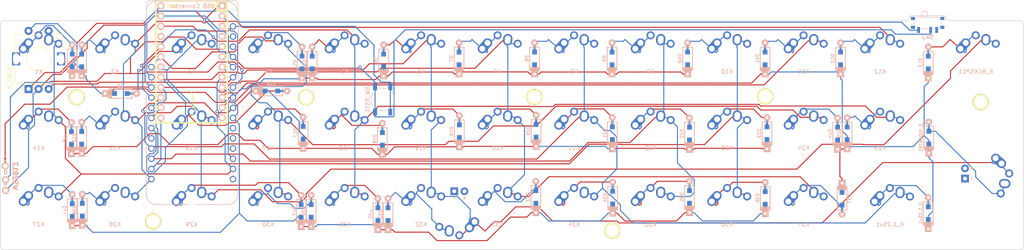
<source format=kicad_pcb>
(kicad_pcb (version 20171130) (host pcbnew "(5.0.1)-3")
  (layers (0 F.Cu signal) (31 B.Cu signal) (34 B.Paste user) (35 F.Paste user) (36 B.SilkS user) (37 F.SilkS user) (38 B.Mask user) (39 F.Mask user) (44 Edge.Cuts user))
  (net 0 "")
  (net 1 "Net-(D1-Pad2)")
  (net 2 "Net-(D2-Pad2)")
  (net 3 "Net-(D3-Pad2)")
  (net 4 "Net-(D4-Pad2)")
  (net 5 "Net-(D5-Pad2)")
  (net 6 "Net-(D6-Pad2)")
  (net 7 "Net-(D7-Pad2)")
  (net 8 "Net-(D8-Pad2)")
  (net 9 "Net-(D9-Pad2)")
  (net 10 "Net-(D10-Pad2)")
  (net 11 "Net-(D11-Pad2)")
  (net 12 "Net-(D12-Pad2)")
  (net 13 "Net-(D13-Pad2)")
  (net 14 "Net-(D14-Pad2)")
  (net 15 "Net-(D15-Pad2)")
  (net 16 "Net-(D16-Pad2)")
  (net 17 "Net-(D17-Pad2)")
  (net 18 "Net-(D18-Pad2)")
  (net 19 "Net-(D19-Pad2)")
  (net 20 "Net-(D20-Pad2)")
  (net 21 "Net-(D21-Pad2)")
  (net 22 "Net-(D22-Pad2)")
  (net 23 "Net-(D23-Pad2)")
  (net 24 "Net-(D24-Pad2)")
  (net 25 "Net-(D25-Pad2)")
  (net 26 "Net-(D27-Pad2)")
  (net 27 "Net-(D28-Pad2)")
  (net 28 "Net-(D29-Pad2)")
  (net 29 "Net-(D30-Pad2)")
  (net 30 "Net-(D31-Pad2)")
  (net 31 "Net-(D32-Pad2)")
  (net 32 "Net-(D33-Pad2)")
  (net 33 "Net-(D34-Pad2)")
  (net 34 "Net-(D35-Pad2)")
  (net 35 "Net-(D36-Pad2)")
  (net 36 "Net-(D37-Pad2)")
  (net 37 RowA)
  (net 38 RowB)
  (net 39 RowC)
  (net 40 ColA)
  (net 41 ColB)
  (net 42 ColC)
  (net 43 ColD)
  (net 44 ColE)
  (net 45 ColF)
  (net 46 ColG)
  (net 47 ColH)
  (net 48 ColI)
  (net 49 ColJ)
  (net 50 "Net-(MCU_Pro_Micr0-Pad3)")
  (net 51 "Net-(MCU_Pro_Micr0-Pad4)")
  (net 52 "Net-(D_1.25u1-Pad2)")
  (net 53 EncA)
  (net 54 GND)
  (net 55 EncB)
  (net 56 RST)
  (net 57 RowD)
  (net 58 "Net-(D_ISOENTR1-Pad2)")
  (net 59 RGB)
  (net 60 "Net-(MCU_Pro_Micr0-Pad6)")
  (net 61 RGB_PWR)
  (net 62 "Net-(Feather1-Pad1)")
  (net 63 DP1)
  (net 64 "Net-(Feather1-Pad14)")
  (net 65 "Net-(Feather1-Pad15)")
  (net 66 "Net-(Feather1-Pad23)")
  (net 67 "Net-(Feather1-Pad24)")
  (net 68 "Net-(Feather1-Pad25)")
  (net 69 "Net-(Feather1-Pad28)")
  (net 70 "Net-(SW2-Pad3)")
  (net 71 "Net-(MCU_Pro_Micr0-Pad21)")
  (module SpaceLib:Adafruit32u4BLE (layer F.Cu) (at 100.8 77.6 270)
    (fp_text reference Feather1 (at 0 0.5 90) (layer F.SilkS))
    (fp_text value Adafruit32u4BLE)
    (fp_text user "USB Connector" (at -24.13 0.635) (layer B.SilkS) (effects (justify mirror)))
    (pad 1 thru_hole circle (at -8.89 10.795 270) (size 1.6 1.6) (drill 1.1) (layers *.Cu *.Mask) (net 62 "Net-(Feather1-Pad1)"))
    (pad 2 thru_hole circle (at -6.35 10.795 270) (size 1.6 1.6) (drill 1.1) (layers *.Cu *.Mask) (net 63 DP1))
    (pad 3 thru_hole circle (at -3.81 10.795 270) (size 1.6 1.6) (drill 1.1) (layers *.Cu *.Mask) (net 61 RGB_PWR))
    (pad 4 thru_hole circle (at -1.27 10.795 270) (size 1.6 1.6) (drill 1.1) (layers *.Cu *.Mask) (net 44 ColE))
    (pad 5 thru_hole circle (at 1.27 10.795 270) (size 1.6 1.6) (drill 1.1) (layers *.Cu *.Mask) (net 43 ColD))
    (pad 6 thru_hole circle (at 3.81 10.795 270) (size 1.6 1.6) (drill 1.1) (layers *.Cu *.Mask) (net 42 ColC))
    (pad 7 thru_hole circle (at 6.35 10.795 270) (size 1.6 1.6) (drill 1.1) (layers *.Cu *.Mask) (net 45 ColF))
    (pad 8 thru_hole circle (at 8.89 10.795 270) (size 1.6 1.6) (drill 1.1) (layers *.Cu *.Mask) (net 46 ColG))
    (pad 9 thru_hole circle (at 11.43 10.795 270) (size 1.6 1.6) (drill 1.1) (layers *.Cu *.Mask) (net 47 ColH))
    (pad 12 thru_hole circle (at 19.05 10.795 270) (size 1.6 1.6) (drill 1.1) (layers *.Cu *.Mask) (net 41 ColB))
    (pad 10 thru_hole circle (at 13.97 10.795 270) (size 1.6 1.6) (drill 1.1) (layers *.Cu *.Mask) (net 48 ColI))
    (pad 11 thru_hole circle (at 16.51 10.795 270) (size 1.6 1.6) (drill 1.1) (layers *.Cu *.Mask) (net 49 ColJ))
    (pad 13 thru_hole circle (at -19.05 -9.525 270) (size 1.6 1.6) (drill 1.1) (layers *.Cu *.Mask) (net 56 RST))
    (pad 14 thru_hole circle (at -16.51 -9.525 270) (size 1.6 1.6) (drill 1.1) (layers *.Cu *.Mask) (net 64 "Net-(Feather1-Pad14)"))
    (pad 15 thru_hole circle (at -13.97 -9.525 270) (size 1.6 1.6) (drill 1.1) (layers *.Cu *.Mask) (net 65 "Net-(Feather1-Pad15)"))
    (pad 16 thru_hole circle (at -11.43 -9.525 270) (size 1.6 1.6) (drill 1.1) (layers *.Cu *.Mask) (net 54 GND))
    (pad 17 thru_hole circle (at -8.89 -9.525 270) (size 1.6 1.6) (drill 1.1) (layers *.Cu *.Mask) (net 53 EncA))
    (pad 18 thru_hole circle (at -6.35 -9.525 270) (size 1.6 1.6) (drill 1.1) (layers *.Cu *.Mask) (net 55 EncB))
    (pad 19 thru_hole circle (at -3.81 -9.525 270) (size 1.6 1.6) (drill 1.1) (layers *.Cu *.Mask) (net 59 RGB))
    (pad 20 thru_hole circle (at -1.27 -9.525 270) (size 1.6 1.6) (drill 1.1) (layers *.Cu *.Mask) (net 37 RowA))
    (pad 21 thru_hole circle (at 1.27 -9.525 270) (size 1.6 1.6) (drill 1.1) (layers *.Cu *.Mask) (net 38 RowB))
    (pad 22 thru_hole circle (at 3.81 -9.525 270) (size 1.6 1.6) (drill 1.1) (layers *.Cu *.Mask) (net 39 RowC))
    (pad 23 thru_hole circle (at 6.35 -9.525 270) (size 1.6 1.6) (drill 1.1) (layers *.Cu *.Mask) (net 66 "Net-(Feather1-Pad23)"))
    (pad 24 thru_hole circle (at 8.89 -9.525 270) (size 1.6 1.6) (drill 1.1) (layers *.Cu *.Mask) (net 67 "Net-(Feather1-Pad24)"))
    (pad 25 thru_hole circle (at 11.43 -9.525 270) (size 1.6 1.6) (drill 1.1) (layers *.Cu *.Mask) (net 68 "Net-(Feather1-Pad25)"))
    (pad 26 thru_hole circle (at 13.97 -9.525 270) (size 1.6 1.6) (drill 1.1) (layers *.Cu *.Mask) (net 57 RowD))
    (pad 27 thru_hole circle (at 16.51 -9.525 270) (size 1.6 1.6) (drill 1.1) (layers *.Cu *.Mask) (net 40 ColA))
    (pad 28 thru_hole circle (at 19.05 -9.525 270) (size 1.6 1.6) (drill 1.1) (layers *.Cu *.Mask) (net 69 "Net-(Feather1-Pad28)"))
  )
  (module keyboard_parts:D_SOD123_axial (layer B.Cu) (at 127.508 67.564 90)
    (fp_text reference D4 (at 0 -1.925 90) (layer B.SilkS) (effects (font (size 0.8 0.8)) (justify mirror)))
    (fp_text value D hide)
    (pad 2 smd rect (at 2.7 0 90) (size 2.5 0.5) (layers B.Cu) (net 4 "Net-(D4-Pad2)"))
    (pad 1 smd rect (at -2.7 0 90) (size 2.5 0.5) (layers B.Cu) (net 37 RowA))
    (pad 2 thru_hole circle (at 3.9 0 90) (size 1.6 1.6) (drill 0.7) (layers *.Cu *.Mask B.SilkS) (net 4 "Net-(D4-Pad2)"))
    (pad 1 thru_hole rect (at -3.9 0 90) (size 1.6 1.6) (drill 0.7) (layers *.Cu *.Mask B.SilkS) (net 37 RowA))
    (pad 1 smd rect (at -1.575 0 90) (size 1.2 1.2) (layers B.Cu B.Paste B.Mask) (net 37 RowA))
    (pad 2 smd rect (at 1.575 0 90) (size 1.2 1.2) (layers B.Cu B.Paste B.Mask) (net 4 "Net-(D4-Pad2)"))
  )
  (module Keebio-Parts:ArduinoProMicro-BackSide (layer B.Cu) (at 100 67.4 270)
    (fp_text reference MCU_Pro_Micr0 hide)
    (fp_text value ProMicro hide)
    (fp_text user RAW (at -13.9 4.7) (layer F.SilkS))
    (fp_text user TX0 (at -13.9 -4.6) (layer F.SilkS))
    (pad 24 thru_hole circle (at -13.97 7.62 270) (size 1.7526 1.7526) (drill 1.0922) (layers *.Cu *.SilkS *.Mask) (net 61 RGB_PWR))
    (pad 12 thru_hole circle (at 13.97 -7.62 270) (size 1.7526 1.7526) (drill 1.0922) (layers *.Cu *.SilkS *.Mask) (net 41 ColB))
    (pad 23 thru_hole circle (at -11.43 7.62 270) (size 1.7526 1.7526) (drill 1.0922) (layers *.Cu *.SilkS *.Mask) (net 54 GND))
    (pad 22 thru_hole circle (at -8.89 7.62 270) (size 1.7526 1.7526) (drill 1.0922) (layers *.Cu *.SilkS *.Mask) (net 56 RST))
    (pad 21 thru_hole circle (at -6.35 7.62 270) (size 1.7526 1.7526) (drill 1.0922) (layers *.Cu *.SilkS *.Mask) (net 71 "Net-(MCU_Pro_Micr0-Pad21)"))
    (pad 20 thru_hole circle (at -3.81 7.62 270) (size 1.7526 1.7526) (drill 1.0922) (layers *.Cu *.SilkS *.Mask) (net 44 ColE))
    (pad 19 thru_hole circle (at -1.27 7.62 270) (size 1.7526 1.7526) (drill 1.0922) (layers *.Cu *.SilkS *.Mask) (net 43 ColD))
    (pad 18 thru_hole circle (at 1.27 7.62 270) (size 1.7526 1.7526) (drill 1.0922) (layers *.Cu *.SilkS *.Mask) (net 42 ColC))
    (pad 17 thru_hole circle (at 3.81 7.62 270) (size 1.7526 1.7526) (drill 1.0922) (layers *.Cu *.SilkS *.Mask) (net 45 ColF))
    (pad 16 thru_hole circle (at 6.35 7.62 270) (size 1.7526 1.7526) (drill 1.0922) (layers *.Cu *.SilkS *.Mask) (net 46 ColG))
    (pad 15 thru_hole circle (at 8.89 7.62 270) (size 1.7526 1.7526) (drill 1.0922) (layers *.Cu *.SilkS *.Mask) (net 47 ColH))
    (pad 14 thru_hole circle (at 11.43 7.62 270) (size 1.7526 1.7526) (drill 1.0922) (layers *.Cu *.SilkS *.Mask) (net 48 ColI))
    (pad 13 thru_hole circle (at 13.97 7.62 270) (size 1.7526 1.7526) (drill 1.0922) (layers *.Cu *.SilkS *.Mask) (net 49 ColJ))
    (pad 11 thru_hole circle (at 11.43 -7.62 270) (size 1.7526 1.7526) (drill 1.0922) (layers *.Cu *.SilkS *.Mask) (net 40 ColA))
    (pad 10 thru_hole circle (at 8.89 -7.62 270) (size 1.7526 1.7526) (drill 1.0922) (layers *.Cu *.SilkS *.Mask) (net 57 RowD))
    (pad 9 thru_hole circle (at 6.35 -7.62 270) (size 1.7526 1.7526) (drill 1.0922) (layers *.Cu *.SilkS *.Mask) (net 39 RowC))
    (pad 8 thru_hole circle (at 3.81 -7.62 270) (size 1.7526 1.7526) (drill 1.0922) (layers *.Cu *.SilkS *.Mask) (net 38 RowB))
    (pad 7 thru_hole circle (at 1.27 -7.62 270) (size 1.7526 1.7526) (drill 1.0922) (layers *.Cu *.SilkS *.Mask) (net 37 RowA))
    (pad 6 thru_hole circle (at -1.27 -7.62 270) (size 1.7526 1.7526) (drill 1.0922) (layers *.Cu *.SilkS *.Mask) (net 60 "Net-(MCU_Pro_Micr0-Pad6)"))
    (pad 5 thru_hole circle (at -3.81 -7.62 270) (size 1.7526 1.7526) (drill 1.0922) (layers *.Cu *.SilkS *.Mask) (net 59 RGB))
    (pad 4 thru_hole circle (at -6.35 -7.62 270) (size 1.7526 1.7526) (drill 1.0922) (layers *.Cu *.SilkS *.Mask) (net 51 "Net-(MCU_Pro_Micr0-Pad4)"))
    (pad 3 thru_hole circle (at -8.89 -7.62 270) (size 1.7526 1.7526) (drill 1.0922) (layers *.Cu *.SilkS *.Mask) (net 50 "Net-(MCU_Pro_Micr0-Pad3)"))
    (pad 2 thru_hole circle (at -11.43 -7.62 270) (size 1.7526 1.7526) (drill 1.0922) (layers *.Cu *.SilkS *.Mask) (net 55 EncB))
    (pad 1 thru_hole rect (at -13.97 -7.62 270) (size 1.7526 1.7526) (drill 1.0922) (layers *.Cu *.SilkS *.Mask) (net 53 EncA))
  )
  (module keyboard_parts:D_SOD123_axial (layer B.Cu) (at 70.3 67.056 90)
    (fp_text reference D1 (at 0 -1.925 90) (layer B.SilkS) (effects (font (size 0.8 0.8)) (justify mirror)))
    (fp_text value D hide)
    (pad 2 smd rect (at 2.7 0 90) (size 2.5 0.5) (layers B.Cu) (net 1 "Net-(D1-Pad2)"))
    (pad 1 smd rect (at -2.7 0 90) (size 2.5 0.5) (layers B.Cu) (net 37 RowA))
    (pad 2 thru_hole circle (at 3.9 0 90) (size 1.6 1.6) (drill 0.7) (layers *.Cu *.Mask B.SilkS) (net 1 "Net-(D1-Pad2)"))
    (pad 1 thru_hole rect (at -3.9 0 90) (size 1.6 1.6) (drill 0.7) (layers *.Cu *.Mask B.SilkS) (net 37 RowA))
    (pad 1 smd rect (at -1.575 0 90) (size 1.2 1.2) (layers B.Cu B.Paste B.Mask) (net 37 RowA))
    (pad 2 smd rect (at 1.575 0 90) (size 1.2 1.2) (layers B.Cu B.Paste B.Mask) (net 1 "Net-(D1-Pad2)"))
  )
  (module keyboard_parts:D_SOD123_axial (layer B.Cu) (at 72.644 67.056 90)
    (fp_text reference D2 (at 0 -1.925 90) (layer B.SilkS) (effects (font (size 0.8 0.8)) (justify mirror)))
    (fp_text value D hide)
    (pad 2 smd rect (at 2.7 0 90) (size 2.5 0.5) (layers B.Cu) (net 2 "Net-(D2-Pad2)"))
    (pad 1 smd rect (at -2.7 0 90) (size 2.5 0.5) (layers B.Cu) (net 37 RowA))
    (pad 2 thru_hole circle (at 3.9 0 90) (size 1.6 1.6) (drill 0.7) (layers *.Cu *.Mask B.SilkS) (net 2 "Net-(D2-Pad2)"))
    (pad 1 thru_hole rect (at -3.9 0 90) (size 1.6 1.6) (drill 0.7) (layers *.Cu *.Mask B.SilkS) (net 37 RowA))
    (pad 1 smd rect (at -1.575 0 90) (size 1.2 1.2) (layers B.Cu B.Paste B.Mask) (net 37 RowA))
    (pad 2 smd rect (at 1.575 0 90) (size 1.2 1.2) (layers B.Cu B.Paste B.Mask) (net 2 "Net-(D2-Pad2)"))
  )
  (module keyboard_parts:D_SOD123_axial (layer B.Cu) (at 82.4 75.3)
    (fp_text reference D3 (at 0 -1.925) (layer B.SilkS) (effects (font (size 0.8 0.8)) (justify mirror)))
    (fp_text value D hide)
    (pad 2 smd rect (at 2.7 0) (size 2.5 0.5) (layers B.Cu) (net 3 "Net-(D3-Pad2)"))
    (pad 1 smd rect (at -2.7 0) (size 2.5 0.5) (layers B.Cu) (net 37 RowA))
    (pad 2 thru_hole circle (at 3.9 0) (size 1.6 1.6) (drill 0.7) (layers *.Cu *.Mask B.SilkS) (net 3 "Net-(D3-Pad2)"))
    (pad 1 thru_hole rect (at -3.9 0) (size 1.6 1.6) (drill 0.7) (layers *.Cu *.Mask B.SilkS) (net 37 RowA))
    (pad 1 smd rect (at -1.575 0) (size 1.2 1.2) (layers B.Cu B.Paste B.Mask) (net 37 RowA))
    (pad 2 smd rect (at 1.575 0) (size 1.2 1.2) (layers B.Cu B.Paste B.Mask) (net 3 "Net-(D3-Pad2)"))
  )
  (module keyboard_parts:D_SOD123_axial (layer B.Cu) (at 130.048 67.564 90)
    (fp_text reference D5 (at 0 -1.925 90) (layer B.SilkS) (effects (font (size 0.8 0.8)) (justify mirror)))
    (fp_text value D hide)
    (pad 2 smd rect (at 2.7 0 90) (size 2.5 0.5) (layers B.Cu) (net 5 "Net-(D5-Pad2)"))
    (pad 1 smd rect (at -2.7 0 90) (size 2.5 0.5) (layers B.Cu) (net 37 RowA))
    (pad 2 thru_hole circle (at 3.9 0 90) (size 1.6 1.6) (drill 0.7) (layers *.Cu *.Mask B.SilkS) (net 5 "Net-(D5-Pad2)"))
    (pad 1 thru_hole rect (at -3.9 0 90) (size 1.6 1.6) (drill 0.7) (layers *.Cu *.Mask B.SilkS) (net 37 RowA))
    (pad 1 smd rect (at -1.575 0 90) (size 1.2 1.2) (layers B.Cu B.Paste B.Mask) (net 37 RowA))
    (pad 2 smd rect (at 1.575 0 90) (size 1.2 1.2) (layers B.Cu B.Paste B.Mask) (net 5 "Net-(D5-Pad2)"))
  )
  (module keyboard_parts:D_SOD123_axial (layer B.Cu) (at 147.828 67.056 90)
    (fp_text reference D6 (at 0 -1.925 90) (layer B.SilkS) (effects (font (size 0.8 0.8)) (justify mirror)))
    (fp_text value D hide)
    (pad 2 smd rect (at 1.575 0 90) (size 1.2 1.2) (layers B.Cu B.Paste B.Mask) (net 6 "Net-(D6-Pad2)"))
    (pad 1 smd rect (at -1.575 0 90) (size 1.2 1.2) (layers B.Cu B.Paste B.Mask) (net 37 RowA))
    (pad 1 thru_hole rect (at -3.9 0 90) (size 1.6 1.6) (drill 0.7) (layers *.Cu *.Mask B.SilkS) (net 37 RowA))
    (pad 2 thru_hole circle (at 3.9 0 90) (size 1.6 1.6) (drill 0.7) (layers *.Cu *.Mask B.SilkS) (net 6 "Net-(D6-Pad2)"))
    (pad 1 smd rect (at -2.7 0 90) (size 2.5 0.5) (layers B.Cu) (net 37 RowA))
    (pad 2 smd rect (at 2.7 0 90) (size 2.5 0.5) (layers B.Cu) (net 6 "Net-(D6-Pad2)"))
  )
  (module keyboard_parts:D_SOD123_axial (layer B.Cu) (at 166.624 66.548 90)
    (fp_text reference D7 (at 0 -1.925 90) (layer B.SilkS) (effects (font (size 0.8 0.8)) (justify mirror)))
    (fp_text value D hide)
    (pad 2 smd rect (at 1.575 0 90) (size 1.2 1.2) (layers B.Cu B.Paste B.Mask) (net 7 "Net-(D7-Pad2)"))
    (pad 1 smd rect (at -1.575 0 90) (size 1.2 1.2) (layers B.Cu B.Paste B.Mask) (net 37 RowA))
    (pad 1 thru_hole rect (at -3.9 0 90) (size 1.6 1.6) (drill 0.7) (layers *.Cu *.Mask B.SilkS) (net 37 RowA))
    (pad 2 thru_hole circle (at 3.9 0 90) (size 1.6 1.6) (drill 0.7) (layers *.Cu *.Mask B.SilkS) (net 7 "Net-(D7-Pad2)"))
    (pad 1 smd rect (at -2.7 0 90) (size 2.5 0.5) (layers B.Cu) (net 37 RowA))
    (pad 2 smd rect (at 2.7 0 90) (size 2.5 0.5) (layers B.Cu) (net 7 "Net-(D7-Pad2)"))
  )
  (module keyboard_parts:D_SOD123_axial (layer B.Cu) (at 185.42 66.548 90)
    (fp_text reference D8 (at 0 -1.925 90) (layer B.SilkS) (effects (font (size 0.8 0.8)) (justify mirror)))
    (fp_text value D hide)
    (pad 2 smd rect (at 1.575 0 90) (size 1.2 1.2) (layers B.Cu B.Paste B.Mask) (net 8 "Net-(D8-Pad2)"))
    (pad 1 smd rect (at -1.575 0 90) (size 1.2 1.2) (layers B.Cu B.Paste B.Mask) (net 37 RowA))
    (pad 1 thru_hole rect (at -3.9 0 90) (size 1.6 1.6) (drill 0.7) (layers *.Cu *.Mask B.SilkS) (net 37 RowA))
    (pad 2 thru_hole circle (at 3.9 0 90) (size 1.6 1.6) (drill 0.7) (layers *.Cu *.Mask B.SilkS) (net 8 "Net-(D8-Pad2)"))
    (pad 1 smd rect (at -2.7 0 90) (size 2.5 0.5) (layers B.Cu) (net 37 RowA))
    (pad 2 smd rect (at 2.7 0 90) (size 2.5 0.5) (layers B.Cu) (net 8 "Net-(D8-Pad2)"))
  )
  (module keyboard_parts:D_SOD123_axial (layer B.Cu) (at 204.724 66.548 90)
    (fp_text reference D9 (at 0 -1.925 90) (layer B.SilkS) (effects (font (size 0.8 0.8)) (justify mirror)))
    (fp_text value D hide)
    (pad 2 smd rect (at 1.575 0 90) (size 1.2 1.2) (layers B.Cu B.Paste B.Mask) (net 9 "Net-(D9-Pad2)"))
    (pad 1 smd rect (at -1.575 0 90) (size 1.2 1.2) (layers B.Cu B.Paste B.Mask) (net 37 RowA))
    (pad 1 thru_hole rect (at -3.9 0 90) (size 1.6 1.6) (drill 0.7) (layers *.Cu *.Mask B.SilkS) (net 37 RowA))
    (pad 2 thru_hole circle (at 3.9 0 90) (size 1.6 1.6) (drill 0.7) (layers *.Cu *.Mask B.SilkS) (net 9 "Net-(D9-Pad2)"))
    (pad 1 smd rect (at -2.7 0 90) (size 2.5 0.5) (layers B.Cu) (net 37 RowA))
    (pad 2 smd rect (at 2.7 0 90) (size 2.5 0.5) (layers B.Cu) (net 9 "Net-(D9-Pad2)"))
  )
  (module keyboard_parts:D_SOD123_axial (layer B.Cu) (at 223.52 66.548 90)
    (fp_text reference D10 (at 0 -1.925 90) (layer B.SilkS) (effects (font (size 0.8 0.8)) (justify mirror)))
    (fp_text value D hide)
    (pad 2 smd rect (at 1.575 0 90) (size 1.2 1.2) (layers B.Cu B.Paste B.Mask) (net 10 "Net-(D10-Pad2)"))
    (pad 1 smd rect (at -1.575 0 90) (size 1.2 1.2) (layers B.Cu B.Paste B.Mask) (net 37 RowA))
    (pad 1 thru_hole rect (at -3.9 0 90) (size 1.6 1.6) (drill 0.7) (layers *.Cu *.Mask B.SilkS) (net 37 RowA))
    (pad 2 thru_hole circle (at 3.9 0 90) (size 1.6 1.6) (drill 0.7) (layers *.Cu *.Mask B.SilkS) (net 10 "Net-(D10-Pad2)"))
    (pad 1 smd rect (at -2.7 0 90) (size 2.5 0.5) (layers B.Cu) (net 37 RowA))
    (pad 2 smd rect (at 2.7 0 90) (size 2.5 0.5) (layers B.Cu) (net 10 "Net-(D10-Pad2)"))
  )
  (module keyboard_parts:D_SOD123_axial (layer B.Cu) (at 242.824 66.548 90)
    (fp_text reference D11 (at 0 -1.925 90) (layer B.SilkS) (effects (font (size 0.8 0.8)) (justify mirror)))
    (fp_text value D hide)
    (pad 2 smd rect (at 1.575 0 90) (size 1.2 1.2) (layers B.Cu B.Paste B.Mask) (net 11 "Net-(D11-Pad2)"))
    (pad 1 smd rect (at -1.575 0 90) (size 1.2 1.2) (layers B.Cu B.Paste B.Mask) (net 57 RowD))
    (pad 1 thru_hole rect (at -3.9 0 90) (size 1.6 1.6) (drill 0.7) (layers *.Cu *.Mask B.SilkS) (net 57 RowD))
    (pad 2 thru_hole circle (at 3.9 0 90) (size 1.6 1.6) (drill 0.7) (layers *.Cu *.Mask B.SilkS) (net 11 "Net-(D11-Pad2)"))
    (pad 1 smd rect (at -2.7 0 90) (size 2.5 0.5) (layers B.Cu) (net 57 RowD))
    (pad 2 smd rect (at 2.7 0 90) (size 2.5 0.5) (layers B.Cu) (net 11 "Net-(D11-Pad2)"))
  )
  (module keyboard_parts:D_SOD123_axial (layer B.Cu) (at 261.62 66.548 90)
    (fp_text reference D12 (at 0 -1.925 90) (layer B.SilkS) (effects (font (size 0.8 0.8)) (justify mirror)))
    (fp_text value D hide)
    (pad 2 smd rect (at 1.575 0 90) (size 1.2 1.2) (layers B.Cu B.Paste B.Mask) (net 12 "Net-(D12-Pad2)"))
    (pad 1 smd rect (at -1.575 0 90) (size 1.2 1.2) (layers B.Cu B.Paste B.Mask) (net 57 RowD))
    (pad 1 thru_hole rect (at -3.9 0 90) (size 1.6 1.6) (drill 0.7) (layers *.Cu *.Mask B.SilkS) (net 57 RowD))
    (pad 2 thru_hole circle (at 3.9 0 90) (size 1.6 1.6) (drill 0.7) (layers *.Cu *.Mask B.SilkS) (net 12 "Net-(D12-Pad2)"))
    (pad 1 smd rect (at -2.7 0 90) (size 2.5 0.5) (layers B.Cu) (net 57 RowD))
    (pad 2 smd rect (at 2.7 0 90) (size 2.5 0.5) (layers B.Cu) (net 12 "Net-(D12-Pad2)"))
  )
  (module keyboard_parts:D_SOD123_axial (layer B.Cu) (at 283.464 67.564 90)
    (fp_text reference D13 (at 0 -1.925 90) (layer B.SilkS) (effects (font (size 0.8 0.8)) (justify mirror)))
    (fp_text value D hide)
    (pad 2 smd rect (at 1.575 0 90) (size 1.2 1.2) (layers B.Cu B.Paste B.Mask) (net 13 "Net-(D13-Pad2)"))
    (pad 1 smd rect (at -1.575 0 90) (size 1.2 1.2) (layers B.Cu B.Paste B.Mask) (net 57 RowD))
    (pad 1 thru_hole rect (at -3.9 0 90) (size 1.6 1.6) (drill 0.7) (layers *.Cu *.Mask B.SilkS) (net 57 RowD))
    (pad 2 thru_hole circle (at 3.9 0 90) (size 1.6 1.6) (drill 0.7) (layers *.Cu *.Mask B.SilkS) (net 13 "Net-(D13-Pad2)"))
    (pad 1 smd rect (at -2.7 0 90) (size 2.5 0.5) (layers B.Cu) (net 57 RowD))
    (pad 2 smd rect (at 2.7 0 90) (size 2.5 0.5) (layers B.Cu) (net 13 "Net-(D13-Pad2)"))
  )
  (module keyboard_parts:D_SOD123_axial (layer B.Cu) (at 70.104 86.411 90)
    (fp_text reference D14 (at 0 -1.925 270) (layer B.SilkS) (effects (font (size 0.8 0.8)) (justify mirror)))
    (fp_text value D hide)
    (pad 2 smd rect (at 1.575 0 90) (size 1.2 1.2) (layers B.Cu B.Paste B.Mask) (net 14 "Net-(D14-Pad2)"))
    (pad 1 smd rect (at -1.575 0 90) (size 1.2 1.2) (layers B.Cu B.Paste B.Mask) (net 38 RowB))
    (pad 1 thru_hole rect (at -3.9 0 90) (size 1.6 1.6) (drill 0.7) (layers *.Cu *.Mask B.SilkS) (net 38 RowB))
    (pad 2 thru_hole circle (at 3.9 0 90) (size 1.6 1.6) (drill 0.7) (layers *.Cu *.Mask B.SilkS) (net 14 "Net-(D14-Pad2)"))
    (pad 1 smd rect (at -2.7 0 90) (size 2.5 0.5) (layers B.Cu) (net 38 RowB))
    (pad 2 smd rect (at 2.7 0 90) (size 2.5 0.5) (layers B.Cu) (net 14 "Net-(D14-Pad2)"))
  )
  (module keyboard_parts:D_SOD123_axial (layer B.Cu) (at 72.644 86.36 90)
    (fp_text reference D15 (at 0 -1.925 90) (layer B.SilkS) (effects (font (size 0.8 0.8)) (justify mirror)))
    (fp_text value D hide)
    (pad 2 smd rect (at 1.575 0 90) (size 1.2 1.2) (layers B.Cu B.Paste B.Mask) (net 15 "Net-(D15-Pad2)"))
    (pad 1 smd rect (at -1.575 0 90) (size 1.2 1.2) (layers B.Cu B.Paste B.Mask) (net 38 RowB))
    (pad 1 thru_hole rect (at -3.9 0 90) (size 1.6 1.6) (drill 0.7) (layers *.Cu *.Mask B.SilkS) (net 38 RowB))
    (pad 2 thru_hole circle (at 3.9 0 90) (size 1.6 1.6) (drill 0.7) (layers *.Cu *.Mask B.SilkS) (net 15 "Net-(D15-Pad2)"))
    (pad 1 smd rect (at -2.7 0 90) (size 2.5 0.5) (layers B.Cu) (net 38 RowB))
    (pad 2 smd rect (at 2.7 0 90) (size 2.5 0.5) (layers B.Cu) (net 15 "Net-(D15-Pad2)"))
  )
  (module keyboard_parts:D_SOD123_axial (layer B.Cu) (at 119.888 74.676)
    (fp_text reference D16 (at 0 -1.925) (layer B.SilkS) (effects (font (size 0.8 0.8)) (justify mirror)))
    (fp_text value D hide)
    (pad 2 smd rect (at 1.575 0) (size 1.2 1.2) (layers B.Cu B.Paste B.Mask) (net 16 "Net-(D16-Pad2)"))
    (pad 1 smd rect (at -1.575 0) (size 1.2 1.2) (layers B.Cu B.Paste B.Mask) (net 38 RowB))
    (pad 1 thru_hole rect (at -3.9 0) (size 1.6 1.6) (drill 0.7) (layers *.Cu *.Mask B.SilkS) (net 38 RowB))
    (pad 2 thru_hole circle (at 3.9 0) (size 1.6 1.6) (drill 0.7) (layers *.Cu *.Mask B.SilkS) (net 16 "Net-(D16-Pad2)"))
    (pad 1 smd rect (at -2.7 0) (size 2.5 0.5) (layers B.Cu) (net 38 RowB))
    (pad 2 smd rect (at 2.7 0) (size 2.5 0.5) (layers B.Cu) (net 16 "Net-(D16-Pad2)"))
  )
  (module keyboard_parts:D_SOD123_axial (layer B.Cu) (at 127.8 85.1 90)
    (fp_text reference D17 (at 0 -1.925 90) (layer B.SilkS) (effects (font (size 0.8 0.8)) (justify mirror)))
    (fp_text value D hide)
    (pad 2 smd rect (at 1.575 0 90) (size 1.2 1.2) (layers B.Cu B.Paste B.Mask) (net 17 "Net-(D17-Pad2)"))
    (pad 1 smd rect (at -1.575 0 90) (size 1.2 1.2) (layers B.Cu B.Paste B.Mask) (net 38 RowB))
    (pad 1 thru_hole rect (at -3.9 0 90) (size 1.6 1.6) (drill 0.7) (layers *.Cu *.Mask B.SilkS) (net 38 RowB))
    (pad 2 thru_hole circle (at 3.9 0 90) (size 1.6 1.6) (drill 0.7) (layers *.Cu *.Mask B.SilkS) (net 17 "Net-(D17-Pad2)"))
    (pad 1 smd rect (at -2.7 0 90) (size 2.5 0.5) (layers B.Cu) (net 38 RowB))
    (pad 2 smd rect (at 2.7 0 90) (size 2.5 0.5) (layers B.Cu) (net 17 "Net-(D17-Pad2)"))
  )
  (module keyboard_parts:D_SOD123_axial (layer B.Cu) (at 147.53 86.63 90)
    (fp_text reference D18 (at 0 -1.925 90) (layer B.SilkS) (effects (font (size 0.8 0.8)) (justify mirror)))
    (fp_text value D hide)
    (pad 2 smd rect (at 1.575 0 90) (size 1.2 1.2) (layers B.Cu B.Paste B.Mask) (net 18 "Net-(D18-Pad2)"))
    (pad 1 smd rect (at -1.575 0 90) (size 1.2 1.2) (layers B.Cu B.Paste B.Mask) (net 38 RowB))
    (pad 1 thru_hole rect (at -3.9 0 90) (size 1.6 1.6) (drill 0.7) (layers *.Cu *.Mask B.SilkS) (net 38 RowB))
    (pad 2 thru_hole circle (at 3.9 0 90) (size 1.6 1.6) (drill 0.7) (layers *.Cu *.Mask B.SilkS) (net 18 "Net-(D18-Pad2)"))
    (pad 1 smd rect (at -2.7 0 90) (size 2.5 0.5) (layers B.Cu) (net 38 RowB))
    (pad 2 smd rect (at 2.7 0 90) (size 2.5 0.5) (layers B.Cu) (net 18 "Net-(D18-Pad2)"))
  )
  (module keyboard_parts:D_SOD123_axial (layer B.Cu) (at 166.7 84.7 90)
    (fp_text reference D19 (at 0 -1.925 90) (layer B.SilkS) (effects (font (size 0.8 0.8)) (justify mirror)))
    (fp_text value D hide)
    (pad 2 smd rect (at 1.575 0 90) (size 1.2 1.2) (layers B.Cu B.Paste B.Mask) (net 19 "Net-(D19-Pad2)"))
    (pad 1 smd rect (at -1.575 0 90) (size 1.2 1.2) (layers B.Cu B.Paste B.Mask) (net 38 RowB))
    (pad 1 thru_hole rect (at -3.9 0 90) (size 1.6 1.6) (drill 0.7) (layers *.Cu *.Mask B.SilkS) (net 38 RowB))
    (pad 2 thru_hole circle (at 3.9 0 90) (size 1.6 1.6) (drill 0.7) (layers *.Cu *.Mask B.SilkS) (net 19 "Net-(D19-Pad2)"))
    (pad 1 smd rect (at -2.7 0 90) (size 2.5 0.5) (layers B.Cu) (net 38 RowB))
    (pad 2 smd rect (at 2.7 0 90) (size 2.5 0.5) (layers B.Cu) (net 19 "Net-(D19-Pad2)"))
  )
  (module keyboard_parts:D_SOD123_axial (layer B.Cu) (at 185.8 84.6 90)
    (fp_text reference D20 (at 0 -1.925 90) (layer B.SilkS) (effects (font (size 0.8 0.8)) (justify mirror)))
    (fp_text value D hide)
    (pad 2 smd rect (at 1.575 0 90) (size 1.2 1.2) (layers B.Cu B.Paste B.Mask) (net 20 "Net-(D20-Pad2)"))
    (pad 1 smd rect (at -1.575 0 90) (size 1.2 1.2) (layers B.Cu B.Paste B.Mask) (net 38 RowB))
    (pad 1 thru_hole rect (at -3.9 0 90) (size 1.6 1.6) (drill 0.7) (layers *.Cu *.Mask B.SilkS) (net 38 RowB))
    (pad 2 thru_hole circle (at 3.9 0 90) (size 1.6 1.6) (drill 0.7) (layers *.Cu *.Mask B.SilkS) (net 20 "Net-(D20-Pad2)"))
    (pad 1 smd rect (at -2.7 0 90) (size 2.5 0.5) (layers B.Cu) (net 38 RowB))
    (pad 2 smd rect (at 2.7 0 90) (size 2.5 0.5) (layers B.Cu) (net 20 "Net-(D20-Pad2)"))
  )
  (module keyboard_parts:D_SOD123_axial (layer B.Cu) (at 204.8 85.2 90)
    (fp_text reference D21 (at 0 -1.925 90) (layer B.SilkS) (effects (font (size 0.8 0.8)) (justify mirror)))
    (fp_text value D hide)
    (pad 2 smd rect (at 2.7 0 90) (size 2.5 0.5) (layers B.Cu) (net 21 "Net-(D21-Pad2)"))
    (pad 1 smd rect (at -2.7 0 90) (size 2.5 0.5) (layers B.Cu) (net 38 RowB))
    (pad 2 thru_hole circle (at 3.9 0 90) (size 1.6 1.6) (drill 0.7) (layers *.Cu *.Mask B.SilkS) (net 21 "Net-(D21-Pad2)"))
    (pad 1 thru_hole rect (at -3.9 0 90) (size 1.6 1.6) (drill 0.7) (layers *.Cu *.Mask B.SilkS) (net 38 RowB))
    (pad 1 smd rect (at -1.575 0 90) (size 1.2 1.2) (layers B.Cu B.Paste B.Mask) (net 38 RowB))
    (pad 2 smd rect (at 1.575 0 90) (size 1.2 1.2) (layers B.Cu B.Paste B.Mask) (net 21 "Net-(D21-Pad2)"))
  )
  (module keyboard_parts:D_SOD123_axial (layer B.Cu) (at 224 85.3 90)
    (fp_text reference D22 (at 0 -1.925 90) (layer B.SilkS) (effects (font (size 0.8 0.8)) (justify mirror)))
    (fp_text value D hide)
    (pad 2 smd rect (at 2.7 0 90) (size 2.5 0.5) (layers B.Cu) (net 22 "Net-(D22-Pad2)"))
    (pad 1 smd rect (at -2.7 0 90) (size 2.5 0.5) (layers B.Cu) (net 38 RowB))
    (pad 2 thru_hole circle (at 3.9 0 90) (size 1.6 1.6) (drill 0.7) (layers *.Cu *.Mask B.SilkS) (net 22 "Net-(D22-Pad2)"))
    (pad 1 thru_hole rect (at -3.9 0 90) (size 1.6 1.6) (drill 0.7) (layers *.Cu *.Mask B.SilkS) (net 38 RowB))
    (pad 1 smd rect (at -1.575 0 90) (size 1.2 1.2) (layers B.Cu B.Paste B.Mask) (net 38 RowB))
    (pad 2 smd rect (at 1.575 0 90) (size 1.2 1.2) (layers B.Cu B.Paste B.Mask) (net 22 "Net-(D22-Pad2)"))
  )
  (module keyboard_parts:D_SOD123_axial (layer B.Cu) (at 243.3 85.2 90)
    (fp_text reference D23 (at 0 -1.925 90) (layer B.SilkS) (effects (font (size 0.8 0.8)) (justify mirror)))
    (fp_text value D hide)
    (pad 2 smd rect (at 2.7 0 90) (size 2.5 0.5) (layers B.Cu) (net 23 "Net-(D23-Pad2)"))
    (pad 1 smd rect (at -2.7 0 90) (size 2.5 0.5) (layers B.Cu) (net 38 RowB))
    (pad 2 thru_hole circle (at 3.9 0 90) (size 1.6 1.6) (drill 0.7) (layers *.Cu *.Mask B.SilkS) (net 23 "Net-(D23-Pad2)"))
    (pad 1 thru_hole rect (at -3.9 0 90) (size 1.6 1.6) (drill 0.7) (layers *.Cu *.Mask B.SilkS) (net 38 RowB))
    (pad 1 smd rect (at -1.575 0 90) (size 1.2 1.2) (layers B.Cu B.Paste B.Mask) (net 38 RowB))
    (pad 2 smd rect (at 1.575 0 90) (size 1.2 1.2) (layers B.Cu B.Paste B.Mask) (net 23 "Net-(D23-Pad2)"))
  )
  (module keyboard_parts:D_SOD123_axial (layer B.Cu) (at 260.88 85.31 90)
    (fp_text reference D24 (at 0 -1.925 90) (layer B.SilkS) (effects (font (size 0.8 0.8)) (justify mirror)))
    (fp_text value D hide)
    (pad 2 smd rect (at 2.7 0 90) (size 2.5 0.5) (layers B.Cu) (net 24 "Net-(D24-Pad2)"))
    (pad 1 smd rect (at -2.7 0 90) (size 2.5 0.5) (layers B.Cu) (net 57 RowD))
    (pad 2 thru_hole circle (at 3.9 0 90) (size 1.6 1.6) (drill 0.7) (layers *.Cu *.Mask B.SilkS) (net 24 "Net-(D24-Pad2)"))
    (pad 1 thru_hole rect (at -3.9 0 90) (size 1.6 1.6) (drill 0.7) (layers *.Cu *.Mask B.SilkS) (net 57 RowD))
    (pad 1 smd rect (at -1.575 0 90) (size 1.2 1.2) (layers B.Cu B.Paste B.Mask) (net 57 RowD))
    (pad 2 smd rect (at 1.575 0 90) (size 1.2 1.2) (layers B.Cu B.Paste B.Mask) (net 24 "Net-(D24-Pad2)"))
  )
  (module keyboard_parts:D_SOD123_axial (layer B.Cu) (at 263.26 85.25 90)
    (fp_text reference D25 (at 0 -1.925 90) (layer B.SilkS) (effects (font (size 0.8 0.8)) (justify mirror)))
    (fp_text value D hide)
    (pad 2 smd rect (at 2.7 0 90) (size 2.5 0.5) (layers B.Cu) (net 25 "Net-(D25-Pad2)"))
    (pad 1 smd rect (at -2.7 0 90) (size 2.5 0.5) (layers B.Cu) (net 57 RowD))
    (pad 2 thru_hole circle (at 3.9 0 90) (size 1.6 1.6) (drill 0.7) (layers *.Cu *.Mask B.SilkS) (net 25 "Net-(D25-Pad2)"))
    (pad 1 thru_hole rect (at -3.9 0 90) (size 1.6 1.6) (drill 0.7) (layers *.Cu *.Mask B.SilkS) (net 57 RowD))
    (pad 1 smd rect (at -1.575 0 90) (size 1.2 1.2) (layers B.Cu B.Paste B.Mask) (net 57 RowD))
    (pad 2 smd rect (at 1.575 0 90) (size 1.2 1.2) (layers B.Cu B.Paste B.Mask) (net 25 "Net-(D25-Pad2)"))
  )
  (module keyboard_parts:D_SOD123_axial (layer B.Cu) (at 70.3 104.4 90)
    (fp_text reference D27 (at 0 -1.925 90) (layer B.SilkS) (effects (font (size 0.8 0.8)) (justify mirror)))
    (fp_text value D hide)
    (pad 2 smd rect (at 2.7 0 90) (size 2.5 0.5) (layers B.Cu) (net 26 "Net-(D27-Pad2)"))
    (pad 1 smd rect (at -2.7 0 90) (size 2.5 0.5) (layers B.Cu) (net 39 RowC))
    (pad 2 thru_hole circle (at 3.9 0 90) (size 1.6 1.6) (drill 0.7) (layers *.Cu *.Mask B.SilkS) (net 26 "Net-(D27-Pad2)"))
    (pad 1 thru_hole rect (at -3.9 0 90) (size 1.6 1.6) (drill 0.7) (layers *.Cu *.Mask B.SilkS) (net 39 RowC))
    (pad 1 smd rect (at -1.575 0 90) (size 1.2 1.2) (layers B.Cu B.Paste B.Mask) (net 39 RowC))
    (pad 2 smd rect (at 1.575 0 90) (size 1.2 1.2) (layers B.Cu B.Paste B.Mask) (net 26 "Net-(D27-Pad2)"))
  )
  (module keyboard_parts:D_SOD123_axial (layer B.Cu) (at 72.8 104.3 90)
    (fp_text reference D28 (at 0 -1.925 90) (layer B.SilkS) (effects (font (size 0.8 0.8)) (justify mirror)))
    (fp_text value D hide)
    (pad 2 smd rect (at 2.7 0 90) (size 2.5 0.5) (layers B.Cu) (net 27 "Net-(D28-Pad2)"))
    (pad 1 smd rect (at -2.7 0 90) (size 2.5 0.5) (layers B.Cu) (net 39 RowC))
    (pad 2 thru_hole circle (at 3.9 0 90) (size 1.6 1.6) (drill 0.7) (layers *.Cu *.Mask B.SilkS) (net 27 "Net-(D28-Pad2)"))
    (pad 1 thru_hole rect (at -3.9 0 90) (size 1.6 1.6) (drill 0.7) (layers *.Cu *.Mask B.SilkS) (net 39 RowC))
    (pad 1 smd rect (at -1.575 0 90) (size 1.2 1.2) (layers B.Cu B.Paste B.Mask) (net 39 RowC))
    (pad 2 smd rect (at 1.575 0 90) (size 1.2 1.2) (layers B.Cu B.Paste B.Mask) (net 27 "Net-(D28-Pad2)"))
  )
  (module keyboard_parts:D_SOD123_axial (layer B.Cu) (at 127.3 104.6 90)
    (fp_text reference D29 (at 0 -1.925 90) (layer B.SilkS) (effects (font (size 0.8 0.8)) (justify mirror)))
    (fp_text value D hide)
    (pad 2 smd rect (at 2.7 0 90) (size 2.5 0.5) (layers B.Cu) (net 28 "Net-(D29-Pad2)"))
    (pad 1 smd rect (at -2.7 0 90) (size 2.5 0.5) (layers B.Cu) (net 39 RowC))
    (pad 2 thru_hole circle (at 3.9 0 90) (size 1.6 1.6) (drill 0.7) (layers *.Cu *.Mask B.SilkS) (net 28 "Net-(D29-Pad2)"))
    (pad 1 thru_hole rect (at -3.9 0 90) (size 1.6 1.6) (drill 0.7) (layers *.Cu *.Mask B.SilkS) (net 39 RowC))
    (pad 1 smd rect (at -1.575 0 90) (size 1.2 1.2) (layers B.Cu B.Paste B.Mask) (net 39 RowC))
    (pad 2 smd rect (at 1.575 0 90) (size 1.2 1.2) (layers B.Cu B.Paste B.Mask) (net 28 "Net-(D29-Pad2)"))
  )
  (module keyboard_parts:D_SOD123_axial (layer B.Cu) (at 129.8 104.6 90)
    (fp_text reference D30 (at 0 -1.925 90) (layer B.SilkS) (effects (font (size 0.8 0.8)) (justify mirror)))
    (fp_text value D hide)
    (pad 2 smd rect (at 2.7 0 90) (size 2.5 0.5) (layers B.Cu) (net 29 "Net-(D30-Pad2)"))
    (pad 1 smd rect (at -2.7 0 90) (size 2.5 0.5) (layers B.Cu) (net 39 RowC))
    (pad 2 thru_hole circle (at 3.9 0 90) (size 1.6 1.6) (drill 0.7) (layers *.Cu *.Mask B.SilkS) (net 29 "Net-(D30-Pad2)"))
    (pad 1 thru_hole rect (at -3.9 0 90) (size 1.6 1.6) (drill 0.7) (layers *.Cu *.Mask B.SilkS) (net 39 RowC))
    (pad 1 smd rect (at -1.575 0 90) (size 1.2 1.2) (layers B.Cu B.Paste B.Mask) (net 39 RowC))
    (pad 2 smd rect (at 1.575 0 90) (size 1.2 1.2) (layers B.Cu B.Paste B.Mask) (net 29 "Net-(D30-Pad2)"))
  )
  (module keyboard_parts:D_SOD123_axial (layer B.Cu) (at 146.42 105.38 90)
    (fp_text reference D31 (at 0 -1.925 90) (layer B.SilkS) (effects (font (size 0.8 0.8)) (justify mirror)))
    (fp_text value D hide)
    (pad 2 smd rect (at 2.7 0 90) (size 2.5 0.5) (layers B.Cu) (net 30 "Net-(D31-Pad2)"))
    (pad 1 smd rect (at -2.7 0 90) (size 2.5 0.5) (layers B.Cu) (net 39 RowC))
    (pad 2 thru_hole circle (at 3.9 0 90) (size 1.6 1.6) (drill 0.7) (layers *.Cu *.Mask B.SilkS) (net 30 "Net-(D31-Pad2)"))
    (pad 1 thru_hole rect (at -3.9 0 90) (size 1.6 1.6) (drill 0.7) (layers *.Cu *.Mask B.SilkS) (net 39 RowC))
    (pad 1 smd rect (at -1.575 0 90) (size 1.2 1.2) (layers B.Cu B.Paste B.Mask) (net 39 RowC))
    (pad 2 smd rect (at 1.575 0 90) (size 1.2 1.2) (layers B.Cu B.Paste B.Mask) (net 30 "Net-(D31-Pad2)"))
  )
  (module keyboard_parts:D_SOD123_axial (layer B.Cu) (at 148.93 105.4 90)
    (fp_text reference D32 (at 0 -1.925 90) (layer B.SilkS) (effects (font (size 0.8 0.8)) (justify mirror)))
    (fp_text value D hide)
    (pad 2 smd rect (at 2.7 0 90) (size 2.5 0.5) (layers B.Cu) (net 31 "Net-(D32-Pad2)"))
    (pad 1 smd rect (at -2.7 0 90) (size 2.5 0.5) (layers B.Cu) (net 39 RowC))
    (pad 2 thru_hole circle (at 3.9 0 90) (size 1.6 1.6) (drill 0.7) (layers *.Cu *.Mask B.SilkS) (net 31 "Net-(D32-Pad2)"))
    (pad 1 thru_hole rect (at -3.9 0 90) (size 1.6 1.6) (drill 0.7) (layers *.Cu *.Mask B.SilkS) (net 39 RowC))
    (pad 1 smd rect (at -1.575 0 90) (size 1.2 1.2) (layers B.Cu B.Paste B.Mask) (net 39 RowC))
    (pad 2 smd rect (at 1.575 0 90) (size 1.2 1.2) (layers B.Cu B.Paste B.Mask) (net 31 "Net-(D32-Pad2)"))
  )
  (module keyboard_parts:D_SOD123_axial (layer B.Cu) (at 185.74 101.11 90)
    (fp_text reference D33 (at 0 -1.925 90) (layer B.SilkS) (effects (font (size 0.8 0.8)) (justify mirror)))
    (fp_text value D hide)
    (pad 2 smd rect (at 2.7 0 90) (size 2.5 0.5) (layers B.Cu) (net 32 "Net-(D33-Pad2)"))
    (pad 1 smd rect (at -2.7 0 90) (size 2.5 0.5) (layers B.Cu) (net 39 RowC))
    (pad 2 thru_hole circle (at 3.9 0 90) (size 1.6 1.6) (drill 0.7) (layers *.Cu *.Mask B.SilkS) (net 32 "Net-(D33-Pad2)"))
    (pad 1 thru_hole rect (at -3.9 0 90) (size 1.6 1.6) (drill 0.7) (layers *.Cu *.Mask B.SilkS) (net 39 RowC))
    (pad 1 smd rect (at -1.575 0 90) (size 1.2 1.2) (layers B.Cu B.Paste B.Mask) (net 39 RowC))
    (pad 2 smd rect (at 1.575 0 90) (size 1.2 1.2) (layers B.Cu B.Paste B.Mask) (net 32 "Net-(D33-Pad2)"))
  )
  (module keyboard_parts:D_SOD123_axial (layer B.Cu) (at 204.87 101.28 90)
    (fp_text reference D34 (at 0 -1.925 90) (layer B.SilkS) (effects (font (size 0.8 0.8)) (justify mirror)))
    (fp_text value D hide)
    (pad 2 smd rect (at 2.7 0 90) (size 2.5 0.5) (layers B.Cu) (net 33 "Net-(D34-Pad2)"))
    (pad 1 smd rect (at -2.7 0 90) (size 2.5 0.5) (layers B.Cu) (net 39 RowC))
    (pad 2 thru_hole circle (at 3.9 0 90) (size 1.6 1.6) (drill 0.7) (layers *.Cu *.Mask B.SilkS) (net 33 "Net-(D34-Pad2)"))
    (pad 1 thru_hole rect (at -3.9 0 90) (size 1.6 1.6) (drill 0.7) (layers *.Cu *.Mask B.SilkS) (net 39 RowC))
    (pad 1 smd rect (at -1.575 0 90) (size 1.2 1.2) (layers B.Cu B.Paste B.Mask) (net 39 RowC))
    (pad 2 smd rect (at 1.575 0 90) (size 1.2 1.2) (layers B.Cu B.Paste B.Mask) (net 33 "Net-(D34-Pad2)"))
  )
  (module keyboard_parts:D_SOD123_axial (layer B.Cu) (at 224 101.11 90)
    (fp_text reference D35 (at 0 -1.925 90) (layer B.SilkS) (effects (font (size 0.8 0.8)) (justify mirror)))
    (fp_text value D hide)
    (pad 2 smd rect (at 2.7 0 90) (size 2.5 0.5) (layers B.Cu) (net 34 "Net-(D35-Pad2)"))
    (pad 1 smd rect (at -2.7 0 90) (size 2.5 0.5) (layers B.Cu) (net 39 RowC))
    (pad 2 thru_hole circle (at 3.9 0 90) (size 1.6 1.6) (drill 0.7) (layers *.Cu *.Mask B.SilkS) (net 34 "Net-(D35-Pad2)"))
    (pad 1 thru_hole rect (at -3.9 0 90) (size 1.6 1.6) (drill 0.7) (layers *.Cu *.Mask B.SilkS) (net 39 RowC))
    (pad 1 smd rect (at -1.575 0 90) (size 1.2 1.2) (layers B.Cu B.Paste B.Mask) (net 39 RowC))
    (pad 2 smd rect (at 1.575 0 90) (size 1.2 1.2) (layers B.Cu B.Paste B.Mask) (net 34 "Net-(D35-Pad2)"))
  )
  (module keyboard_parts:D_SOD123_axial (layer B.Cu) (at 242.85 101.36 90)
    (fp_text reference D36 (at 0 -1.925 90) (layer B.SilkS) (effects (font (size 0.8 0.8)) (justify mirror)))
    (fp_text value D hide)
    (pad 2 smd rect (at 1.575 0 90) (size 1.2 1.2) (layers B.Cu B.Paste B.Mask) (net 35 "Net-(D36-Pad2)"))
    (pad 1 smd rect (at -1.575 0 90) (size 1.2 1.2) (layers B.Cu B.Paste B.Mask) (net 39 RowC))
    (pad 1 thru_hole rect (at -3.9 0 90) (size 1.6 1.6) (drill 0.7) (layers *.Cu *.Mask B.SilkS) (net 39 RowC))
    (pad 2 thru_hole circle (at 3.9 0 90) (size 1.6 1.6) (drill 0.7) (layers *.Cu *.Mask B.SilkS) (net 35 "Net-(D36-Pad2)"))
    (pad 1 smd rect (at -2.7 0 90) (size 2.5 0.5) (layers B.Cu) (net 39 RowC))
    (pad 2 smd rect (at 2.7 0 90) (size 2.5 0.5) (layers B.Cu) (net 35 "Net-(D36-Pad2)"))
  )
  (module keyboard_parts:D_SOD123_axial (layer B.Cu) (at 261.98 101.565 270)
    (fp_text reference D37 (at 0 -1.925 270) (layer B.SilkS) (effects (font (size 0.8 0.8)) (justify mirror)))
    (fp_text value D hide)
    (pad 2 smd rect (at 1.575 0 270) (size 1.2 1.2) (layers B.Cu B.Paste B.Mask) (net 36 "Net-(D37-Pad2)"))
    (pad 1 smd rect (at -1.575 0 270) (size 1.2 1.2) (layers B.Cu B.Paste B.Mask) (net 57 RowD))
    (pad 1 thru_hole rect (at -3.9 0 270) (size 1.6 1.6) (drill 0.7) (layers *.Cu *.Mask B.SilkS) (net 57 RowD))
    (pad 2 thru_hole circle (at 3.9 0 270) (size 1.6 1.6) (drill 0.7) (layers *.Cu *.Mask B.SilkS) (net 36 "Net-(D37-Pad2)"))
    (pad 1 smd rect (at -2.7 0 270) (size 2.5 0.5) (layers B.Cu) (net 57 RowD))
    (pad 2 smd rect (at 2.7 0 270) (size 2.5 0.5) (layers B.Cu) (net 36 "Net-(D37-Pad2)"))
  )
  (module keyboard_parts:D_SOD123_axial (layer B.Cu) (at 283.464 105.156 90)
    (fp_text reference D_1.25u1 (at 0 -1.925 270) (layer B.SilkS) (effects (font (size 0.8 0.8)) (justify mirror)))
    (fp_text value D hide)
    (pad 2 smd rect (at 1.575 0 90) (size 1.2 1.2) (layers B.Cu B.Paste B.Mask) (net 52 "Net-(D_1.25u1-Pad2)"))
    (pad 1 smd rect (at -1.575 0 90) (size 1.2 1.2) (layers B.Cu B.Paste B.Mask) (net 57 RowD))
    (pad 1 thru_hole rect (at -3.9 0 90) (size 1.6 1.6) (drill 0.7) (layers *.Cu *.Mask B.SilkS) (net 57 RowD))
    (pad 2 thru_hole circle (at 3.9 0 90) (size 1.6 1.6) (drill 0.7) (layers *.Cu *.Mask B.SilkS) (net 52 "Net-(D_1.25u1-Pad2)"))
    (pad 1 smd rect (at -2.7 0 90) (size 2.5 0.5) (layers B.Cu) (net 57 RowD))
    (pad 2 smd rect (at 2.7 0 90) (size 2.5 0.5) (layers B.Cu) (net 52 "Net-(D_1.25u1-Pad2)"))
  )
  (module Keebio-Parts:MX-Alps-Choc-2U (layer F.Cu) (at 166.688 104.775 180)
    (fp_text reference K_2Uspc1)
    (fp_text value KEYSW)
    (fp_text user + (at -1.27 3.5 180) (layer F.SilkS))
    (fp_text user + (at -1.27 3.5 180) (layer B.SilkS))
    (fp_text user - (at 1.27 3.5 180) (layer F.SilkS))
    (fp_text user - (at 1.27 3.5 180) (layer B.SilkS))
    (pad 2 thru_hole oval (at 2.5 -4.5 266.1) (size 2.831378 2.25) (drill 1.47 (offset 0.290689 0)) (layers *.Cu *.Mask) (net 31 "Net-(D32-Pad2)"))
    (pad 2 thru_hole circle (at 2.54 -5.08 180) (size 2.25 2.25) (drill 1.47) (layers *.Cu *.Mask) (net 31 "Net-(D32-Pad2)"))
    (pad 1 thru_hole oval (at -3.81 -2.54 228.1) (size 4.211556 2.25) (drill 1.47 (offset 0.980778 0)) (layers *.Cu *.Mask) (net 45 ColF))
    (pad "" np_thru_hole circle (at 0 0 180) (size 3.9878 3.9878) (drill 3.9878) (layers *.Cu *.Mask))
    (pad 1 thru_hole circle (at -2.5 -4 180) (size 2.25 2.25) (drill 1.47) (layers *.Cu *.Mask) (net 45 ColF))
    (pad "" np_thru_hole circle (at -5.08 0 228.0996) (size 1.75 1.75) (drill 1.75) (layers *.Cu *.Mask))
    (pad "" np_thru_hole circle (at 5.08 0 228.0996) (size 1.75 1.75) (drill 1.75) (layers *.Cu *.Mask))
    (pad 2 thru_hole circle (at 5 -3.8 180) (size 2 2) (drill 1.2) (layers *.Cu *.Mask) (net 31 "Net-(D32-Pad2)"))
    (pad 1 thru_hole circle (at 0 -5.9 180) (size 2 2) (drill 1.2) (layers *.Cu *.Mask) (net 45 ColF))
    (pad "" np_thru_hole circle (at -5.5 0 228.1) (size 1.7 1.7) (drill 1.7) (layers *.Cu *.Mask))
    (pad "" np_thru_hole circle (at 5.5 0 228.1) (size 1.7 1.7) (drill 1.7) (layers *.Cu *.Mask))
    (pad "" np_thru_hole circle (at -5.22 4.2 228.1) (size 1.2 1.2) (drill 1.2) (layers *.Cu *.Mask))
    (pad 3 thru_hole circle (at -1.27 5.08 180) (size 1.905 1.905) (drill 0.9906) (layers *.Cu *.Mask))
    (pad 4 thru_hole rect (at 1.27 5.08 180) (size 1.905 1.905) (drill 0.9906) (layers *.Cu *.Mask))
    (pad "" np_thru_hole circle (at 11.938 8.255 180) (size 3.9878 3.9878) (drill 3.9878) (layers *.Cu *.Mask))
    (pad "" np_thru_hole circle (at 11.938 -6.985 180) (size 3.048 3.048) (drill 3.048) (layers *.Cu *.Mask))
    (pad "" np_thru_hole circle (at -11.938 8.255 180) (size 3.9878 3.9878) (drill 3.9878) (layers *.Cu *.Mask))
    (pad "" np_thru_hole circle (at -11.938 -6.985 180) (size 3.048 3.048) (drill 3.048) (layers *.Cu *.Mask))
  )
  (module Keebio-Parts:RotaryEncoder_Alps_EC11E-Switch_Vertical_H20mm (layer F.Cu) (at 61.9125 66.675 90)
    (fp_text reference K_ENC1 (at -4.7 -7.2 90) (layer F.SilkS))
    (fp_text value Encoder_switch)
    (pad A thru_hole rect (at -7.5 -2.5 90) (size 2 2) (drill 1) (layers *.Cu *.Mask) (net 53 EncA))
    (pad C thru_hole circle (at -7.5 0 90) (size 2 2) (drill 1) (layers *.Cu *.Mask) (net 54 GND))
    (pad B thru_hole circle (at -7.5 2.5 90) (size 2 2) (drill 1) (layers *.Cu *.Mask) (net 55 EncB))
    (pad MP thru_hole rect (at 0 -5.6 90) (size 3.2 2) (drill oval 2.8 1.5) (layers *.Cu *.Mask))
    (pad MP thru_hole rect (at 0 5.6 90) (size 3.2 2) (drill oval 2.8 1.5) (layers *.Cu *.Mask))
    (pad S2 thru_hole circle (at 7 -2.5 90) (size 2 2) (drill 1) (layers *.Cu *.Mask) (net 37 RowA))
    (pad S1 thru_hole circle (at 7 2.5 90) (size 2 2) (drill 1) (layers *.Cu *.Mask) (net 40 ColA))
  )
  (module Button_Switch_SMD:SW_SPST_TL3342 (layer B.Cu) (at 147.6 76.8 270)
    (fp_text reference SW_RST1 (at 0 3.75 270) (layer B.SilkS) (effects (justify mirror)))
    (fp_text value SW_PUSH)
    (pad 1 smd rect (at -3.15 1.9 270) (size 1.7 1) (layers B.Cu B.Paste B.Mask) (net 54 GND))
    (pad 1 smd rect (at 3.15 1.9 270) (size 1.7 1) (layers B.Cu B.Paste B.Mask) (net 54 GND))
    (pad 2 smd rect (at -3.15 -1.9 270) (size 1.7 1) (layers B.Cu B.Paste B.Mask) (net 56 RST))
    (pad 2 smd rect (at 3.15 -1.9 270) (size 1.7 1) (layers B.Cu B.Paste B.Mask) (net 56 RST))
  )
  (module Keebio-Parts:MX-Alps-Choc-2U (layer F.Cu) (at 297.7 95.25 270)
    (fp_text reference K_ISOENTER1)
    (fp_text value KEYSW)
    (fp_text user + (at -1.27 3.5 270) (layer F.SilkS))
    (fp_text user + (at -1.27 3.5 270) (layer B.SilkS))
    (fp_text user - (at 1.27 3.5 270) (layer F.SilkS))
    (fp_text user - (at 1.27 3.5 270) (layer B.SilkS))
    (pad 2 thru_hole oval (at 2.5 -4.5 356.1) (size 2.831378 2.25) (drill 1.47 (offset 0.290689 0)) (layers *.Cu *.Mask) (net 58 "Net-(D_ISOENTR1-Pad2)"))
    (pad 2 thru_hole circle (at 2.54 -5.08 270) (size 2.25 2.25) (drill 1.47) (layers *.Cu *.Mask) (net 58 "Net-(D_ISOENTR1-Pad2)"))
    (pad 1 thru_hole oval (at -3.81 -2.54 318.1) (size 4.211556 2.25) (drill 1.47 (offset 0.980778 0)) (layers *.Cu *.Mask) (net 45 ColF))
    (pad "" np_thru_hole circle (at 0 0 270) (size 3.9878 3.9878) (drill 3.9878) (layers *.Cu *.Mask))
    (pad 1 thru_hole circle (at -2.5 -4 270) (size 2.25 2.25) (drill 1.47) (layers *.Cu *.Mask) (net 45 ColF))
    (pad "" np_thru_hole circle (at -5.08 0 318.0996) (size 1.75 1.75) (drill 1.75) (layers *.Cu *.Mask))
    (pad "" np_thru_hole circle (at 5.08 0 318.0996) (size 1.75 1.75) (drill 1.75) (layers *.Cu *.Mask))
    (pad 2 thru_hole circle (at 5 -3.8 270) (size 2 2) (drill 1.2) (layers *.Cu *.Mask) (net 58 "Net-(D_ISOENTR1-Pad2)"))
    (pad 1 thru_hole circle (at 0 -5.9 270) (size 2 2) (drill 1.2) (layers *.Cu *.Mask) (net 45 ColF))
    (pad "" np_thru_hole circle (at -5.5 0 318.1) (size 1.7 1.7) (drill 1.7) (layers *.Cu *.Mask))
    (pad "" np_thru_hole circle (at 5.5 0 318.1) (size 1.7 1.7) (drill 1.7) (layers *.Cu *.Mask))
    (pad "" np_thru_hole circle (at -5.22 4.2 318.1) (size 1.2 1.2) (drill 1.2) (layers *.Cu *.Mask))
    (pad 3 thru_hole circle (at -1.27 5.08 270) (size 1.905 1.905) (drill 0.9906) (layers *.Cu *.Mask))
    (pad 4 thru_hole rect (at 1.27 5.08 270) (size 1.905 1.905) (drill 0.9906) (layers *.Cu *.Mask))
    (pad "" np_thru_hole circle (at 11.938 8.255 270) (size 3.9878 3.9878) (drill 3.9878) (layers *.Cu *.Mask))
    (pad "" np_thru_hole circle (at 11.938 -6.985 270) (size 3.048 3.048) (drill 3.048) (layers *.Cu *.Mask))
    (pad "" np_thru_hole circle (at -11.938 8.255 270) (size 3.9878 3.9878) (drill 3.9878) (layers *.Cu *.Mask))
    (pad "" np_thru_hole circle (at -11.938 -6.985 270) (size 3.048 3.048) (drill 3.048) (layers *.Cu *.Mask))
  )
  (module Keebio-Parts:MX-Alps-Choc-1U-NoLED (layer F.Cu) (at 61.9125 66.675)
    (fp_text reference K1 (at 0 3.175) (layer B.SilkS) (effects (justify mirror)))
    (fp_text value KEYSW)
    (pad 1 thru_hole oval (at 2.5 -4.5 86.1) (size 2.831378 2.25) (drill 1.47 (offset 0.290689 0)) (layers *.Cu *.Mask) (net 40 ColA))
    (pad 1 thru_hole circle (at 2.54 -5.08) (size 2.25 2.25) (drill 1.47) (layers *.Cu *.Mask) (net 40 ColA))
    (pad 2 thru_hole oval (at -3.81 -2.54 48.1) (size 4.211556 2.25) (drill 1.47 (offset 0.980778 0)) (layers *.Cu *.Mask) (net 1 "Net-(D1-Pad2)"))
    (pad "" np_thru_hole circle (at 0 0) (size 3.9878 3.9878) (drill 3.9878) (layers *.Cu *.Mask))
    (pad 2 thru_hole circle (at -2.5 -4) (size 2.25 2.25) (drill 1.47) (layers *.Cu *.Mask) (net 1 "Net-(D1-Pad2)"))
    (pad "" np_thru_hole circle (at -5.08 0 48.0996) (size 1.75 1.75) (drill 1.75) (layers *.Cu *.Mask))
    (pad "" np_thru_hole circle (at 5.08 0 48.0996) (size 1.75 1.75) (drill 1.75) (layers *.Cu *.Mask))
    (pad 1 thru_hole circle (at 5 -3.8) (size 2 2) (drill 1.2) (layers *.Cu *.Mask) (net 40 ColA))
    (pad 2 thru_hole circle (at 0 -5.9) (size 2 2) (drill 1.2) (layers *.Cu *.Mask) (net 1 "Net-(D1-Pad2)"))
    (pad "" np_thru_hole circle (at -5.5 0 48.1) (size 1.7 1.7) (drill 1.7) (layers *.Cu *.Mask))
    (pad "" np_thru_hole circle (at 5.5 0 48.1) (size 1.7 1.7) (drill 1.7) (layers *.Cu *.Mask))
    (pad "" np_thru_hole circle (at -5.22 4.2 48.1) (size 1.2 1.2) (drill 1.2) (layers *.Cu *.Mask))
  )
  (module Keebio-Parts:MX-Alps-Choc-1U-NoLED (layer F.Cu) (at 80.9625 66.675)
    (fp_text reference K2 (at 0 3.175) (layer B.SilkS) (effects (justify mirror)))
    (fp_text value KEYSW)
    (pad "" np_thru_hole circle (at -5.22 4.2 48.1) (size 1.2 1.2) (drill 1.2) (layers *.Cu *.Mask))
    (pad "" np_thru_hole circle (at 5.5 0 48.1) (size 1.7 1.7) (drill 1.7) (layers *.Cu *.Mask))
    (pad "" np_thru_hole circle (at -5.5 0 48.1) (size 1.7 1.7) (drill 1.7) (layers *.Cu *.Mask))
    (pad 2 thru_hole circle (at 0 -5.9) (size 2 2) (drill 1.2) (layers *.Cu *.Mask) (net 2 "Net-(D2-Pad2)"))
    (pad 1 thru_hole circle (at 5 -3.8) (size 2 2) (drill 1.2) (layers *.Cu *.Mask) (net 41 ColB))
    (pad "" np_thru_hole circle (at 5.08 0 48.0996) (size 1.75 1.75) (drill 1.75) (layers *.Cu *.Mask))
    (pad "" np_thru_hole circle (at -5.08 0 48.0996) (size 1.75 1.75) (drill 1.75) (layers *.Cu *.Mask))
    (pad 2 thru_hole circle (at -2.5 -4) (size 2.25 2.25) (drill 1.47) (layers *.Cu *.Mask) (net 2 "Net-(D2-Pad2)"))
    (pad "" np_thru_hole circle (at 0 0) (size 3.9878 3.9878) (drill 3.9878) (layers *.Cu *.Mask))
    (pad 2 thru_hole oval (at -3.81 -2.54 48.1) (size 4.211556 2.25) (drill 1.47 (offset 0.980778 0)) (layers *.Cu *.Mask) (net 2 "Net-(D2-Pad2)"))
    (pad 1 thru_hole circle (at 2.54 -5.08) (size 2.25 2.25) (drill 1.47) (layers *.Cu *.Mask) (net 41 ColB))
    (pad 1 thru_hole oval (at 2.5 -4.5 86.1) (size 2.831378 2.25) (drill 1.47 (offset 0.290689 0)) (layers *.Cu *.Mask) (net 41 ColB))
  )
  (module Keebio-Parts:MX-Alps-Choc-1U-NoLED (layer F.Cu) (at 100.012 66.675)
    (fp_text reference K3 (at 0 3.175) (layer B.SilkS) (effects (justify mirror)))
    (fp_text value KEYSW)
    (pad 1 thru_hole oval (at 2.5 -4.5 86.1) (size 2.831378 2.25) (drill 1.47 (offset 0.290689 0)) (layers *.Cu *.Mask) (net 42 ColC))
    (pad 1 thru_hole circle (at 2.54 -5.08) (size 2.25 2.25) (drill 1.47) (layers *.Cu *.Mask) (net 42 ColC))
    (pad 2 thru_hole oval (at -3.81 -2.54 48.1) (size 4.211556 2.25) (drill 1.47 (offset 0.980778 0)) (layers *.Cu *.Mask) (net 3 "Net-(D3-Pad2)"))
    (pad "" np_thru_hole circle (at 0 0) (size 3.9878 3.9878) (drill 3.9878) (layers *.Cu *.Mask))
    (pad 2 thru_hole circle (at -2.5 -4) (size 2.25 2.25) (drill 1.47) (layers *.Cu *.Mask) (net 3 "Net-(D3-Pad2)"))
    (pad "" np_thru_hole circle (at -5.08 0 48.0996) (size 1.75 1.75) (drill 1.75) (layers *.Cu *.Mask))
    (pad "" np_thru_hole circle (at 5.08 0 48.0996) (size 1.75 1.75) (drill 1.75) (layers *.Cu *.Mask))
    (pad 1 thru_hole circle (at 5 -3.8) (size 2 2) (drill 1.2) (layers *.Cu *.Mask) (net 42 ColC))
    (pad 2 thru_hole circle (at 0 -5.9) (size 2 2) (drill 1.2) (layers *.Cu *.Mask) (net 3 "Net-(D3-Pad2)"))
    (pad "" np_thru_hole circle (at -5.5 0 48.1) (size 1.7 1.7) (drill 1.7) (layers *.Cu *.Mask))
    (pad "" np_thru_hole circle (at 5.5 0 48.1) (size 1.7 1.7) (drill 1.7) (layers *.Cu *.Mask))
    (pad "" np_thru_hole circle (at -5.22 4.2 48.1) (size 1.2 1.2) (drill 1.2) (layers *.Cu *.Mask))
  )
  (module Keebio-Parts:MX-Alps-Choc-1U-NoLED (layer F.Cu) (at 119.062 66.675)
    (fp_text reference K4 (at 0 3.175) (layer B.SilkS) (effects (justify mirror)))
    (fp_text value KEYSW)
    (pad "" np_thru_hole circle (at -5.22 4.2 48.1) (size 1.2 1.2) (drill 1.2) (layers *.Cu *.Mask))
    (pad "" np_thru_hole circle (at 5.5 0 48.1) (size 1.7 1.7) (drill 1.7) (layers *.Cu *.Mask))
    (pad "" np_thru_hole circle (at -5.5 0 48.1) (size 1.7 1.7) (drill 1.7) (layers *.Cu *.Mask))
    (pad 2 thru_hole circle (at 0 -5.9) (size 2 2) (drill 1.2) (layers *.Cu *.Mask) (net 4 "Net-(D4-Pad2)"))
    (pad 1 thru_hole circle (at 5 -3.8) (size 2 2) (drill 1.2) (layers *.Cu *.Mask) (net 43 ColD))
    (pad "" np_thru_hole circle (at 5.08 0 48.0996) (size 1.75 1.75) (drill 1.75) (layers *.Cu *.Mask))
    (pad "" np_thru_hole circle (at -5.08 0 48.0996) (size 1.75 1.75) (drill 1.75) (layers *.Cu *.Mask))
    (pad 2 thru_hole circle (at -2.5 -4) (size 2.25 2.25) (drill 1.47) (layers *.Cu *.Mask) (net 4 "Net-(D4-Pad2)"))
    (pad "" np_thru_hole circle (at 0 0) (size 3.9878 3.9878) (drill 3.9878) (layers *.Cu *.Mask))
    (pad 2 thru_hole oval (at -3.81 -2.54 48.1) (size 4.211556 2.25) (drill 1.47 (offset 0.980778 0)) (layers *.Cu *.Mask) (net 4 "Net-(D4-Pad2)"))
    (pad 1 thru_hole circle (at 2.54 -5.08) (size 2.25 2.25) (drill 1.47) (layers *.Cu *.Mask) (net 43 ColD))
    (pad 1 thru_hole oval (at 2.5 -4.5 86.1) (size 2.831378 2.25) (drill 1.47 (offset 0.290689 0)) (layers *.Cu *.Mask) (net 43 ColD))
  )
  (module Keebio-Parts:MX-Alps-Choc-1U-NoLED (layer F.Cu) (at 138.112 66.675)
    (fp_text reference K5 (at 0 3.175) (layer B.SilkS) (effects (justify mirror)))
    (fp_text value KEYSW)
    (pad "" np_thru_hole circle (at -5.22 4.2 48.1) (size 1.2 1.2) (drill 1.2) (layers *.Cu *.Mask))
    (pad "" np_thru_hole circle (at 5.5 0 48.1) (size 1.7 1.7) (drill 1.7) (layers *.Cu *.Mask))
    (pad "" np_thru_hole circle (at -5.5 0 48.1) (size 1.7 1.7) (drill 1.7) (layers *.Cu *.Mask))
    (pad 2 thru_hole circle (at 0 -5.9) (size 2 2) (drill 1.2) (layers *.Cu *.Mask) (net 5 "Net-(D5-Pad2)"))
    (pad 1 thru_hole circle (at 5 -3.8) (size 2 2) (drill 1.2) (layers *.Cu *.Mask) (net 44 ColE))
    (pad "" np_thru_hole circle (at 5.08 0 48.0996) (size 1.75 1.75) (drill 1.75) (layers *.Cu *.Mask))
    (pad "" np_thru_hole circle (at -5.08 0 48.0996) (size 1.75 1.75) (drill 1.75) (layers *.Cu *.Mask))
    (pad 2 thru_hole circle (at -2.5 -4) (size 2.25 2.25) (drill 1.47) (layers *.Cu *.Mask) (net 5 "Net-(D5-Pad2)"))
    (pad "" np_thru_hole circle (at 0 0) (size 3.9878 3.9878) (drill 3.9878) (layers *.Cu *.Mask))
    (pad 2 thru_hole oval (at -3.81 -2.54 48.1) (size 4.211556 2.25) (drill 1.47 (offset 0.980778 0)) (layers *.Cu *.Mask) (net 5 "Net-(D5-Pad2)"))
    (pad 1 thru_hole circle (at 2.54 -5.08) (size 2.25 2.25) (drill 1.47) (layers *.Cu *.Mask) (net 44 ColE))
    (pad 1 thru_hole oval (at 2.5 -4.5 86.1) (size 2.831378 2.25) (drill 1.47 (offset 0.290689 0)) (layers *.Cu *.Mask) (net 44 ColE))
  )
  (module Keebio-Parts:MX-Alps-Choc-1U-NoLED (layer F.Cu) (at 157.162 66.675)
    (fp_text reference K6 (at 0 3.175) (layer B.SilkS) (effects (justify mirror)))
    (fp_text value KEYSW)
    (pad "" np_thru_hole circle (at -5.22 4.2 48.1) (size 1.2 1.2) (drill 1.2) (layers *.Cu *.Mask))
    (pad "" np_thru_hole circle (at 5.5 0 48.1) (size 1.7 1.7) (drill 1.7) (layers *.Cu *.Mask))
    (pad "" np_thru_hole circle (at -5.5 0 48.1) (size 1.7 1.7) (drill 1.7) (layers *.Cu *.Mask))
    (pad 2 thru_hole circle (at 0 -5.9) (size 2 2) (drill 1.2) (layers *.Cu *.Mask) (net 6 "Net-(D6-Pad2)"))
    (pad 1 thru_hole circle (at 5 -3.8) (size 2 2) (drill 1.2) (layers *.Cu *.Mask) (net 45 ColF))
    (pad "" np_thru_hole circle (at 5.08 0 48.0996) (size 1.75 1.75) (drill 1.75) (layers *.Cu *.Mask))
    (pad "" np_thru_hole circle (at -5.08 0 48.0996) (size 1.75 1.75) (drill 1.75) (layers *.Cu *.Mask))
    (pad 2 thru_hole circle (at -2.5 -4) (size 2.25 2.25) (drill 1.47) (layers *.Cu *.Mask) (net 6 "Net-(D6-Pad2)"))
    (pad "" np_thru_hole circle (at 0 0) (size 3.9878 3.9878) (drill 3.9878) (layers *.Cu *.Mask))
    (pad 2 thru_hole oval (at -3.81 -2.54 48.1) (size 4.211556 2.25) (drill 1.47 (offset 0.980778 0)) (layers *.Cu *.Mask) (net 6 "Net-(D6-Pad2)"))
    (pad 1 thru_hole circle (at 2.54 -5.08) (size 2.25 2.25) (drill 1.47) (layers *.Cu *.Mask) (net 45 ColF))
    (pad 1 thru_hole oval (at 2.5 -4.5 86.1) (size 2.831378 2.25) (drill 1.47 (offset 0.290689 0)) (layers *.Cu *.Mask) (net 45 ColF))
  )
  (module Keebio-Parts:MX-Alps-Choc-1U-NoLED (layer F.Cu) (at 176.212 66.675)
    (fp_text reference K7 (at 0 3.175) (layer B.SilkS) (effects (justify mirror)))
    (fp_text value KEYSW)
    (pad "" np_thru_hole circle (at -5.22 4.2 48.1) (size 1.2 1.2) (drill 1.2) (layers *.Cu *.Mask))
    (pad "" np_thru_hole circle (at 5.5 0 48.1) (size 1.7 1.7) (drill 1.7) (layers *.Cu *.Mask))
    (pad "" np_thru_hole circle (at -5.5 0 48.1) (size 1.7 1.7) (drill 1.7) (layers *.Cu *.Mask))
    (pad 2 thru_hole circle (at 0 -5.9) (size 2 2) (drill 1.2) (layers *.Cu *.Mask) (net 7 "Net-(D7-Pad2)"))
    (pad 1 thru_hole circle (at 5 -3.8) (size 2 2) (drill 1.2) (layers *.Cu *.Mask) (net 46 ColG))
    (pad "" np_thru_hole circle (at 5.08 0 48.0996) (size 1.75 1.75) (drill 1.75) (layers *.Cu *.Mask))
    (pad "" np_thru_hole circle (at -5.08 0 48.0996) (size 1.75 1.75) (drill 1.75) (layers *.Cu *.Mask))
    (pad 2 thru_hole circle (at -2.5 -4) (size 2.25 2.25) (drill 1.47) (layers *.Cu *.Mask) (net 7 "Net-(D7-Pad2)"))
    (pad "" np_thru_hole circle (at 0 0) (size 3.9878 3.9878) (drill 3.9878) (layers *.Cu *.Mask))
    (pad 2 thru_hole oval (at -3.81 -2.54 48.1) (size 4.211556 2.25) (drill 1.47 (offset 0.980778 0)) (layers *.Cu *.Mask) (net 7 "Net-(D7-Pad2)"))
    (pad 1 thru_hole circle (at 2.54 -5.08) (size 2.25 2.25) (drill 1.47) (layers *.Cu *.Mask) (net 46 ColG))
    (pad 1 thru_hole oval (at 2.5 -4.5 86.1) (size 2.831378 2.25) (drill 1.47 (offset 0.290689 0)) (layers *.Cu *.Mask) (net 46 ColG))
  )
  (module Keebio-Parts:MX-Alps-Choc-1U-NoLED (layer F.Cu) (at 195.262 66.675)
    (fp_text reference K8 (at 0 3.175) (layer B.SilkS) (effects (justify mirror)))
    (fp_text value KEYSW)
    (pad "" np_thru_hole circle (at -5.22 4.2 48.1) (size 1.2 1.2) (drill 1.2) (layers *.Cu *.Mask))
    (pad "" np_thru_hole circle (at 5.5 0 48.1) (size 1.7 1.7) (drill 1.7) (layers *.Cu *.Mask))
    (pad "" np_thru_hole circle (at -5.5 0 48.1) (size 1.7 1.7) (drill 1.7) (layers *.Cu *.Mask))
    (pad 2 thru_hole circle (at 0 -5.9) (size 2 2) (drill 1.2) (layers *.Cu *.Mask) (net 8 "Net-(D8-Pad2)"))
    (pad 1 thru_hole circle (at 5 -3.8) (size 2 2) (drill 1.2) (layers *.Cu *.Mask) (net 47 ColH))
    (pad "" np_thru_hole circle (at 5.08 0 48.0996) (size 1.75 1.75) (drill 1.75) (layers *.Cu *.Mask))
    (pad "" np_thru_hole circle (at -5.08 0 48.0996) (size 1.75 1.75) (drill 1.75) (layers *.Cu *.Mask))
    (pad 2 thru_hole circle (at -2.5 -4) (size 2.25 2.25) (drill 1.47) (layers *.Cu *.Mask) (net 8 "Net-(D8-Pad2)"))
    (pad "" np_thru_hole circle (at 0 0) (size 3.9878 3.9878) (drill 3.9878) (layers *.Cu *.Mask))
    (pad 2 thru_hole oval (at -3.81 -2.54 48.1) (size 4.211556 2.25) (drill 1.47 (offset 0.980778 0)) (layers *.Cu *.Mask) (net 8 "Net-(D8-Pad2)"))
    (pad 1 thru_hole circle (at 2.54 -5.08) (size 2.25 2.25) (drill 1.47) (layers *.Cu *.Mask) (net 47 ColH))
    (pad 1 thru_hole oval (at 2.5 -4.5 86.1) (size 2.831378 2.25) (drill 1.47 (offset 0.290689 0)) (layers *.Cu *.Mask) (net 47 ColH))
  )
  (module Keebio-Parts:MX-Alps-Choc-1U-NoLED (layer F.Cu) (at 214.312 66.675)
    (fp_text reference K9 (at 0 3.175) (layer B.SilkS) (effects (justify mirror)))
    (fp_text value KEYSW)
    (pad "" np_thru_hole circle (at -5.22 4.2 48.1) (size 1.2 1.2) (drill 1.2) (layers *.Cu *.Mask))
    (pad "" np_thru_hole circle (at 5.5 0 48.1) (size 1.7 1.7) (drill 1.7) (layers *.Cu *.Mask))
    (pad "" np_thru_hole circle (at -5.5 0 48.1) (size 1.7 1.7) (drill 1.7) (layers *.Cu *.Mask))
    (pad 2 thru_hole circle (at 0 -5.9) (size 2 2) (drill 1.2) (layers *.Cu *.Mask) (net 9 "Net-(D9-Pad2)"))
    (pad 1 thru_hole circle (at 5 -3.8) (size 2 2) (drill 1.2) (layers *.Cu *.Mask) (net 48 ColI))
    (pad "" np_thru_hole circle (at 5.08 0 48.0996) (size 1.75 1.75) (drill 1.75) (layers *.Cu *.Mask))
    (pad "" np_thru_hole circle (at -5.08 0 48.0996) (size 1.75 1.75) (drill 1.75) (layers *.Cu *.Mask))
    (pad 2 thru_hole circle (at -2.5 -4) (size 2.25 2.25) (drill 1.47) (layers *.Cu *.Mask) (net 9 "Net-(D9-Pad2)"))
    (pad "" np_thru_hole circle (at 0 0) (size 3.9878 3.9878) (drill 3.9878) (layers *.Cu *.Mask))
    (pad 2 thru_hole oval (at -3.81 -2.54 48.1) (size 4.211556 2.25) (drill 1.47 (offset 0.980778 0)) (layers *.Cu *.Mask) (net 9 "Net-(D9-Pad2)"))
    (pad 1 thru_hole circle (at 2.54 -5.08) (size 2.25 2.25) (drill 1.47) (layers *.Cu *.Mask) (net 48 ColI))
    (pad 1 thru_hole oval (at 2.5 -4.5 86.1) (size 2.831378 2.25) (drill 1.47 (offset 0.290689 0)) (layers *.Cu *.Mask) (net 48 ColI))
  )
  (module Keebio-Parts:MX-Alps-Choc-1U-NoLED (layer F.Cu) (at 233.362 66.675)
    (fp_text reference K10 (at 0 3.175) (layer B.SilkS) (effects (justify mirror)))
    (fp_text value KEYSW)
    (pad 1 thru_hole oval (at 2.5 -4.5 86.1) (size 2.831378 2.25) (drill 1.47 (offset 0.290689 0)) (layers *.Cu *.Mask) (net 49 ColJ))
    (pad 1 thru_hole circle (at 2.54 -5.08) (size 2.25 2.25) (drill 1.47) (layers *.Cu *.Mask) (net 49 ColJ))
    (pad 2 thru_hole oval (at -3.81 -2.54 48.1) (size 4.211556 2.25) (drill 1.47 (offset 0.980778 0)) (layers *.Cu *.Mask) (net 10 "Net-(D10-Pad2)"))
    (pad "" np_thru_hole circle (at 0 0) (size 3.9878 3.9878) (drill 3.9878) (layers *.Cu *.Mask))
    (pad 2 thru_hole circle (at -2.5 -4) (size 2.25 2.25) (drill 1.47) (layers *.Cu *.Mask) (net 10 "Net-(D10-Pad2)"))
    (pad "" np_thru_hole circle (at -5.08 0 48.0996) (size 1.75 1.75) (drill 1.75) (layers *.Cu *.Mask))
    (pad "" np_thru_hole circle (at 5.08 0 48.0996) (size 1.75 1.75) (drill 1.75) (layers *.Cu *.Mask))
    (pad 1 thru_hole circle (at 5 -3.8) (size 2 2) (drill 1.2) (layers *.Cu *.Mask) (net 49 ColJ))
    (pad 2 thru_hole circle (at 0 -5.9) (size 2 2) (drill 1.2) (layers *.Cu *.Mask) (net 10 "Net-(D10-Pad2)"))
    (pad "" np_thru_hole circle (at -5.5 0 48.1) (size 1.7 1.7) (drill 1.7) (layers *.Cu *.Mask))
    (pad "" np_thru_hole circle (at 5.5 0 48.1) (size 1.7 1.7) (drill 1.7) (layers *.Cu *.Mask))
    (pad "" np_thru_hole circle (at -5.22 4.2 48.1) (size 1.2 1.2) (drill 1.2) (layers *.Cu *.Mask))
  )
  (module Keebio-Parts:MX-Alps-Choc-1U-NoLED (layer F.Cu) (at 252.412 66.675)
    (fp_text reference K11 (at 0 3.175) (layer B.SilkS) (effects (justify mirror)))
    (fp_text value KEYSW)
    (pad "" np_thru_hole circle (at -5.22 4.2 48.1) (size 1.2 1.2) (drill 1.2) (layers *.Cu *.Mask))
    (pad "" np_thru_hole circle (at 5.5 0 48.1) (size 1.7 1.7) (drill 1.7) (layers *.Cu *.Mask))
    (pad "" np_thru_hole circle (at -5.5 0 48.1) (size 1.7 1.7) (drill 1.7) (layers *.Cu *.Mask))
    (pad 2 thru_hole circle (at 0 -5.9) (size 2 2) (drill 1.2) (layers *.Cu *.Mask) (net 11 "Net-(D11-Pad2)"))
    (pad 1 thru_hole circle (at 5 -3.8) (size 2 2) (drill 1.2) (layers *.Cu *.Mask) (net 40 ColA))
    (pad "" np_thru_hole circle (at 5.08 0 48.0996) (size 1.75 1.75) (drill 1.75) (layers *.Cu *.Mask))
    (pad "" np_thru_hole circle (at -5.08 0 48.0996) (size 1.75 1.75) (drill 1.75) (layers *.Cu *.Mask))
    (pad 2 thru_hole circle (at -2.5 -4) (size 2.25 2.25) (drill 1.47) (layers *.Cu *.Mask) (net 11 "Net-(D11-Pad2)"))
    (pad "" np_thru_hole circle (at 0 0) (size 3.9878 3.9878) (drill 3.9878) (layers *.Cu *.Mask))
    (pad 2 thru_hole oval (at -3.81 -2.54 48.1) (size 4.211556 2.25) (drill 1.47 (offset 0.980778 0)) (layers *.Cu *.Mask) (net 11 "Net-(D11-Pad2)"))
    (pad 1 thru_hole circle (at 2.54 -5.08) (size 2.25 2.25) (drill 1.47) (layers *.Cu *.Mask) (net 40 ColA))
    (pad 1 thru_hole oval (at 2.5 -4.5 86.1) (size 2.831378 2.25) (drill 1.47 (offset 0.290689 0)) (layers *.Cu *.Mask) (net 40 ColA))
  )
  (module Keebio-Parts:MX-Alps-Choc-1U-NoLED (layer F.Cu) (at 271.462 66.675)
    (fp_text reference K12 (at 0 3.175) (layer B.SilkS) (effects (justify mirror)))
    (fp_text value KEYSW)
    (pad "" np_thru_hole circle (at -5.22 4.2 48.1) (size 1.2 1.2) (drill 1.2) (layers *.Cu *.Mask))
    (pad "" np_thru_hole circle (at 5.5 0 48.1) (size 1.7 1.7) (drill 1.7) (layers *.Cu *.Mask))
    (pad "" np_thru_hole circle (at -5.5 0 48.1) (size 1.7 1.7) (drill 1.7) (layers *.Cu *.Mask))
    (pad 2 thru_hole circle (at 0 -5.9) (size 2 2) (drill 1.2) (layers *.Cu *.Mask) (net 12 "Net-(D12-Pad2)"))
    (pad 1 thru_hole circle (at 5 -3.8) (size 2 2) (drill 1.2) (layers *.Cu *.Mask) (net 41 ColB))
    (pad "" np_thru_hole circle (at 5.08 0 48.0996) (size 1.75 1.75) (drill 1.75) (layers *.Cu *.Mask))
    (pad "" np_thru_hole circle (at -5.08 0 48.0996) (size 1.75 1.75) (drill 1.75) (layers *.Cu *.Mask))
    (pad 2 thru_hole circle (at -2.5 -4) (size 2.25 2.25) (drill 1.47) (layers *.Cu *.Mask) (net 12 "Net-(D12-Pad2)"))
    (pad "" np_thru_hole circle (at 0 0) (size 3.9878 3.9878) (drill 3.9878) (layers *.Cu *.Mask))
    (pad 2 thru_hole oval (at -3.81 -2.54 48.1) (size 4.211556 2.25) (drill 1.47 (offset 0.980778 0)) (layers *.Cu *.Mask) (net 12 "Net-(D12-Pad2)"))
    (pad 1 thru_hole circle (at 2.54 -5.08) (size 2.25 2.25) (drill 1.47) (layers *.Cu *.Mask) (net 41 ColB))
    (pad 1 thru_hole oval (at 2.5 -4.5 86.1) (size 2.831378 2.25) (drill 1.47 (offset 0.290689 0)) (layers *.Cu *.Mask) (net 41 ColB))
  )
  (module Keebio-Parts:MX-Alps-Choc-1U-NoLED (layer F.Cu) (at 61.9125 85.725)
    (fp_text reference K14 (at 0 3.175) (layer B.SilkS) (effects (justify mirror)))
    (fp_text value KEYSW)
    (pad "" np_thru_hole circle (at -5.22 4.2 48.1) (size 1.2 1.2) (drill 1.2) (layers *.Cu *.Mask))
    (pad "" np_thru_hole circle (at 5.5 0 48.1) (size 1.7 1.7) (drill 1.7) (layers *.Cu *.Mask))
    (pad "" np_thru_hole circle (at -5.5 0 48.1) (size 1.7 1.7) (drill 1.7) (layers *.Cu *.Mask))
    (pad 2 thru_hole circle (at 0 -5.9) (size 2 2) (drill 1.2) (layers *.Cu *.Mask) (net 14 "Net-(D14-Pad2)"))
    (pad 1 thru_hole circle (at 5 -3.8) (size 2 2) (drill 1.2) (layers *.Cu *.Mask) (net 40 ColA))
    (pad "" np_thru_hole circle (at 5.08 0 48.0996) (size 1.75 1.75) (drill 1.75) (layers *.Cu *.Mask))
    (pad "" np_thru_hole circle (at -5.08 0 48.0996) (size 1.75 1.75) (drill 1.75) (layers *.Cu *.Mask))
    (pad 2 thru_hole circle (at -2.5 -4) (size 2.25 2.25) (drill 1.47) (layers *.Cu *.Mask) (net 14 "Net-(D14-Pad2)"))
    (pad "" np_thru_hole circle (at 0 0) (size 3.9878 3.9878) (drill 3.9878) (layers *.Cu *.Mask))
    (pad 2 thru_hole oval (at -3.81 -2.54 48.1) (size 4.211556 2.25) (drill 1.47 (offset 0.980778 0)) (layers *.Cu *.Mask) (net 14 "Net-(D14-Pad2)"))
    (pad 1 thru_hole circle (at 2.54 -5.08) (size 2.25 2.25) (drill 1.47) (layers *.Cu *.Mask) (net 40 ColA))
    (pad 1 thru_hole oval (at 2.5 -4.5 86.1) (size 2.831378 2.25) (drill 1.47 (offset 0.290689 0)) (layers *.Cu *.Mask) (net 40 ColA))
  )
  (module Keebio-Parts:MX-Alps-Choc-1U-NoLED (layer F.Cu) (at 80.9625 85.725)
    (fp_text reference K15 (at 0 3.175) (layer B.SilkS) (effects (justify mirror)))
    (fp_text value KEYSW)
    (pad "" np_thru_hole circle (at -5.22 4.2 48.1) (size 1.2 1.2) (drill 1.2) (layers *.Cu *.Mask))
    (pad "" np_thru_hole circle (at 5.5 0 48.1) (size 1.7 1.7) (drill 1.7) (layers *.Cu *.Mask))
    (pad "" np_thru_hole circle (at -5.5 0 48.1) (size 1.7 1.7) (drill 1.7) (layers *.Cu *.Mask))
    (pad 2 thru_hole circle (at 0 -5.9) (size 2 2) (drill 1.2) (layers *.Cu *.Mask) (net 15 "Net-(D15-Pad2)"))
    (pad 1 thru_hole circle (at 5 -3.8) (size 2 2) (drill 1.2) (layers *.Cu *.Mask) (net 41 ColB))
    (pad "" np_thru_hole circle (at 5.08 0 48.0996) (size 1.75 1.75) (drill 1.75) (layers *.Cu *.Mask))
    (pad "" np_thru_hole circle (at -5.08 0 48.0996) (size 1.75 1.75) (drill 1.75) (layers *.Cu *.Mask))
    (pad 2 thru_hole circle (at -2.5 -4) (size 2.25 2.25) (drill 1.47) (layers *.Cu *.Mask) (net 15 "Net-(D15-Pad2)"))
    (pad "" np_thru_hole circle (at 0 0) (size 3.9878 3.9878) (drill 3.9878) (layers *.Cu *.Mask))
    (pad 2 thru_hole oval (at -3.81 -2.54 48.1) (size 4.211556 2.25) (drill 1.47 (offset 0.980778 0)) (layers *.Cu *.Mask) (net 15 "Net-(D15-Pad2)"))
    (pad 1 thru_hole circle (at 2.54 -5.08) (size 2.25 2.25) (drill 1.47) (layers *.Cu *.Mask) (net 41 ColB))
    (pad 1 thru_hole oval (at 2.5 -4.5 86.1) (size 2.831378 2.25) (drill 1.47 (offset 0.290689 0)) (layers *.Cu *.Mask) (net 41 ColB))
  )
  (module Keebio-Parts:MX-Alps-Choc-1U-NoLED (layer F.Cu) (at 100.012 85.725)
    (fp_text reference K16 (at 0 3.175) (layer B.SilkS) (effects (justify mirror)))
    (fp_text value KEYSW)
    (pad "" np_thru_hole circle (at -5.22 4.2 48.1) (size 1.2 1.2) (drill 1.2) (layers *.Cu *.Mask))
    (pad "" np_thru_hole circle (at 5.5 0 48.1) (size 1.7 1.7) (drill 1.7) (layers *.Cu *.Mask))
    (pad "" np_thru_hole circle (at -5.5 0 48.1) (size 1.7 1.7) (drill 1.7) (layers *.Cu *.Mask))
    (pad 2 thru_hole circle (at 0 -5.9) (size 2 2) (drill 1.2) (layers *.Cu *.Mask) (net 16 "Net-(D16-Pad2)"))
    (pad 1 thru_hole circle (at 5 -3.8) (size 2 2) (drill 1.2) (layers *.Cu *.Mask) (net 42 ColC))
    (pad "" np_thru_hole circle (at 5.08 0 48.0996) (size 1.75 1.75) (drill 1.75) (layers *.Cu *.Mask))
    (pad "" np_thru_hole circle (at -5.08 0 48.0996) (size 1.75 1.75) (drill 1.75) (layers *.Cu *.Mask))
    (pad 2 thru_hole circle (at -2.5 -4) (size 2.25 2.25) (drill 1.47) (layers *.Cu *.Mask) (net 16 "Net-(D16-Pad2)"))
    (pad "" np_thru_hole circle (at 0 0) (size 3.9878 3.9878) (drill 3.9878) (layers *.Cu *.Mask))
    (pad 2 thru_hole oval (at -3.81 -2.54 48.1) (size 4.211556 2.25) (drill 1.47 (offset 0.980778 0)) (layers *.Cu *.Mask) (net 16 "Net-(D16-Pad2)"))
    (pad 1 thru_hole circle (at 2.54 -5.08) (size 2.25 2.25) (drill 1.47) (layers *.Cu *.Mask) (net 42 ColC))
    (pad 1 thru_hole oval (at 2.5 -4.5 86.1) (size 2.831378 2.25) (drill 1.47 (offset 0.290689 0)) (layers *.Cu *.Mask) (net 42 ColC))
  )
  (module Keebio-Parts:MX-Alps-Choc-1U-NoLED (layer F.Cu) (at 119.062 85.725)
    (fp_text reference K17 (at 0 3.175) (layer B.SilkS) (effects (justify mirror)))
    (fp_text value KEYSW)
    (pad "" np_thru_hole circle (at -5.22 4.2 48.1) (size 1.2 1.2) (drill 1.2) (layers *.Cu *.Mask))
    (pad "" np_thru_hole circle (at 5.5 0 48.1) (size 1.7 1.7) (drill 1.7) (layers *.Cu *.Mask))
    (pad "" np_thru_hole circle (at -5.5 0 48.1) (size 1.7 1.7) (drill 1.7) (layers *.Cu *.Mask))
    (pad 2 thru_hole circle (at 0 -5.9) (size 2 2) (drill 1.2) (layers *.Cu *.Mask) (net 17 "Net-(D17-Pad2)"))
    (pad 1 thru_hole circle (at 5 -3.8) (size 2 2) (drill 1.2) (layers *.Cu *.Mask) (net 43 ColD))
    (pad "" np_thru_hole circle (at 5.08 0 48.0996) (size 1.75 1.75) (drill 1.75) (layers *.Cu *.Mask))
    (pad "" np_thru_hole circle (at -5.08 0 48.0996) (size 1.75 1.75) (drill 1.75) (layers *.Cu *.Mask))
    (pad 2 thru_hole circle (at -2.5 -4) (size 2.25 2.25) (drill 1.47) (layers *.Cu *.Mask) (net 17 "Net-(D17-Pad2)"))
    (pad "" np_thru_hole circle (at 0 0) (size 3.9878 3.9878) (drill 3.9878) (layers *.Cu *.Mask))
    (pad 2 thru_hole oval (at -3.81 -2.54 48.1) (size 4.211556 2.25) (drill 1.47 (offset 0.980778 0)) (layers *.Cu *.Mask) (net 17 "Net-(D17-Pad2)"))
    (pad 1 thru_hole circle (at 2.54 -5.08) (size 2.25 2.25) (drill 1.47) (layers *.Cu *.Mask) (net 43 ColD))
    (pad 1 thru_hole oval (at 2.5 -4.5 86.1) (size 2.831378 2.25) (drill 1.47 (offset 0.290689 0)) (layers *.Cu *.Mask) (net 43 ColD))
  )
  (module Keebio-Parts:MX-Alps-Choc-1U-NoLED (layer F.Cu) (at 138.112 85.725)
    (fp_text reference K18 (at 0 3.175) (layer B.SilkS) (effects (justify mirror)))
    (fp_text value KEYSW)
    (pad "" np_thru_hole circle (at -5.22 4.2 48.1) (size 1.2 1.2) (drill 1.2) (layers *.Cu *.Mask))
    (pad "" np_thru_hole circle (at 5.5 0 48.1) (size 1.7 1.7) (drill 1.7) (layers *.Cu *.Mask))
    (pad "" np_thru_hole circle (at -5.5 0 48.1) (size 1.7 1.7) (drill 1.7) (layers *.Cu *.Mask))
    (pad 2 thru_hole circle (at 0 -5.9) (size 2 2) (drill 1.2) (layers *.Cu *.Mask) (net 18 "Net-(D18-Pad2)"))
    (pad 1 thru_hole circle (at 5 -3.8) (size 2 2) (drill 1.2) (layers *.Cu *.Mask) (net 44 ColE))
    (pad "" np_thru_hole circle (at 5.08 0 48.0996) (size 1.75 1.75) (drill 1.75) (layers *.Cu *.Mask))
    (pad "" np_thru_hole circle (at -5.08 0 48.0996) (size 1.75 1.75) (drill 1.75) (layers *.Cu *.Mask))
    (pad 2 thru_hole circle (at -2.5 -4) (size 2.25 2.25) (drill 1.47) (layers *.Cu *.Mask) (net 18 "Net-(D18-Pad2)"))
    (pad "" np_thru_hole circle (at 0 0) (size 3.9878 3.9878) (drill 3.9878) (layers *.Cu *.Mask))
    (pad 2 thru_hole oval (at -3.81 -2.54 48.1) (size 4.211556 2.25) (drill 1.47 (offset 0.980778 0)) (layers *.Cu *.Mask) (net 18 "Net-(D18-Pad2)"))
    (pad 1 thru_hole circle (at 2.54 -5.08) (size 2.25 2.25) (drill 1.47) (layers *.Cu *.Mask) (net 44 ColE))
    (pad 1 thru_hole oval (at 2.5 -4.5 86.1) (size 2.831378 2.25) (drill 1.47 (offset 0.290689 0)) (layers *.Cu *.Mask) (net 44 ColE))
  )
  (module Keebio-Parts:MX-Alps-Choc-1U-NoLED (layer F.Cu) (at 157.162 85.725)
    (fp_text reference K19 (at 0 3.175) (layer B.SilkS) (effects (justify mirror)))
    (fp_text value KEYSW)
    (pad "" np_thru_hole circle (at -5.22 4.2 48.1) (size 1.2 1.2) (drill 1.2) (layers *.Cu *.Mask))
    (pad "" np_thru_hole circle (at 5.5 0 48.1) (size 1.7 1.7) (drill 1.7) (layers *.Cu *.Mask))
    (pad "" np_thru_hole circle (at -5.5 0 48.1) (size 1.7 1.7) (drill 1.7) (layers *.Cu *.Mask))
    (pad 2 thru_hole circle (at 0 -5.9) (size 2 2) (drill 1.2) (layers *.Cu *.Mask) (net 19 "Net-(D19-Pad2)"))
    (pad 1 thru_hole circle (at 5 -3.8) (size 2 2) (drill 1.2) (layers *.Cu *.Mask) (net 45 ColF))
    (pad "" np_thru_hole circle (at 5.08 0 48.0996) (size 1.75 1.75) (drill 1.75) (layers *.Cu *.Mask))
    (pad "" np_thru_hole circle (at -5.08 0 48.0996) (size 1.75 1.75) (drill 1.75) (layers *.Cu *.Mask))
    (pad 2 thru_hole circle (at -2.5 -4) (size 2.25 2.25) (drill 1.47) (layers *.Cu *.Mask) (net 19 "Net-(D19-Pad2)"))
    (pad "" np_thru_hole circle (at 0 0) (size 3.9878 3.9878) (drill 3.9878) (layers *.Cu *.Mask))
    (pad 2 thru_hole oval (at -3.81 -2.54 48.1) (size 4.211556 2.25) (drill 1.47 (offset 0.980778 0)) (layers *.Cu *.Mask) (net 19 "Net-(D19-Pad2)"))
    (pad 1 thru_hole circle (at 2.54 -5.08) (size 2.25 2.25) (drill 1.47) (layers *.Cu *.Mask) (net 45 ColF))
    (pad 1 thru_hole oval (at 2.5 -4.5 86.1) (size 2.831378 2.25) (drill 1.47 (offset 0.290689 0)) (layers *.Cu *.Mask) (net 45 ColF))
  )
  (module Keebio-Parts:MX-Alps-Choc-1U-NoLED (layer F.Cu) (at 176.212 85.725)
    (fp_text reference K20 (at 0 3.175) (layer B.SilkS) (effects (justify mirror)))
    (fp_text value KEYSW)
    (pad "" np_thru_hole circle (at -5.22 4.2 48.1) (size 1.2 1.2) (drill 1.2) (layers *.Cu *.Mask))
    (pad "" np_thru_hole circle (at 5.5 0 48.1) (size 1.7 1.7) (drill 1.7) (layers *.Cu *.Mask))
    (pad "" np_thru_hole circle (at -5.5 0 48.1) (size 1.7 1.7) (drill 1.7) (layers *.Cu *.Mask))
    (pad 2 thru_hole circle (at 0 -5.9) (size 2 2) (drill 1.2) (layers *.Cu *.Mask) (net 20 "Net-(D20-Pad2)"))
    (pad 1 thru_hole circle (at 5 -3.8) (size 2 2) (drill 1.2) (layers *.Cu *.Mask) (net 46 ColG))
    (pad "" np_thru_hole circle (at 5.08 0 48.0996) (size 1.75 1.75) (drill 1.75) (layers *.Cu *.Mask))
    (pad "" np_thru_hole circle (at -5.08 0 48.0996) (size 1.75 1.75) (drill 1.75) (layers *.Cu *.Mask))
    (pad 2 thru_hole circle (at -2.5 -4) (size 2.25 2.25) (drill 1.47) (layers *.Cu *.Mask) (net 20 "Net-(D20-Pad2)"))
    (pad "" np_thru_hole circle (at 0 0) (size 3.9878 3.9878) (drill 3.9878) (layers *.Cu *.Mask))
    (pad 2 thru_hole oval (at -3.81 -2.54 48.1) (size 4.211556 2.25) (drill 1.47 (offset 0.980778 0)) (layers *.Cu *.Mask) (net 20 "Net-(D20-Pad2)"))
    (pad 1 thru_hole circle (at 2.54 -5.08) (size 2.25 2.25) (drill 1.47) (layers *.Cu *.Mask) (net 46 ColG))
    (pad 1 thru_hole oval (at 2.5 -4.5 86.1) (size 2.831378 2.25) (drill 1.47 (offset 0.290689 0)) (layers *.Cu *.Mask) (net 46 ColG))
  )
  (module Keebio-Parts:MX-Alps-Choc-1U-NoLED (layer F.Cu) (at 195.262 85.725)
    (fp_text reference K21 (at 0 3.175) (layer B.SilkS) (effects (justify mirror)))
    (fp_text value KEYSW)
    (pad "" np_thru_hole circle (at -5.22 4.2 48.1) (size 1.2 1.2) (drill 1.2) (layers *.Cu *.Mask))
    (pad "" np_thru_hole circle (at 5.5 0 48.1) (size 1.7 1.7) (drill 1.7) (layers *.Cu *.Mask))
    (pad "" np_thru_hole circle (at -5.5 0 48.1) (size 1.7 1.7) (drill 1.7) (layers *.Cu *.Mask))
    (pad 2 thru_hole circle (at 0 -5.9) (size 2 2) (drill 1.2) (layers *.Cu *.Mask) (net 21 "Net-(D21-Pad2)"))
    (pad 1 thru_hole circle (at 5 -3.8) (size 2 2) (drill 1.2) (layers *.Cu *.Mask) (net 47 ColH))
    (pad "" np_thru_hole circle (at 5.08 0 48.0996) (size 1.75 1.75) (drill 1.75) (layers *.Cu *.Mask))
    (pad "" np_thru_hole circle (at -5.08 0 48.0996) (size 1.75 1.75) (drill 1.75) (layers *.Cu *.Mask))
    (pad 2 thru_hole circle (at -2.5 -4) (size 2.25 2.25) (drill 1.47) (layers *.Cu *.Mask) (net 21 "Net-(D21-Pad2)"))
    (pad "" np_thru_hole circle (at 0 0) (size 3.9878 3.9878) (drill 3.9878) (layers *.Cu *.Mask))
    (pad 2 thru_hole oval (at -3.81 -2.54 48.1) (size 4.211556 2.25) (drill 1.47 (offset 0.980778 0)) (layers *.Cu *.Mask) (net 21 "Net-(D21-Pad2)"))
    (pad 1 thru_hole circle (at 2.54 -5.08) (size 2.25 2.25) (drill 1.47) (layers *.Cu *.Mask) (net 47 ColH))
    (pad 1 thru_hole oval (at 2.5 -4.5 86.1) (size 2.831378 2.25) (drill 1.47 (offset 0.290689 0)) (layers *.Cu *.Mask) (net 47 ColH))
  )
  (module Keebio-Parts:MX-Alps-Choc-1U-NoLED (layer F.Cu) (at 214.312 85.725)
    (fp_text reference K22 (at 0 3.175) (layer B.SilkS) (effects (justify mirror)))
    (fp_text value KEYSW)
    (pad 1 thru_hole oval (at 2.5 -4.5 86.1) (size 2.831378 2.25) (drill 1.47 (offset 0.290689 0)) (layers *.Cu *.Mask) (net 48 ColI))
    (pad 1 thru_hole circle (at 2.54 -5.08) (size 2.25 2.25) (drill 1.47) (layers *.Cu *.Mask) (net 48 ColI))
    (pad 2 thru_hole oval (at -3.81 -2.54 48.1) (size 4.211556 2.25) (drill 1.47 (offset 0.980778 0)) (layers *.Cu *.Mask) (net 22 "Net-(D22-Pad2)"))
    (pad "" np_thru_hole circle (at 0 0) (size 3.9878 3.9878) (drill 3.9878) (layers *.Cu *.Mask))
    (pad 2 thru_hole circle (at -2.5 -4) (size 2.25 2.25) (drill 1.47) (layers *.Cu *.Mask) (net 22 "Net-(D22-Pad2)"))
    (pad "" np_thru_hole circle (at -5.08 0 48.0996) (size 1.75 1.75) (drill 1.75) (layers *.Cu *.Mask))
    (pad "" np_thru_hole circle (at 5.08 0 48.0996) (size 1.75 1.75) (drill 1.75) (layers *.Cu *.Mask))
    (pad 1 thru_hole circle (at 5 -3.8) (size 2 2) (drill 1.2) (layers *.Cu *.Mask) (net 48 ColI))
    (pad 2 thru_hole circle (at 0 -5.9) (size 2 2) (drill 1.2) (layers *.Cu *.Mask) (net 22 "Net-(D22-Pad2)"))
    (pad "" np_thru_hole circle (at -5.5 0 48.1) (size 1.7 1.7) (drill 1.7) (layers *.Cu *.Mask))
    (pad "" np_thru_hole circle (at 5.5 0 48.1) (size 1.7 1.7) (drill 1.7) (layers *.Cu *.Mask))
    (pad "" np_thru_hole circle (at -5.22 4.2 48.1) (size 1.2 1.2) (drill 1.2) (layers *.Cu *.Mask))
  )
  (module Keebio-Parts:MX-Alps-Choc-1U-NoLED (layer F.Cu) (at 233.362 85.725)
    (fp_text reference K23 (at 0 3.175) (layer B.SilkS) (effects (justify mirror)))
    (fp_text value KEYSW)
    (pad 1 thru_hole oval (at 2.5 -4.5 86.1) (size 2.831378 2.25) (drill 1.47 (offset 0.290689 0)) (layers *.Cu *.Mask) (net 49 ColJ))
    (pad 1 thru_hole circle (at 2.54 -5.08) (size 2.25 2.25) (drill 1.47) (layers *.Cu *.Mask) (net 49 ColJ))
    (pad 2 thru_hole oval (at -3.81 -2.54 48.1) (size 4.211556 2.25) (drill 1.47 (offset 0.980778 0)) (layers *.Cu *.Mask) (net 23 "Net-(D23-Pad2)"))
    (pad "" np_thru_hole circle (at 0 0) (size 3.9878 3.9878) (drill 3.9878) (layers *.Cu *.Mask))
    (pad 2 thru_hole circle (at -2.5 -4) (size 2.25 2.25) (drill 1.47) (layers *.Cu *.Mask) (net 23 "Net-(D23-Pad2)"))
    (pad "" np_thru_hole circle (at -5.08 0 48.0996) (size 1.75 1.75) (drill 1.75) (layers *.Cu *.Mask))
    (pad "" np_thru_hole circle (at 5.08 0 48.0996) (size 1.75 1.75) (drill 1.75) (layers *.Cu *.Mask))
    (pad 1 thru_hole circle (at 5 -3.8) (size 2 2) (drill 1.2) (layers *.Cu *.Mask) (net 49 ColJ))
    (pad 2 thru_hole circle (at 0 -5.9) (size 2 2) (drill 1.2) (layers *.Cu *.Mask) (net 23 "Net-(D23-Pad2)"))
    (pad "" np_thru_hole circle (at -5.5 0 48.1) (size 1.7 1.7) (drill 1.7) (layers *.Cu *.Mask))
    (pad "" np_thru_hole circle (at 5.5 0 48.1) (size 1.7 1.7) (drill 1.7) (layers *.Cu *.Mask))
    (pad "" np_thru_hole circle (at -5.22 4.2 48.1) (size 1.2 1.2) (drill 1.2) (layers *.Cu *.Mask))
  )
  (module Keebio-Parts:MX-Alps-Choc-1U-NoLED (layer F.Cu) (at 252.412 85.725)
    (fp_text reference K24 (at 0 3.175) (layer B.SilkS) (effects (justify mirror)))
    (fp_text value KEYSW)
    (pad 1 thru_hole oval (at 2.5 -4.5 86.1) (size 2.831378 2.25) (drill 1.47 (offset 0.290689 0)) (layers *.Cu *.Mask) (net 43 ColD))
    (pad 1 thru_hole circle (at 2.54 -5.08) (size 2.25 2.25) (drill 1.47) (layers *.Cu *.Mask) (net 43 ColD))
    (pad 2 thru_hole oval (at -3.81 -2.54 48.1) (size 4.211556 2.25) (drill 1.47 (offset 0.980778 0)) (layers *.Cu *.Mask) (net 24 "Net-(D24-Pad2)"))
    (pad "" np_thru_hole circle (at 0 0) (size 3.9878 3.9878) (drill 3.9878) (layers *.Cu *.Mask))
    (pad 2 thru_hole circle (at -2.5 -4) (size 2.25 2.25) (drill 1.47) (layers *.Cu *.Mask) (net 24 "Net-(D24-Pad2)"))
    (pad "" np_thru_hole circle (at -5.08 0 48.0996) (size 1.75 1.75) (drill 1.75) (layers *.Cu *.Mask))
    (pad "" np_thru_hole circle (at 5.08 0 48.0996) (size 1.75 1.75) (drill 1.75) (layers *.Cu *.Mask))
    (pad 1 thru_hole circle (at 5 -3.8) (size 2 2) (drill 1.2) (layers *.Cu *.Mask) (net 43 ColD))
    (pad 2 thru_hole circle (at 0 -5.9) (size 2 2) (drill 1.2) (layers *.Cu *.Mask) (net 24 "Net-(D24-Pad2)"))
    (pad "" np_thru_hole circle (at -5.5 0 48.1) (size 1.7 1.7) (drill 1.7) (layers *.Cu *.Mask))
    (pad "" np_thru_hole circle (at 5.5 0 48.1) (size 1.7 1.7) (drill 1.7) (layers *.Cu *.Mask))
    (pad "" np_thru_hole circle (at -5.22 4.2 48.1) (size 1.2 1.2) (drill 1.2) (layers *.Cu *.Mask))
  )
  (module Keebio-Parts:MX-Alps-Choc-1U-NoLED (layer F.Cu) (at 271.462 85.725)
    (fp_text reference K25 (at 0 3.175) (layer B.SilkS) (effects (justify mirror)))
    (fp_text value KEYSW)
    (pad 1 thru_hole oval (at 2.5 -4.5 86.1) (size 2.831378 2.25) (drill 1.47 (offset 0.290689 0)) (layers *.Cu *.Mask) (net 44 ColE))
    (pad 1 thru_hole circle (at 2.54 -5.08) (size 2.25 2.25) (drill 1.47) (layers *.Cu *.Mask) (net 44 ColE))
    (pad 2 thru_hole oval (at -3.81 -2.54 48.1) (size 4.211556 2.25) (drill 1.47 (offset 0.980778 0)) (layers *.Cu *.Mask) (net 25 "Net-(D25-Pad2)"))
    (pad "" np_thru_hole circle (at 0 0) (size 3.9878 3.9878) (drill 3.9878) (layers *.Cu *.Mask))
    (pad 2 thru_hole circle (at -2.5 -4) (size 2.25 2.25) (drill 1.47) (layers *.Cu *.Mask) (net 25 "Net-(D25-Pad2)"))
    (pad "" np_thru_hole circle (at -5.08 0 48.0996) (size 1.75 1.75) (drill 1.75) (layers *.Cu *.Mask))
    (pad "" np_thru_hole circle (at 5.08 0 48.0996) (size 1.75 1.75) (drill 1.75) (layers *.Cu *.Mask))
    (pad 1 thru_hole circle (at 5 -3.8) (size 2 2) (drill 1.2) (layers *.Cu *.Mask) (net 44 ColE))
    (pad 2 thru_hole circle (at 0 -5.9) (size 2 2) (drill 1.2) (layers *.Cu *.Mask) (net 25 "Net-(D25-Pad2)"))
    (pad "" np_thru_hole circle (at -5.5 0 48.1) (size 1.7 1.7) (drill 1.7) (layers *.Cu *.Mask))
    (pad "" np_thru_hole circle (at 5.5 0 48.1) (size 1.7 1.7) (drill 1.7) (layers *.Cu *.Mask))
    (pad "" np_thru_hole circle (at -5.22 4.2 48.1) (size 1.2 1.2) (drill 1.2) (layers *.Cu *.Mask))
  )
  (module Keebio-Parts:MX-Alps-Choc-1U-NoLED (layer F.Cu) (at 61.9125 104.775)
    (fp_text reference K27 (at 0 3.175) (layer B.SilkS) (effects (justify mirror)))
    (fp_text value KEYSW)
    (pad 1 thru_hole oval (at 2.5 -4.5 86.1) (size 2.831378 2.25) (drill 1.47 (offset 0.290689 0)) (layers *.Cu *.Mask) (net 40 ColA))
    (pad 1 thru_hole circle (at 2.54 -5.08) (size 2.25 2.25) (drill 1.47) (layers *.Cu *.Mask) (net 40 ColA))
    (pad 2 thru_hole oval (at -3.81 -2.54 48.1) (size 4.211556 2.25) (drill 1.47 (offset 0.980778 0)) (layers *.Cu *.Mask) (net 26 "Net-(D27-Pad2)"))
    (pad "" np_thru_hole circle (at 0 0) (size 3.9878 3.9878) (drill 3.9878) (layers *.Cu *.Mask))
    (pad 2 thru_hole circle (at -2.5 -4) (size 2.25 2.25) (drill 1.47) (layers *.Cu *.Mask) (net 26 "Net-(D27-Pad2)"))
    (pad "" np_thru_hole circle (at -5.08 0 48.0996) (size 1.75 1.75) (drill 1.75) (layers *.Cu *.Mask))
    (pad "" np_thru_hole circle (at 5.08 0 48.0996) (size 1.75 1.75) (drill 1.75) (layers *.Cu *.Mask))
    (pad 1 thru_hole circle (at 5 -3.8) (size 2 2) (drill 1.2) (layers *.Cu *.Mask) (net 40 ColA))
    (pad 2 thru_hole circle (at 0 -5.9) (size 2 2) (drill 1.2) (layers *.Cu *.Mask) (net 26 "Net-(D27-Pad2)"))
    (pad "" np_thru_hole circle (at -5.5 0 48.1) (size 1.7 1.7) (drill 1.7) (layers *.Cu *.Mask))
    (pad "" np_thru_hole circle (at 5.5 0 48.1) (size 1.7 1.7) (drill 1.7) (layers *.Cu *.Mask))
    (pad "" np_thru_hole circle (at -5.22 4.2 48.1) (size 1.2 1.2) (drill 1.2) (layers *.Cu *.Mask))
  )
  (module Keebio-Parts:MX-Alps-Choc-1U-NoLED (layer F.Cu) (at 80.9625 104.775)
    (fp_text reference K28 (at 0 3.175) (layer B.SilkS) (effects (justify mirror)))
    (fp_text value KEYSW)
    (pad 1 thru_hole oval (at 2.5 -4.5 86.1) (size 2.831378 2.25) (drill 1.47 (offset 0.290689 0)) (layers *.Cu *.Mask) (net 41 ColB))
    (pad 1 thru_hole circle (at 2.54 -5.08) (size 2.25 2.25) (drill 1.47) (layers *.Cu *.Mask) (net 41 ColB))
    (pad 2 thru_hole oval (at -3.81 -2.54 48.1) (size 4.211556 2.25) (drill 1.47 (offset 0.980778 0)) (layers *.Cu *.Mask) (net 27 "Net-(D28-Pad2)"))
    (pad "" np_thru_hole circle (at 0 0) (size 3.9878 3.9878) (drill 3.9878) (layers *.Cu *.Mask))
    (pad 2 thru_hole circle (at -2.5 -4) (size 2.25 2.25) (drill 1.47) (layers *.Cu *.Mask) (net 27 "Net-(D28-Pad2)"))
    (pad "" np_thru_hole circle (at -5.08 0 48.0996) (size 1.75 1.75) (drill 1.75) (layers *.Cu *.Mask))
    (pad "" np_thru_hole circle (at 5.08 0 48.0996) (size 1.75 1.75) (drill 1.75) (layers *.Cu *.Mask))
    (pad 1 thru_hole circle (at 5 -3.8) (size 2 2) (drill 1.2) (layers *.Cu *.Mask) (net 41 ColB))
    (pad 2 thru_hole circle (at 0 -5.9) (size 2 2) (drill 1.2) (layers *.Cu *.Mask) (net 27 "Net-(D28-Pad2)"))
    (pad "" np_thru_hole circle (at -5.5 0 48.1) (size 1.7 1.7) (drill 1.7) (layers *.Cu *.Mask))
    (pad "" np_thru_hole circle (at 5.5 0 48.1) (size 1.7 1.7) (drill 1.7) (layers *.Cu *.Mask))
    (pad "" np_thru_hole circle (at -5.22 4.2 48.1) (size 1.2 1.2) (drill 1.2) (layers *.Cu *.Mask))
  )
  (module Keebio-Parts:MX-Alps-Choc-1U-NoLED (layer F.Cu) (at 100.012 104.775)
    (fp_text reference K29 (at 0 3.175) (layer B.SilkS) (effects (justify mirror)))
    (fp_text value KEYSW)
    (pad 1 thru_hole oval (at 2.5 -4.5 86.1) (size 2.831378 2.25) (drill 1.47 (offset 0.290689 0)) (layers *.Cu *.Mask) (net 42 ColC))
    (pad 1 thru_hole circle (at 2.54 -5.08) (size 2.25 2.25) (drill 1.47) (layers *.Cu *.Mask) (net 42 ColC))
    (pad 2 thru_hole oval (at -3.81 -2.54 48.1) (size 4.211556 2.25) (drill 1.47 (offset 0.980778 0)) (layers *.Cu *.Mask) (net 28 "Net-(D29-Pad2)"))
    (pad "" np_thru_hole circle (at 0 0) (size 3.9878 3.9878) (drill 3.9878) (layers *.Cu *.Mask))
    (pad 2 thru_hole circle (at -2.5 -4) (size 2.25 2.25) (drill 1.47) (layers *.Cu *.Mask) (net 28 "Net-(D29-Pad2)"))
    (pad "" np_thru_hole circle (at -5.08 0 48.0996) (size 1.75 1.75) (drill 1.75) (layers *.Cu *.Mask))
    (pad "" np_thru_hole circle (at 5.08 0 48.0996) (size 1.75 1.75) (drill 1.75) (layers *.Cu *.Mask))
    (pad 1 thru_hole circle (at 5 -3.8) (size 2 2) (drill 1.2) (layers *.Cu *.Mask) (net 42 ColC))
    (pad 2 thru_hole circle (at 0 -5.9) (size 2 2) (drill 1.2) (layers *.Cu *.Mask) (net 28 "Net-(D29-Pad2)"))
    (pad "" np_thru_hole circle (at -5.5 0 48.1) (size 1.7 1.7) (drill 1.7) (layers *.Cu *.Mask))
    (pad "" np_thru_hole circle (at 5.5 0 48.1) (size 1.7 1.7) (drill 1.7) (layers *.Cu *.Mask))
    (pad "" np_thru_hole circle (at -5.22 4.2 48.1) (size 1.2 1.2) (drill 1.2) (layers *.Cu *.Mask))
  )
  (module Keebio-Parts:MX-Alps-Choc-1U-NoLED (layer F.Cu) (at 119.062 104.775)
    (fp_text reference K30 (at 0 3.175) (layer B.SilkS) (effects (justify mirror)))
    (fp_text value KEYSW)
    (pad 1 thru_hole oval (at 2.5 -4.5 86.1) (size 2.831378 2.25) (drill 1.47 (offset 0.290689 0)) (layers *.Cu *.Mask) (net 43 ColD))
    (pad 1 thru_hole circle (at 2.54 -5.08) (size 2.25 2.25) (drill 1.47) (layers *.Cu *.Mask) (net 43 ColD))
    (pad 2 thru_hole oval (at -3.81 -2.54 48.1) (size 4.211556 2.25) (drill 1.47 (offset 0.980778 0)) (layers *.Cu *.Mask) (net 29 "Net-(D30-Pad2)"))
    (pad "" np_thru_hole circle (at 0 0) (size 3.9878 3.9878) (drill 3.9878) (layers *.Cu *.Mask))
    (pad 2 thru_hole circle (at -2.5 -4) (size 2.25 2.25) (drill 1.47) (layers *.Cu *.Mask) (net 29 "Net-(D30-Pad2)"))
    (pad "" np_thru_hole circle (at -5.08 0 48.0996) (size 1.75 1.75) (drill 1.75) (layers *.Cu *.Mask))
    (pad "" np_thru_hole circle (at 5.08 0 48.0996) (size 1.75 1.75) (drill 1.75) (layers *.Cu *.Mask))
    (pad 1 thru_hole circle (at 5 -3.8) (size 2 2) (drill 1.2) (layers *.Cu *.Mask) (net 43 ColD))
    (pad 2 thru_hole circle (at 0 -5.9) (size 2 2) (drill 1.2) (layers *.Cu *.Mask) (net 29 "Net-(D30-Pad2)"))
    (pad "" np_thru_hole circle (at -5.5 0 48.1) (size 1.7 1.7) (drill 1.7) (layers *.Cu *.Mask))
    (pad "" np_thru_hole circle (at 5.5 0 48.1) (size 1.7 1.7) (drill 1.7) (layers *.Cu *.Mask))
    (pad "" np_thru_hole circle (at -5.22 4.2 48.1) (size 1.2 1.2) (drill 1.2) (layers *.Cu *.Mask))
  )
  (module Keebio-Parts:MX-Alps-Choc-1U-NoLED (layer F.Cu) (at 138.112 104.775)
    (fp_text reference K31 (at 0 3.175) (layer B.SilkS) (effects (justify mirror)))
    (fp_text value KEYSW)
    (pad 1 thru_hole oval (at 2.5 -4.5 86.1) (size 2.831378 2.25) (drill 1.47 (offset 0.290689 0)) (layers *.Cu *.Mask) (net 44 ColE))
    (pad 1 thru_hole circle (at 2.54 -5.08) (size 2.25 2.25) (drill 1.47) (layers *.Cu *.Mask) (net 44 ColE))
    (pad 2 thru_hole oval (at -3.81 -2.54 48.1) (size 4.211556 2.25) (drill 1.47 (offset 0.980778 0)) (layers *.Cu *.Mask) (net 30 "Net-(D31-Pad2)"))
    (pad "" np_thru_hole circle (at 0 0) (size 3.9878 3.9878) (drill 3.9878) (layers *.Cu *.Mask))
    (pad 2 thru_hole circle (at -2.5 -4) (size 2.25 2.25) (drill 1.47) (layers *.Cu *.Mask) (net 30 "Net-(D31-Pad2)"))
    (pad "" np_thru_hole circle (at -5.08 0 48.0996) (size 1.75 1.75) (drill 1.75) (layers *.Cu *.Mask))
    (pad "" np_thru_hole circle (at 5.08 0 48.0996) (size 1.75 1.75) (drill 1.75) (layers *.Cu *.Mask))
    (pad 1 thru_hole circle (at 5 -3.8) (size 2 2) (drill 1.2) (layers *.Cu *.Mask) (net 44 ColE))
    (pad 2 thru_hole circle (at 0 -5.9) (size 2 2) (drill 1.2) (layers *.Cu *.Mask) (net 30 "Net-(D31-Pad2)"))
    (pad "" np_thru_hole circle (at -5.5 0 48.1) (size 1.7 1.7) (drill 1.7) (layers *.Cu *.Mask))
    (pad "" np_thru_hole circle (at 5.5 0 48.1) (size 1.7 1.7) (drill 1.7) (layers *.Cu *.Mask))
    (pad "" np_thru_hole circle (at -5.22 4.2 48.1) (size 1.2 1.2) (drill 1.2) (layers *.Cu *.Mask))
  )
  (module Keebio-Parts:MX-Alps-Choc-1U-NoLED (layer F.Cu) (at 157.162 104.775)
    (fp_text reference K32 (at 0 3.175) (layer B.SilkS) (effects (justify mirror)))
    (fp_text value KEYSW)
    (pad "" np_thru_hole circle (at -5.22 4.2 48.1) (size 1.2 1.2) (drill 1.2) (layers *.Cu *.Mask))
    (pad "" np_thru_hole circle (at 5.5 0 48.1) (size 1.7 1.7) (drill 1.7) (layers *.Cu *.Mask))
    (pad "" np_thru_hole circle (at -5.5 0 48.1) (size 1.7 1.7) (drill 1.7) (layers *.Cu *.Mask))
    (pad 2 thru_hole circle (at 0 -5.9) (size 2 2) (drill 1.2) (layers *.Cu *.Mask) (net 31 "Net-(D32-Pad2)"))
    (pad 1 thru_hole circle (at 5 -3.8) (size 2 2) (drill 1.2) (layers *.Cu *.Mask) (net 45 ColF))
    (pad "" np_thru_hole circle (at 5.08 0 48.0996) (size 1.75 1.75) (drill 1.75) (layers *.Cu *.Mask))
    (pad "" np_thru_hole circle (at -5.08 0 48.0996) (size 1.75 1.75) (drill 1.75) (layers *.Cu *.Mask))
    (pad 2 thru_hole circle (at -2.5 -4) (size 2.25 2.25) (drill 1.47) (layers *.Cu *.Mask) (net 31 "Net-(D32-Pad2)"))
    (pad "" np_thru_hole circle (at 0 0) (size 3.9878 3.9878) (drill 3.9878) (layers *.Cu *.Mask))
    (pad 2 thru_hole oval (at -3.81 -2.54 48.1) (size 4.211556 2.25) (drill 1.47 (offset 0.980778 0)) (layers *.Cu *.Mask) (net 31 "Net-(D32-Pad2)"))
    (pad 1 thru_hole circle (at 2.54 -5.08) (size 2.25 2.25) (drill 1.47) (layers *.Cu *.Mask) (net 45 ColF))
    (pad 1 thru_hole oval (at 2.5 -4.5 86.1) (size 2.831378 2.25) (drill 1.47 (offset 0.290689 0)) (layers *.Cu *.Mask) (net 45 ColF))
  )
  (module Keebio-Parts:MX-Alps-Choc-1U-NoLED (layer F.Cu) (at 176.212 104.775)
    (fp_text reference K33 (at 0 3.175) (layer B.SilkS) (effects (justify mirror)))
    (fp_text value KEYSW)
    (pad 1 thru_hole oval (at 2.5 -4.5 86.1) (size 2.831378 2.25) (drill 1.47 (offset 0.290689 0)) (layers *.Cu *.Mask) (net 46 ColG))
    (pad 1 thru_hole circle (at 2.54 -5.08) (size 2.25 2.25) (drill 1.47) (layers *.Cu *.Mask) (net 46 ColG))
    (pad 2 thru_hole oval (at -3.81 -2.54 48.1) (size 4.211556 2.25) (drill 1.47 (offset 0.980778 0)) (layers *.Cu *.Mask) (net 32 "Net-(D33-Pad2)"))
    (pad "" np_thru_hole circle (at 0 0) (size 3.9878 3.9878) (drill 3.9878) (layers *.Cu *.Mask))
    (pad 2 thru_hole circle (at -2.5 -4) (size 2.25 2.25) (drill 1.47) (layers *.Cu *.Mask) (net 32 "Net-(D33-Pad2)"))
    (pad "" np_thru_hole circle (at -5.08 0 48.0996) (size 1.75 1.75) (drill 1.75) (layers *.Cu *.Mask))
    (pad "" np_thru_hole circle (at 5.08 0 48.0996) (size 1.75 1.75) (drill 1.75) (layers *.Cu *.Mask))
    (pad 1 thru_hole circle (at 5 -3.8) (size 2 2) (drill 1.2) (layers *.Cu *.Mask) (net 46 ColG))
    (pad 2 thru_hole circle (at 0 -5.9) (size 2 2) (drill 1.2) (layers *.Cu *.Mask) (net 32 "Net-(D33-Pad2)"))
    (pad "" np_thru_hole circle (at -5.5 0 48.1) (size 1.7 1.7) (drill 1.7) (layers *.Cu *.Mask))
    (pad "" np_thru_hole circle (at 5.5 0 48.1) (size 1.7 1.7) (drill 1.7) (layers *.Cu *.Mask))
    (pad "" np_thru_hole circle (at -5.22 4.2 48.1) (size 1.2 1.2) (drill 1.2) (layers *.Cu *.Mask))
  )
  (module Keebio-Parts:MX-Alps-Choc-1U-NoLED (layer F.Cu) (at 195.262 104.775)
    (fp_text reference K34 (at 0 3.175) (layer B.SilkS) (effects (justify mirror)))
    (fp_text value KEYSW)
    (pad 1 thru_hole oval (at 2.5 -4.5 86.1) (size 2.831378 2.25) (drill 1.47 (offset 0.290689 0)) (layers *.Cu *.Mask) (net 47 ColH))
    (pad 1 thru_hole circle (at 2.54 -5.08) (size 2.25 2.25) (drill 1.47) (layers *.Cu *.Mask) (net 47 ColH))
    (pad 2 thru_hole oval (at -3.81 -2.54 48.1) (size 4.211556 2.25) (drill 1.47 (offset 0.980778 0)) (layers *.Cu *.Mask) (net 33 "Net-(D34-Pad2)"))
    (pad "" np_thru_hole circle (at 0 0) (size 3.9878 3.9878) (drill 3.9878) (layers *.Cu *.Mask))
    (pad 2 thru_hole circle (at -2.5 -4) (size 2.25 2.25) (drill 1.47) (layers *.Cu *.Mask) (net 33 "Net-(D34-Pad2)"))
    (pad "" np_thru_hole circle (at -5.08 0 48.0996) (size 1.75 1.75) (drill 1.75) (layers *.Cu *.Mask))
    (pad "" np_thru_hole circle (at 5.08 0 48.0996) (size 1.75 1.75) (drill 1.75) (layers *.Cu *.Mask))
    (pad 1 thru_hole circle (at 5 -3.8) (size 2 2) (drill 1.2) (layers *.Cu *.Mask) (net 47 ColH))
    (pad 2 thru_hole circle (at 0 -5.9) (size 2 2) (drill 1.2) (layers *.Cu *.Mask) (net 33 "Net-(D34-Pad2)"))
    (pad "" np_thru_hole circle (at -5.5 0 48.1) (size 1.7 1.7) (drill 1.7) (layers *.Cu *.Mask))
    (pad "" np_thru_hole circle (at 5.5 0 48.1) (size 1.7 1.7) (drill 1.7) (layers *.Cu *.Mask))
    (pad "" np_thru_hole circle (at -5.22 4.2 48.1) (size 1.2 1.2) (drill 1.2) (layers *.Cu *.Mask))
  )
  (module Keebio-Parts:MX-Alps-Choc-1U-NoLED (layer F.Cu) (at 214.312 104.775)
    (fp_text reference K35 (at 0 3.175) (layer B.SilkS) (effects (justify mirror)))
    (fp_text value KEYSW)
    (pad 1 thru_hole oval (at 2.5 -4.5 86.1) (size 2.831378 2.25) (drill 1.47 (offset 0.290689 0)) (layers *.Cu *.Mask) (net 48 ColI))
    (pad 1 thru_hole circle (at 2.54 -5.08) (size 2.25 2.25) (drill 1.47) (layers *.Cu *.Mask) (net 48 ColI))
    (pad 2 thru_hole oval (at -3.81 -2.54 48.1) (size 4.211556 2.25) (drill 1.47 (offset 0.980778 0)) (layers *.Cu *.Mask) (net 34 "Net-(D35-Pad2)"))
    (pad "" np_thru_hole circle (at 0 0) (size 3.9878 3.9878) (drill 3.9878) (layers *.Cu *.Mask))
    (pad 2 thru_hole circle (at -2.5 -4) (size 2.25 2.25) (drill 1.47) (layers *.Cu *.Mask) (net 34 "Net-(D35-Pad2)"))
    (pad "" np_thru_hole circle (at -5.08 0 48.0996) (size 1.75 1.75) (drill 1.75) (layers *.Cu *.Mask))
    (pad "" np_thru_hole circle (at 5.08 0 48.0996) (size 1.75 1.75) (drill 1.75) (layers *.Cu *.Mask))
    (pad 1 thru_hole circle (at 5 -3.8) (size 2 2) (drill 1.2) (layers *.Cu *.Mask) (net 48 ColI))
    (pad 2 thru_hole circle (at 0 -5.9) (size 2 2) (drill 1.2) (layers *.Cu *.Mask) (net 34 "Net-(D35-Pad2)"))
    (pad "" np_thru_hole circle (at -5.5 0 48.1) (size 1.7 1.7) (drill 1.7) (layers *.Cu *.Mask))
    (pad "" np_thru_hole circle (at 5.5 0 48.1) (size 1.7 1.7) (drill 1.7) (layers *.Cu *.Mask))
    (pad "" np_thru_hole circle (at -5.22 4.2 48.1) (size 1.2 1.2) (drill 1.2) (layers *.Cu *.Mask))
  )
  (module Keebio-Parts:MX-Alps-Choc-1U-NoLED (layer F.Cu) (at 233.362 104.775)
    (fp_text reference K36 (at 0 3.175) (layer B.SilkS) (effects (justify mirror)))
    (fp_text value KEYSW)
    (pad 1 thru_hole oval (at 2.5 -4.5 86.1) (size 2.831378 2.25) (drill 1.47 (offset 0.290689 0)) (layers *.Cu *.Mask) (net 49 ColJ))
    (pad 1 thru_hole circle (at 2.54 -5.08) (size 2.25 2.25) (drill 1.47) (layers *.Cu *.Mask) (net 49 ColJ))
    (pad 2 thru_hole oval (at -3.81 -2.54 48.1) (size 4.211556 2.25) (drill 1.47 (offset 0.980778 0)) (layers *.Cu *.Mask) (net 35 "Net-(D36-Pad2)"))
    (pad "" np_thru_hole circle (at 0 0) (size 3.9878 3.9878) (drill 3.9878) (layers *.Cu *.Mask))
    (pad 2 thru_hole circle (at -2.5 -4) (size 2.25 2.25) (drill 1.47) (layers *.Cu *.Mask) (net 35 "Net-(D36-Pad2)"))
    (pad "" np_thru_hole circle (at -5.08 0 48.0996) (size 1.75 1.75) (drill 1.75) (layers *.Cu *.Mask))
    (pad "" np_thru_hole circle (at 5.08 0 48.0996) (size 1.75 1.75) (drill 1.75) (layers *.Cu *.Mask))
    (pad 1 thru_hole circle (at 5 -3.8) (size 2 2) (drill 1.2) (layers *.Cu *.Mask) (net 49 ColJ))
    (pad 2 thru_hole circle (at 0 -5.9) (size 2 2) (drill 1.2) (layers *.Cu *.Mask) (net 35 "Net-(D36-Pad2)"))
    (pad "" np_thru_hole circle (at -5.5 0 48.1) (size 1.7 1.7) (drill 1.7) (layers *.Cu *.Mask))
    (pad "" np_thru_hole circle (at 5.5 0 48.1) (size 1.7 1.7) (drill 1.7) (layers *.Cu *.Mask))
    (pad "" np_thru_hole circle (at -5.22 4.2 48.1) (size 1.2 1.2) (drill 1.2) (layers *.Cu *.Mask))
  )
  (module Keebio-Parts:MX-Alps-Choc-1U-NoLED (layer F.Cu) (at 252.412 104.775)
    (fp_text reference K37 (at 0 3.175) (layer B.SilkS) (effects (justify mirror)))
    (fp_text value KEYSW)
    (pad 1 thru_hole oval (at 2.5 -4.5 86.1) (size 2.831378 2.25) (drill 1.47 (offset 0.290689 0)) (layers *.Cu *.Mask) (net 46 ColG))
    (pad 1 thru_hole circle (at 2.54 -5.08) (size 2.25 2.25) (drill 1.47) (layers *.Cu *.Mask) (net 46 ColG))
    (pad 2 thru_hole oval (at -3.81 -2.54 48.1) (size 4.211556 2.25) (drill 1.47 (offset 0.980778 0)) (layers *.Cu *.Mask) (net 36 "Net-(D37-Pad2)"))
    (pad "" np_thru_hole circle (at 0 0) (size 3.9878 3.9878) (drill 3.9878) (layers *.Cu *.Mask))
    (pad 2 thru_hole circle (at -2.5 -4) (size 2.25 2.25) (drill 1.47) (layers *.Cu *.Mask) (net 36 "Net-(D37-Pad2)"))
    (pad "" np_thru_hole circle (at -5.08 0 48.0996) (size 1.75 1.75) (drill 1.75) (layers *.Cu *.Mask))
    (pad "" np_thru_hole circle (at 5.08 0 48.0996) (size 1.75 1.75) (drill 1.75) (layers *.Cu *.Mask))
    (pad 1 thru_hole circle (at 5 -3.8) (size 2 2) (drill 1.2) (layers *.Cu *.Mask) (net 46 ColG))
    (pad 2 thru_hole circle (at 0 -5.9) (size 2 2) (drill 1.2) (layers *.Cu *.Mask) (net 36 "Net-(D37-Pad2)"))
    (pad "" np_thru_hole circle (at -5.5 0 48.1) (size 1.7 1.7) (drill 1.7) (layers *.Cu *.Mask))
    (pad "" np_thru_hole circle (at 5.5 0 48.1) (size 1.7 1.7) (drill 1.7) (layers *.Cu *.Mask))
    (pad "" np_thru_hole circle (at -5.22 4.2 48.1) (size 1.2 1.2) (drill 1.2) (layers *.Cu *.Mask))
  )
  (module Keebio-Parts:MX-Alps-Choc-1U-NoLED (layer F.Cu) (at 273.9 104.8)
    (fp_text reference K_1.25u1 (at 0 3.175) (layer B.SilkS) (effects (justify mirror)))
    (fp_text value KEYSW)
    (pad 1 thru_hole oval (at 2.5 -4.5 86.1) (size 2.831378 2.25) (drill 1.47 (offset 0.290689 0)) (layers *.Cu *.Mask) (net 47 ColH))
    (pad 1 thru_hole circle (at 2.54 -5.08) (size 2.25 2.25) (drill 1.47) (layers *.Cu *.Mask) (net 47 ColH))
    (pad 2 thru_hole oval (at -3.81 -2.54 48.1) (size 4.211556 2.25) (drill 1.47 (offset 0.980778 0)) (layers *.Cu *.Mask) (net 52 "Net-(D_1.25u1-Pad2)"))
    (pad "" np_thru_hole circle (at 0 0) (size 3.9878 3.9878) (drill 3.9878) (layers *.Cu *.Mask))
    (pad 2 thru_hole circle (at -2.5 -4) (size 2.25 2.25) (drill 1.47) (layers *.Cu *.Mask) (net 52 "Net-(D_1.25u1-Pad2)"))
    (pad "" np_thru_hole circle (at -5.08 0 48.0996) (size 1.75 1.75) (drill 1.75) (layers *.Cu *.Mask))
    (pad "" np_thru_hole circle (at 5.08 0 48.0996) (size 1.75 1.75) (drill 1.75) (layers *.Cu *.Mask))
    (pad 1 thru_hole circle (at 5 -3.8) (size 2 2) (drill 1.2) (layers *.Cu *.Mask) (net 47 ColH))
    (pad 2 thru_hole circle (at 0 -5.9) (size 2 2) (drill 1.2) (layers *.Cu *.Mask) (net 52 "Net-(D_1.25u1-Pad2)"))
    (pad "" np_thru_hole circle (at -5.5 0 48.1) (size 1.7 1.7) (drill 1.7) (layers *.Cu *.Mask))
    (pad "" np_thru_hole circle (at 5.5 0 48.1) (size 1.7 1.7) (drill 1.7) (layers *.Cu *.Mask))
    (pad "" np_thru_hole circle (at -5.22 4.2 48.1) (size 1.2 1.2) (drill 1.2) (layers *.Cu *.Mask))
  )
  (module Keebio-Parts:MX-Alps-Choc-1U-NoLED (layer F.Cu) (at 295.275 66.675)
    (fp_text reference K_BCKSPC1 (at 0 3.175) (layer B.SilkS) (effects (justify mirror)))
    (fp_text value KEYSW)
    (pad 1 thru_hole oval (at 2.5 -4.5 86.1) (size 2.831378 2.25) (drill 1.47 (offset 0.290689 0)) (layers *.Cu *.Mask) (net 42 ColC))
    (pad 1 thru_hole circle (at 2.54 -5.08) (size 2.25 2.25) (drill 1.47) (layers *.Cu *.Mask) (net 42 ColC))
    (pad 2 thru_hole oval (at -3.81 -2.54 48.1) (size 4.211556 2.25) (drill 1.47 (offset 0.980778 0)) (layers *.Cu *.Mask) (net 13 "Net-(D13-Pad2)"))
    (pad "" np_thru_hole circle (at 0 0) (size 3.9878 3.9878) (drill 3.9878) (layers *.Cu *.Mask))
    (pad 2 thru_hole circle (at -2.5 -4) (size 2.25 2.25) (drill 1.47) (layers *.Cu *.Mask) (net 13 "Net-(D13-Pad2)"))
    (pad "" np_thru_hole circle (at -5.08 0 48.0996) (size 1.75 1.75) (drill 1.75) (layers *.Cu *.Mask))
    (pad "" np_thru_hole circle (at 5.08 0 48.0996) (size 1.75 1.75) (drill 1.75) (layers *.Cu *.Mask))
    (pad 1 thru_hole circle (at 5 -3.8) (size 2 2) (drill 1.2) (layers *.Cu *.Mask) (net 42 ColC))
    (pad 2 thru_hole circle (at 0 -5.9) (size 2 2) (drill 1.2) (layers *.Cu *.Mask) (net 13 "Net-(D13-Pad2)"))
    (pad "" np_thru_hole circle (at -5.5 0 48.1) (size 1.7 1.7) (drill 1.7) (layers *.Cu *.Mask))
    (pad "" np_thru_hole circle (at 5.5 0 48.1) (size 1.7 1.7) (drill 1.7) (layers *.Cu *.Mask))
    (pad "" np_thru_hole circle (at -5.22 4.2 48.1) (size 1.2 1.2) (drill 1.2) (layers *.Cu *.Mask))
  )
  (module keyboard_parts:D_SOD123_axial (layer B.Cu) (at 283.6 86.3 90)
    (fp_text reference D_ISOENTR1 (at 0 -1.925 270) (layer B.SilkS) (effects (font (size 0.8 0.8)) (justify mirror)))
    (fp_text value D hide)
    (pad 2 smd rect (at 1.575 0 90) (size 1.2 1.2) (layers B.Cu B.Paste B.Mask) (net 58 "Net-(D_ISOENTR1-Pad2)"))
    (pad 1 smd rect (at -1.575 0 90) (size 1.2 1.2) (layers B.Cu B.Paste B.Mask) (net 57 RowD))
    (pad 1 thru_hole rect (at -3.9 0 90) (size 1.6 1.6) (drill 0.7) (layers *.Cu *.Mask B.SilkS) (net 57 RowD))
    (pad 2 thru_hole circle (at 3.9 0 90) (size 1.6 1.6) (drill 0.7) (layers *.Cu *.Mask B.SilkS) (net 58 "Net-(D_ISOENTR1-Pad2)"))
    (pad 1 smd rect (at -2.7 0 90) (size 2.5 0.5) (layers B.Cu) (net 57 RowD))
    (pad 2 smd rect (at 2.7 0 90) (size 2.5 0.5) (layers B.Cu) (net 58 "Net-(D_ISOENTR1-Pad2)"))
  )
  (module Keebio-Parts:SinglePad (layer B.Cu) (at 53.7 96.8)
    (fp_text reference LED_DATA1 hide)
    (fp_text value 0 (at 0 -1.778) (layer B.SilkS) (effects (font (thickness 0.2)) (justify mirror)))
    (pad 1 thru_hole circle (at 0 0 90) (size 1.7526 1.7526) (drill 1.0922) (layers *.Cu *.SilkS *.Mask) (net 59 RGB))
  )
  (module Keebio-Parts:SinglePad (layer B.Cu) (at 53.7 99.5)
    (fp_text reference LED_GND1 hide)
    (fp_text value 0 (at 0 -1.778) (layer B.SilkS) (effects (font (thickness 0.2)) (justify mirror)))
    (pad 1 thru_hole circle (at 0 0 90) (size 1.7526 1.7526) (drill 1.0922) (layers *.Cu *.SilkS *.Mask) (net 54 GND))
  )
  (module Keebio-Parts:SinglePad (layer B.Cu) (at 53.6 93.4)
    (fp_text reference LED_PWR1 hide)
    (fp_text value 0 (at 0 -1.778) (layer B.SilkS) (effects (font (thickness 0.2)) (justify mirror)))
    (pad 1 thru_hole circle (at 0 0 90) (size 1.7526 1.7526) (drill 1.0922) (layers *.Cu *.SilkS *.Mask) (net 61 RGB_PWR))
  )
  (module Button_Switch_SMD:SW_SPDT_PCM12 (layer B.Cu) (at 283.3 58)
    (fp_text reference SW2 (at 0 3.2 180) (layer B.SilkS) (effects (justify mirror)))
    (fp_text value SW_SPDT)
    (pad "" np_thru_hole circle (at -1.5 -0.33) (size 0.9 0.9) (drill 0.9) (layers *.Cu *.Mask))
    (pad "" np_thru_hole circle (at 1.5 -0.33) (size 0.9 0.9) (drill 0.9) (layers *.Cu *.Mask))
    (pad 1 smd rect (at -2.25 1.43) (size 0.7 1.5) (layers B.Cu B.Paste B.Mask) (net 63 DP1))
    (pad 2 smd rect (at 0.75 1.43) (size 0.7 1.5) (layers B.Cu B.Paste B.Mask) (net 54 GND))
    (pad 3 smd rect (at 2.25 1.43) (size 0.7 1.5) (layers B.Cu B.Paste B.Mask) (net 70 "Net-(SW2-Pad3)"))
    (pad "" smd rect (at -3.65 -1.43) (size 1 0.8) (layers B.Cu B.Paste B.Mask))
    (pad "" smd rect (at 3.65 -1.43) (size 1 0.8) (layers B.Cu B.Paste B.Mask))
    (pad "" smd rect (at 3.65 0.78) (size 1 0.8) (layers B.Cu B.Paste B.Mask))
    (pad "" smd rect (at -3.65 0.78) (size 1 0.8) (layers B.Cu B.Paste B.Mask))
  )
  (module keyboard_parts:HOLE_M3 (layer F.Cu) (at 71.42 76.22)
    (fp_text reference M3_1 hide)
    (fp_text value VAL** hide)
    (pad 1 thru_hole circle (at 0 0) (size 4 4) (drill 3.2) (layers *.Cu *.Mask F.SilkS))
  )
  (module keyboard_parts:HOLE_M3 (layer F.Cu) (at 128.52 76.25)
    (fp_text reference M3_3 hide)
    (fp_text value VAL** hide)
    (pad 1 thru_hole circle (at 0 0) (size 4 4) (drill 3.2) (layers *.Cu *.Mask F.SilkS))
  )
  (module keyboard_parts:HOLE_M3 (layer F.Cu) (at 185.39 76.19)
    (fp_text reference M3_4 hide)
    (fp_text value VAL** hide)
    (pad 1 thru_hole circle (at 0 0) (size 4 4) (drill 3.2) (layers *.Cu *.Mask F.SilkS))
  )
  (module keyboard_parts:HOLE_M3 (layer F.Cu) (at 90.45 107.2)
    (fp_text reference M3_2 hide)
    (fp_text value VAL** hide)
    (pad 1 thru_hole circle (at 0 0) (size 4 4) (drill 3.2) (layers *.Cu *.Mask F.SilkS))
  )
  (module keyboard_parts:HOLE_M3 (layer F.Cu) (at 242.9 76.03)
    (fp_text reference M3_6 hide)
    (fp_text value VAL** hide)
    (pad 1 thru_hole circle (at 0 0) (size 4 4) (drill 3.2) (layers *.Cu *.Mask F.SilkS))
  )
  (module keyboard_parts:HOLE_M3 (layer F.Cu) (at 204.81 109.54)
    (fp_text reference M3_5 hide)
    (fp_text value VAL** hide)
    (pad 1 thru_hole circle (at 0 0) (size 4 4) (drill 3.2) (layers *.Cu *.Mask F.SilkS))
  )
  (module keyboard_parts:HOLE_M3 (layer F.Cu) (at 296.51 77.42)
    (fp_text reference M3_7 hide)
    (fp_text value VAL** hide)
    (pad 1 thru_hole circle (at 0 0) (size 4 4) (drill 3.2) (layers *.Cu *.Mask F.SilkS))
  )
  (gr_arc (start 53.38 58.14) (end 53.38 57.14) (angle -90) (layer Edge.Cuts) (width 0.15))
  (gr_line (start 279.05 55.89) (end 287.57 55.89) (layer Edge.Cuts) (width 0.15))
  (gr_line (start 287.75 56.18) (end 287.75 56.09) (layer Edge.Cuts) (width 0.15))
  (gr_line (start 278.85 56.19) (end 278.85 56.1) (layer Edge.Cuts) (width 0.15))
  (gr_arc (start 279.05 56.09) (end 279.05 55.89) (angle -90) (layer Edge.Cuts) (width 0.15))
  (gr_arc (start 287.55 56.09) (end 287.75 56.09) (angle -90) (layer Edge.Cuts) (width 0.15))
  (gr_line (start 306.25 114.3) (end 53.37 114.3) (layer Edge.Cuts) (width 0.15))
  (gr_line (start 52.38 113.3) (end 52.38 58.14) (layer Edge.Cuts) (width 0.15))
  (gr_line (start 53.38 57.14) (end 87.74 57.15) (layer Edge.Cuts) (width 0.15))
  (gr_line (start 88.74 56.15) (end 88.74 53.07) (layer Edge.Cuts) (width 0.15))
  (gr_line (start 111.59 56.15) (end 111.59 53.07) (layer Edge.Cuts) (width 0.15))
  (gr_line (start 89.74 52.07) (end 110.59 52.08) (layer Edge.Cuts) (width 0.15))
  (gr_line (start 112.59 57.15) (end 277.85 57.15) (layer Edge.Cuts) (width 0.15))
  (gr_line (start 288.725 57.15) (end 306.2 57.15) (layer Edge.Cuts) (width 0.15))
  (gr_line (start 307.2 58.15) (end 307.23 113.3) (layer Edge.Cuts) (width 0.15))
  (gr_arc (start 277.85 56.15) (end 277.85 57.15) (angle -90) (layer Edge.Cuts) (width 0.15))
  (gr_arc (start 288.75 56.15) (end 287.75 56.15) (angle -90) (layer Edge.Cuts) (width 0.15))
  (gr_arc (start 306.23 113.3) (end 306.23 114.3) (angle -90) (layer Edge.Cuts) (width 0.15))
  (gr_arc (start 53.38 113.3) (end 52.38 113.3) (angle -89.42703266) (layer Edge.Cuts) (width 0.15))
  (gr_arc (start 112.59 56.15) (end 111.59 56.15) (angle -90) (layer Edge.Cuts) (width 0.15))
  (gr_arc (start 87.74 56.15) (end 87.74 57.15) (angle -90) (layer Edge.Cuts) (width 0.15))
  (gr_arc (start 110.59 53.08) (end 111.59 53.075) (angle -89.71352349) (layer Edge.Cuts) (width 0.15))
  (gr_arc (start 89.74 53.07) (end 89.74 52.07) (angle -90) (layer Edge.Cuts) (width 0.15))
  (gr_arc (start 306.2 58.15) (end 307.2 58.15) (angle -90) (layer Edge.Cuts) (width 0.15))
  (gr_text WS2812 (at 56.1 95.9 270) (layer B.SilkS) (effects (font (size 1.2 1.2) (thickness 0.3)) (justify mirror)))
  (segment (start 70.3 63.156) (end 70.3 64.356) (width 0.25) (layer B.Cu) (net 1))
  (segment (start 61.9125 60.775) (end 61.9125 60.2159) (width 0.25) (layer B.Cu) (net 1))
  (segment (start 61.9125 60.2159) (end 63.7787 58.3497) (width 0.25) (layer B.Cu) (net 1))
  (segment (start 63.7787 58.3497) (end 65.4937 58.3497) (width 0.25) (layer B.Cu) (net 1))
  (segment (start 65.4937 58.3497) (end 70.3 63.156) (width 0.25) (layer B.Cu) (net 1))
  (segment (start 59.4125 62.675) (end 59.4125 64.9004) (width 0.25) (layer B.Cu) (net 1))
  (segment (start 59.4125 64.9004) (end 59.1964 65.1165) (width 0.25) (layer B.Cu) (net 1))
  (segment (start 61.9125 60.775) (end 60.0125 62.675) (width 0.25) (layer B.Cu) (net 1))
  (segment (start 60.0125 62.675) (end 59.4125 62.675) (width 0.25) (layer B.Cu) (net 1))
  (segment (start 58.1025 64.135) (end 59.1964 65.1165) (width 0.25) (layer B.Cu) (net 1))
  (segment (start 70.3 65.481) (end 70.3 64.356) (width 0.25) (layer B.Cu) (net 1))
  (segment (start 72.644 63.156) (end 73.2674 63.156) (width 0.25) (layer B.Cu) (net 2))
  (segment (start 73.2674 63.156) (end 74.5887 61.8347) (width 0.25) (layer B.Cu) (net 2))
  (segment (start 77.1525 64.135) (end 74.5887 61.8347) (width 0.25) (layer B.Cu) (net 2))
  (segment (start 72.644 63.156) (end 72.644 64.356) (width 0.25) (layer B.Cu) (net 2))
  (segment (start 77.1525 64.135) (end 78.2464 65.1165) (width 0.25) (layer B.Cu) (net 2))
  (segment (start 78.4625 62.675) (end 78.4625 64.9004) (width 0.25) (layer B.Cu) (net 2))
  (segment (start 78.4625 64.9004) (end 78.2464 65.1165) (width 0.25) (layer B.Cu) (net 2))
  (segment (start 80.9625 60.775) (end 79.0625 62.675) (width 0.25) (layer B.Cu) (net 2))
  (segment (start 79.0625 62.675) (end 78.4625 62.675) (width 0.25) (layer B.Cu) (net 2))
  (segment (start 72.644 65.481) (end 72.644 64.356) (width 0.25) (layer B.Cu) (net 2))
  (segment (start 86.8671 69.5619) (end 87.3228 69.5619) (width 0.25) (layer F.Cu) (net 3))
  (segment (start 87.3228 69.5619) (end 88.2649 68.6198) (width 0.25) (layer F.Cu) (net 3))
  (segment (start 88.2649 68.6198) (end 88.2649 68.5458) (width 0.25) (layer F.Cu) (net 3))
  (segment (start 88.2649 68.5458) (end 92.019 64.7917) (width 0.25) (layer F.Cu) (net 3))
  (segment (start 92.019 64.7917) (end 95.5453 64.7917) (width 0.25) (layer F.Cu) (net 3))
  (segment (start 95.5453 64.7917) (end 96.202 64.135) (width 0.25) (layer F.Cu) (net 3))
  (segment (start 96.202 64.135) (end 97.2959 65.1165) (width 0.25) (layer B.Cu) (net 3))
  (segment (start 97.512 62.675) (end 97.512 63.3487) (width 0.25) (layer B.Cu) (net 3))
  (segment (start 97.512 63.3487) (end 97.6746 63.5113) (width 0.25) (layer B.Cu) (net 3))
  (segment (start 97.6746 63.5113) (end 97.6746 64.7378) (width 0.25) (layer B.Cu) (net 3))
  (segment (start 97.6746 64.7378) (end 97.2959 65.1165) (width 0.25) (layer B.Cu) (net 3))
  (segment (start 100.012 60.775) (end 99.412 60.775) (width 0.25) (layer B.Cu) (net 3))
  (segment (start 99.412 60.775) (end 97.512 62.675) (width 0.25) (layer B.Cu) (net 3))
  (segment (start 86.6753 75.3) (end 86.6753 69.7537) (width 0.25) (layer B.Cu) (net 3))
  (segment (start 86.6753 69.7537) (end 86.8671 69.5619) (width 0.25) (layer B.Cu) (net 3))
  (segment (start 86.3 75.3) (end 86.6753 75.3) (width 0.25) (layer B.Cu) (net 3))
  (segment (start 85.1 75.3) (end 86.3 75.3) (width 0.25) (layer B.Cu) (net 3))
  (segment (start 85.1 75.3) (end 83.975 75.3) (width 0.25) (layer B.Cu) (net 3))
  (via (at 86.8671 69.5619) (size 0.8) (layers F.Cu B.Cu) (net 3))
  (segment (start 119.062 60.775) (end 119.7213 60.1157) (width 0.25) (layer B.Cu) (net 4))
  (segment (start 119.7213 60.1157) (end 123.9597 60.1157) (width 0.25) (layer B.Cu) (net 4))
  (segment (start 123.9597 60.1157) (end 127.508 63.664) (width 0.25) (layer B.Cu) (net 4))
  (segment (start 116.562 62.675) (end 117.162 62.675) (width 0.25) (layer B.Cu) (net 4))
  (segment (start 117.162 62.675) (end 119.062 60.775) (width 0.25) (layer B.Cu) (net 4))
  (segment (start 115.252 64.135) (end 116.3459 65.1165) (width 0.25) (layer B.Cu) (net 4))
  (segment (start 116.3459 65.1165) (end 116.7246 64.7378) (width 0.25) (layer B.Cu) (net 4))
  (segment (start 116.7246 64.7378) (end 116.7246 63.5113) (width 0.25) (layer B.Cu) (net 4))
  (segment (start 116.7246 63.5113) (end 116.562 63.3487) (width 0.25) (layer B.Cu) (net 4))
  (segment (start 116.562 63.3487) (end 116.562 62.675) (width 0.25) (layer B.Cu) (net 4))
  (segment (start 127.508 63.664) (end 127.508 64.864) (width 0.25) (layer B.Cu) (net 4))
  (segment (start 127.508 65.989) (end 127.508 64.864) (width 0.25) (layer B.Cu) (net 4))
  (segment (start 135.612 62.675) (end 136.212 62.675) (width 0.25) (layer B.Cu) (net 5))
  (segment (start 136.212 62.675) (end 138.112 60.775) (width 0.25) (layer B.Cu) (net 5))
  (segment (start 135.3959 65.1165) (end 135.7746 64.7378) (width 0.25) (layer B.Cu) (net 5))
  (segment (start 135.7746 64.7378) (end 135.7746 63.5113) (width 0.25) (layer B.Cu) (net 5))
  (segment (start 135.7746 63.5113) (end 135.612 63.3487) (width 0.25) (layer B.Cu) (net 5))
  (segment (start 135.612 63.3487) (end 135.612 62.675) (width 0.25) (layer B.Cu) (net 5))
  (segment (start 134.302 64.135) (end 131.7382 61.8347) (width 0.25) (layer F.Cu) (net 5))
  (segment (start 130.048 63.664) (end 131.3612 62.3508) (width 0.25) (layer F.Cu) (net 5))
  (segment (start 131.3612 62.3508) (end 131.3612 62.2117) (width 0.25) (layer F.Cu) (net 5))
  (segment (start 131.3612 62.2117) (end 131.7382 61.8347) (width 0.25) (layer F.Cu) (net 5))
  (segment (start 130.048 63.664) (end 130.048 64.864) (width 0.25) (layer B.Cu) (net 5))
  (segment (start 130.048 65.989) (end 130.048 64.864) (width 0.25) (layer B.Cu) (net 5))
  (segment (start 134.302 64.135) (end 135.3959 65.1165) (width 0.25) (layer B.Cu) (net 5))
  (segment (start 154.662 62.675) (end 155.262 62.675) (width 0.25) (layer B.Cu) (net 6))
  (segment (start 155.262 62.675) (end 157.162 60.775) (width 0.25) (layer B.Cu) (net 6))
  (segment (start 154.662 62.675) (end 154.662 64.9004) (width 0.25) (layer B.Cu) (net 6))
  (segment (start 154.662 64.9004) (end 154.4459 65.1165) (width 0.25) (layer B.Cu) (net 6))
  (segment (start 150.7882 61.8347) (end 149.9455 62.6774) (width 0.25) (layer F.Cu) (net 6))
  (segment (start 149.9455 62.6774) (end 149.8401 62.6774) (width 0.25) (layer F.Cu) (net 6))
  (segment (start 149.8401 62.6774) (end 149.3615 63.156) (width 0.25) (layer F.Cu) (net 6))
  (segment (start 149.3615 63.156) (end 147.828 63.156) (width 0.25) (layer F.Cu) (net 6))
  (segment (start 153.352 64.135) (end 150.7882 61.8347) (width 0.25) (layer F.Cu) (net 6))
  (segment (start 153.352 64.135) (end 154.4459 65.1165) (width 0.25) (layer B.Cu) (net 6))
  (segment (start 147.828 64.356) (end 147.828 63.156) (width 0.25) (layer B.Cu) (net 6))
  (segment (start 147.828 64.356) (end 147.828 65.481) (width 0.25) (layer B.Cu) (net 6))
  (segment (start 173.712 62.675) (end 173.712 64.9004) (width 0.25) (layer B.Cu) (net 7))
  (segment (start 173.712 64.9004) (end 173.4959 65.1165) (width 0.25) (layer B.Cu) (net 7))
  (segment (start 176.212 60.775) (end 174.312 62.675) (width 0.25) (layer B.Cu) (net 7))
  (segment (start 174.312 62.675) (end 173.712 62.675) (width 0.25) (layer B.Cu) (net 7))
  (segment (start 172.402 64.135) (end 173.4959 65.1165) (width 0.25) (layer B.Cu) (net 7))
  (segment (start 172.402 64.135) (end 169.8382 61.8347) (width 0.25) (layer B.Cu) (net 7))
  (segment (start 166.624 62.648) (end 166.624 62.2727) (width 0.25) (layer B.Cu) (net 7))
  (segment (start 166.624 63.848) (end 166.624 62.648) (width 0.25) (layer B.Cu) (net 7))
  (segment (start 169.8382 61.8347) (end 169.4002 62.2727) (width 0.25) (layer B.Cu) (net 7))
  (segment (start 169.4002 62.2727) (end 166.624 62.2727) (width 0.25) (layer B.Cu) (net 7))
  (segment (start 166.624 63.848) (end 166.624 64.973) (width 0.25) (layer B.Cu) (net 7))
  (segment (start 192.762 62.675) (end 192.762 64.9004) (width 0.25) (layer B.Cu) (net 8))
  (segment (start 192.762 64.9004) (end 192.5459 65.1165) (width 0.25) (layer B.Cu) (net 8))
  (segment (start 195.262 60.775) (end 193.362 62.675) (width 0.25) (layer B.Cu) (net 8))
  (segment (start 193.362 62.675) (end 192.762 62.675) (width 0.25) (layer B.Cu) (net 8))
  (segment (start 191.452 64.135) (end 192.5459 65.1165) (width 0.25) (layer B.Cu) (net 8))
  (segment (start 191.452 64.135) (end 188.8882 61.8347) (width 0.25) (layer B.Cu) (net 8))
  (segment (start 185.42 62.648) (end 185.42 62.2727) (width 0.25) (layer B.Cu) (net 8))
  (segment (start 185.42 63.848) (end 185.42 62.648) (width 0.25) (layer B.Cu) (net 8))
  (segment (start 188.8882 61.8347) (end 188.4502 62.2727) (width 0.25) (layer B.Cu) (net 8))
  (segment (start 188.4502 62.2727) (end 185.42 62.2727) (width 0.25) (layer B.Cu) (net 8))
  (segment (start 185.42 63.848) (end 185.42 64.973) (width 0.25) (layer B.Cu) (net 8))
  (segment (start 211.812 62.675) (end 211.812 64.9004) (width 0.25) (layer B.Cu) (net 9))
  (segment (start 211.812 64.9004) (end 211.5959 65.1165) (width 0.25) (layer B.Cu) (net 9))
  (segment (start 214.312 60.775) (end 212.412 62.675) (width 0.25) (layer B.Cu) (net 9))
  (segment (start 212.412 62.675) (end 211.812 62.675) (width 0.25) (layer B.Cu) (net 9))
  (segment (start 210.502 64.135) (end 211.5959 65.1165) (width 0.25) (layer B.Cu) (net 9))
  (segment (start 210.502 64.135) (end 207.9382 61.8347) (width 0.25) (layer B.Cu) (net 9))
  (segment (start 204.724 62.648) (end 204.724 62.2727) (width 0.25) (layer B.Cu) (net 9))
  (segment (start 204.724 63.848) (end 204.724 62.648) (width 0.25) (layer B.Cu) (net 9))
  (segment (start 207.9382 61.8347) (end 207.5002 62.2727) (width 0.25) (layer B.Cu) (net 9))
  (segment (start 207.5002 62.2727) (end 204.724 62.2727) (width 0.25) (layer B.Cu) (net 9))
  (segment (start 204.724 63.848) (end 204.724 64.973) (width 0.25) (layer B.Cu) (net 9))
  (segment (start 229.552 64.135) (end 230.6459 65.1165) (width 0.25) (layer B.Cu) (net 10))
  (segment (start 230.862 62.675) (end 230.862 63.3487) (width 0.25) (layer B.Cu) (net 10))
  (segment (start 230.862 63.3487) (end 231.0246 63.5113) (width 0.25) (layer B.Cu) (net 10))
  (segment (start 231.0246 63.5113) (end 231.0246 64.7378) (width 0.25) (layer B.Cu) (net 10))
  (segment (start 231.0246 64.7378) (end 230.6459 65.1165) (width 0.25) (layer B.Cu) (net 10))
  (segment (start 233.362 60.775) (end 232.762 60.775) (width 0.25) (layer B.Cu) (net 10))
  (segment (start 232.762 60.775) (end 230.862 62.675) (width 0.25) (layer B.Cu) (net 10))
  (segment (start 223.52 62.648) (end 223.52 62.2727) (width 0.25) (layer B.Cu) (net 10))
  (segment (start 223.52 63.848) (end 223.52 62.648) (width 0.25) (layer B.Cu) (net 10))
  (segment (start 226.9882 61.8347) (end 226.5502 62.2727) (width 0.25) (layer B.Cu) (net 10))
  (segment (start 226.5502 62.2727) (end 223.52 62.2727) (width 0.25) (layer B.Cu) (net 10))
  (segment (start 229.552 64.135) (end 226.9882 61.8347) (width 0.25) (layer B.Cu) (net 10))
  (segment (start 223.52 63.848) (end 223.52 64.973) (width 0.25) (layer B.Cu) (net 10))
  (segment (start 249.912 62.675) (end 249.912 64.9004) (width 0.25) (layer B.Cu) (net 11))
  (segment (start 249.912 64.9004) (end 249.6959 65.1165) (width 0.25) (layer B.Cu) (net 11))
  (segment (start 252.412 60.775) (end 250.512 62.675) (width 0.25) (layer B.Cu) (net 11))
  (segment (start 250.512 62.675) (end 249.912 62.675) (width 0.25) (layer B.Cu) (net 11))
  (segment (start 248.602 64.135) (end 249.6959 65.1165) (width 0.25) (layer B.Cu) (net 11))
  (segment (start 248.602 64.135) (end 246.0382 61.8347) (width 0.25) (layer B.Cu) (net 11))
  (segment (start 242.824 62.648) (end 242.824 62.2727) (width 0.25) (layer B.Cu) (net 11))
  (segment (start 242.824 63.848) (end 242.824 62.648) (width 0.25) (layer B.Cu) (net 11))
  (segment (start 246.0382 61.8347) (end 245.6002 62.2727) (width 0.25) (layer B.Cu) (net 11))
  (segment (start 245.6002 62.2727) (end 242.824 62.2727) (width 0.25) (layer B.Cu) (net 11))
  (segment (start 242.824 63.848) (end 242.824 64.973) (width 0.25) (layer B.Cu) (net 11))
  (segment (start 268.962 62.675) (end 268.962 64.9004) (width 0.25) (layer B.Cu) (net 12))
  (segment (start 268.962 64.9004) (end 268.7459 65.1165) (width 0.25) (layer B.Cu) (net 12))
  (segment (start 271.462 60.775) (end 269.562 62.675) (width 0.25) (layer B.Cu) (net 12))
  (segment (start 269.562 62.675) (end 268.962 62.675) (width 0.25) (layer B.Cu) (net 12))
  (segment (start 267.652 64.135) (end 268.7459 65.1165) (width 0.25) (layer B.Cu) (net 12))
  (segment (start 267.652 64.135) (end 265.0882 61.8347) (width 0.25) (layer B.Cu) (net 12))
  (segment (start 261.62 62.648) (end 261.62 62.2727) (width 0.25) (layer B.Cu) (net 12))
  (segment (start 261.62 63.848) (end 261.62 62.648) (width 0.25) (layer B.Cu) (net 12))
  (segment (start 265.0882 61.8347) (end 264.6502 62.2727) (width 0.25) (layer B.Cu) (net 12))
  (segment (start 264.6502 62.2727) (end 261.62 62.2727) (width 0.25) (layer B.Cu) (net 12))
  (segment (start 261.62 63.848) (end 261.62 64.973) (width 0.25) (layer B.Cu) (net 12))
  (segment (start 291.465 64.135) (end 292.5589 65.1165) (width 0.25) (layer B.Cu) (net 13))
  (segment (start 292.775 62.675) (end 292.775 63.3487) (width 0.25) (layer B.Cu) (net 13))
  (segment (start 292.775 63.3487) (end 292.9376 63.5113) (width 0.25) (layer B.Cu) (net 13))
  (segment (start 292.9376 63.5113) (end 292.9376 64.7378) (width 0.25) (layer B.Cu) (net 13))
  (segment (start 292.9376 64.7378) (end 292.5589 65.1165) (width 0.25) (layer B.Cu) (net 13))
  (segment (start 295.275 60.775) (end 294.675 60.775) (width 0.25) (layer B.Cu) (net 13))
  (segment (start 294.675 60.775) (end 292.775 62.675) (width 0.25) (layer B.Cu) (net 13))
  (segment (start 291.465 64.135) (end 288.9012 61.8347) (width 0.25) (layer F.Cu) (net 13))
  (segment (start 283.464 63.664) (end 287.0719 63.664) (width 0.25) (layer F.Cu) (net 13))
  (segment (start 287.0719 63.664) (end 288.9012 61.8347) (width 0.25) (layer F.Cu) (net 13))
  (segment (start 283.464 63.664) (end 283.464 64.864) (width 0.25) (layer B.Cu) (net 13))
  (segment (start 283.464 64.864) (end 283.464 65.989) (width 0.25) (layer B.Cu) (net 13))
  (segment (start 58.1025 83.185) (end 59.1964 84.1665) (width 0.25) (layer B.Cu) (net 14))
  (segment (start 59.1964 84.1665) (end 59.5751 83.7878) (width 0.25) (layer B.Cu) (net 14))
  (segment (start 59.5751 83.7878) (end 59.5751 82.5613) (width 0.25) (layer B.Cu) (net 14))
  (segment (start 59.5751 82.5613) (end 59.4125 82.3987) (width 0.25) (layer B.Cu) (net 14))
  (segment (start 59.4125 82.3987) (end 59.4125 81.725) (width 0.25) (layer B.Cu) (net 14))
  (segment (start 61.9125 79.825) (end 62.5523 79.1852) (width 0.25) (layer F.Cu) (net 14))
  (segment (start 62.5523 79.1852) (end 66.7782 79.1852) (width 0.25) (layer F.Cu) (net 14))
  (segment (start 66.7782 79.1852) (end 70.104 82.511) (width 0.25) (layer F.Cu) (net 14))
  (segment (start 59.4125 81.725) (end 60.0125 81.725) (width 0.25) (layer F.Cu) (net 14))
  (segment (start 60.0125 81.725) (end 61.9125 79.825) (width 0.25) (layer F.Cu) (net 14))
  (segment (start 70.104 82.511) (end 70.104 83.711) (width 0.25) (layer B.Cu) (net 14))
  (segment (start 70.104 83.711) (end 70.104 84.836) (width 0.25) (layer B.Cu) (net 14))
  (segment (start 78.4625 81.725) (end 78.4625 83.9504) (width 0.25) (layer B.Cu) (net 15))
  (segment (start 78.4625 83.9504) (end 78.2464 84.1665) (width 0.25) (layer B.Cu) (net 15))
  (segment (start 80.9625 79.825) (end 79.0625 81.725) (width 0.25) (layer B.Cu) (net 15))
  (segment (start 79.0625 81.725) (end 78.4625 81.725) (width 0.25) (layer B.Cu) (net 15))
  (segment (start 77.1525 83.185) (end 78.2464 84.1665) (width 0.25) (layer B.Cu) (net 15))
  (segment (start 77.1525 83.185) (end 74.5887 80.8847) (width 0.25) (layer B.Cu) (net 15))
  (segment (start 72.644 82.46) (end 73.0134 82.46) (width 0.25) (layer B.Cu) (net 15))
  (segment (start 73.0134 82.46) (end 74.5887 80.8847) (width 0.25) (layer B.Cu) (net 15))
  (segment (start 72.644 82.46) (end 72.644 83.66) (width 0.25) (layer B.Cu) (net 15))
  (segment (start 72.644 83.66) (end 72.644 84.785) (width 0.25) (layer B.Cu) (net 15))
  (segment (start 99.2119 80.6251) (end 100.012 79.825) (width 0.25) (layer F.Cu) (net 16))
  (segment (start 97.512 81.725) (end 98.112 81.725) (width 0.25) (layer F.Cu) (net 16))
  (segment (start 98.112 81.725) (end 99.2119 80.6251) (width 0.25) (layer F.Cu) (net 16))
  (segment (start 99.2119 80.6251) (end 101.8371 83.2504) (width 0.25) (layer F.Cu) (net 16))
  (segment (start 101.8371 83.2504) (end 108.4883 83.2504) (width 0.25) (layer F.Cu) (net 16))
  (segment (start 108.4883 83.2504) (end 109.139 82.5997) (width 0.25) (layer F.Cu) (net 16))
  (segment (start 109.139 82.5997) (end 110.8939 82.5997) (width 0.25) (layer F.Cu) (net 16))
  (segment (start 110.8939 82.5997) (end 118.8176 74.676) (width 0.25) (layer F.Cu) (net 16))
  (segment (start 118.8176 74.676) (end 123.788 74.676) (width 0.25) (layer F.Cu) (net 16))
  (segment (start 96.202 83.185) (end 97.2959 84.1665) (width 0.25) (layer B.Cu) (net 16))
  (segment (start 97.2959 84.1665) (end 97.6746 83.7878) (width 0.25) (layer B.Cu) (net 16))
  (segment (start 97.6746 83.7878) (end 97.6746 82.5613) (width 0.25) (layer B.Cu) (net 16))
  (segment (start 97.6746 82.5613) (end 97.512 82.3987) (width 0.25) (layer B.Cu) (net 16))
  (segment (start 97.512 82.3987) (end 97.512 81.725) (width 0.25) (layer B.Cu) (net 16))
  (segment (start 122.588 74.676) (end 121.463 74.676) (width 0.25) (layer B.Cu) (net 16))
  (segment (start 123.788 74.676) (end 122.588 74.676) (width 0.25) (layer B.Cu) (net 16))
  (segment (start 115.252 83.185) (end 116.3459 84.1665) (width 0.25) (layer F.Cu) (net 17))
  (segment (start 116.3459 84.1665) (end 116.7246 83.7878) (width 0.25) (layer F.Cu) (net 17))
  (segment (start 116.7246 83.7878) (end 116.7246 82.5613) (width 0.25) (layer F.Cu) (net 17))
  (segment (start 116.7246 82.5613) (end 116.562 82.3987) (width 0.25) (layer F.Cu) (net 17))
  (segment (start 116.562 82.3987) (end 116.562 81.725) (width 0.25) (layer F.Cu) (net 17))
  (segment (start 119.062 79.825) (end 119.7218 79.1652) (width 0.25) (layer F.Cu) (net 17))
  (segment (start 119.7218 79.1652) (end 125.7652 79.1652) (width 0.25) (layer F.Cu) (net 17))
  (segment (start 125.7652 79.1652) (end 127.8 81.2) (width 0.25) (layer F.Cu) (net 17))
  (segment (start 116.562 81.725) (end 117.162 81.725) (width 0.25) (layer B.Cu) (net 17))
  (segment (start 117.162 81.725) (end 119.062 79.825) (width 0.25) (layer B.Cu) (net 17))
  (segment (start 127.8 81.2) (end 127.8 82.4) (width 0.25) (layer B.Cu) (net 17))
  (segment (start 127.8 82.4) (end 127.8 83.525) (width 0.25) (layer B.Cu) (net 17))
  (segment (start 137.3285 80.6085) (end 138.112 79.825) (width 0.25) (layer F.Cu) (net 18))
  (segment (start 135.612 81.725) (end 136.212 81.725) (width 0.25) (layer F.Cu) (net 18))
  (segment (start 136.212 81.725) (end 137.3285 80.6085) (width 0.25) (layer F.Cu) (net 18))
  (segment (start 137.3285 80.6085) (end 139.9849 83.265) (width 0.25) (layer F.Cu) (net 18))
  (segment (start 139.9849 83.265) (end 146.995 83.265) (width 0.25) (layer F.Cu) (net 18))
  (segment (start 146.995 83.265) (end 147.53 82.73) (width 0.25) (layer F.Cu) (net 18))
  (segment (start 135.3959 84.1665) (end 135.7746 83.7878) (width 0.25) (layer F.Cu) (net 18))
  (segment (start 135.7746 83.7878) (end 135.7746 82.5613) (width 0.25) (layer F.Cu) (net 18))
  (segment (start 135.7746 82.5613) (end 135.612 82.3987) (width 0.25) (layer F.Cu) (net 18))
  (segment (start 135.612 82.3987) (end 135.612 81.725) (width 0.25) (layer F.Cu) (net 18))
  (segment (start 134.302 83.185) (end 135.3959 84.1665) (width 0.25) (layer F.Cu) (net 18))
  (segment (start 147.53 82.73) (end 147.53 83.93) (width 0.25) (layer B.Cu) (net 18))
  (segment (start 147.53 83.93) (end 147.53 85.055) (width 0.25) (layer B.Cu) (net 18))
  (segment (start 153.352 83.185) (end 154.4459 84.1665) (width 0.25) (layer B.Cu) (net 19))
  (segment (start 154.4459 84.1665) (end 154.8246 83.7878) (width 0.25) (layer B.Cu) (net 19))
  (segment (start 154.8246 83.7878) (end 154.8246 82.5613) (width 0.25) (layer B.Cu) (net 19))
  (segment (start 154.8246 82.5613) (end 154.662 82.3987) (width 0.25) (layer B.Cu) (net 19))
  (segment (start 154.662 82.3987) (end 154.662 81.725) (width 0.25) (layer B.Cu) (net 19))
  (segment (start 157.162 79.825) (end 157.8169 79.1701) (width 0.25) (layer F.Cu) (net 19))
  (segment (start 157.8169 79.1701) (end 165.0701 79.1701) (width 0.25) (layer F.Cu) (net 19))
  (segment (start 165.0701 79.1701) (end 166.7 80.8) (width 0.25) (layer F.Cu) (net 19))
  (segment (start 154.662 81.725) (end 155.262 81.725) (width 0.25) (layer B.Cu) (net 19))
  (segment (start 155.262 81.725) (end 157.162 79.825) (width 0.25) (layer B.Cu) (net 19))
  (segment (start 166.7 80.8) (end 166.7 82) (width 0.25) (layer B.Cu) (net 19))
  (segment (start 166.7 82) (end 166.7 83.125) (width 0.25) (layer B.Cu) (net 19))
  (segment (start 176.212 79.825) (end 176.8526 79.1844) (width 0.25) (layer F.Cu) (net 20))
  (segment (start 176.8526 79.1844) (end 184.2844 79.1844) (width 0.25) (layer F.Cu) (net 20))
  (segment (start 184.2844 79.1844) (end 185.8 80.7) (width 0.25) (layer F.Cu) (net 20))
  (segment (start 172.402 83.185) (end 173.4959 84.1665) (width 0.25) (layer B.Cu) (net 20))
  (segment (start 173.4959 84.1665) (end 173.8746 83.7878) (width 0.25) (layer B.Cu) (net 20))
  (segment (start 173.8746 83.7878) (end 173.8746 82.5613) (width 0.25) (layer B.Cu) (net 20))
  (segment (start 173.8746 82.5613) (end 173.712 82.3987) (width 0.25) (layer B.Cu) (net 20))
  (segment (start 173.712 82.3987) (end 173.712 81.725) (width 0.25) (layer B.Cu) (net 20))
  (segment (start 185.8 80.7) (end 185.8 81.9) (width 0.25) (layer B.Cu) (net 20))
  (segment (start 185.8 81.9) (end 185.8 83.025) (width 0.25) (layer B.Cu) (net 20))
  (segment (start 173.712 81.725) (end 174.312 81.725) (width 0.25) (layer B.Cu) (net 20))
  (segment (start 174.312 81.725) (end 176.212 79.825) (width 0.25) (layer B.Cu) (net 20))
  (segment (start 195.262 79.825) (end 195.9441 79.1429) (width 0.25) (layer F.Cu) (net 21))
  (segment (start 195.9441 79.1429) (end 202.6429 79.1429) (width 0.25) (layer F.Cu) (net 21))
  (segment (start 202.6429 79.1429) (end 204.8 81.3) (width 0.25) (layer F.Cu) (net 21))
  (segment (start 192.762 81.725) (end 193.362 81.725) (width 0.25) (layer F.Cu) (net 21))
  (segment (start 193.362 81.725) (end 195.262 79.825) (width 0.25) (layer F.Cu) (net 21))
  (segment (start 204.8 82.5) (end 204.8 83.625) (width 0.25) (layer B.Cu) (net 21))
  (segment (start 192.5459 84.1665) (end 192.9246 83.7878) (width 0.25) (layer B.Cu) (net 21))
  (segment (start 192.9246 83.7878) (end 192.9246 82.5613) (width 0.25) (layer B.Cu) (net 21))
  (segment (start 192.9246 82.5613) (end 192.762 82.3987) (width 0.25) (layer B.Cu) (net 21))
  (segment (start 192.762 82.3987) (end 192.762 81.725) (width 0.25) (layer B.Cu) (net 21))
  (segment (start 204.8 81.3) (end 204.8 82.5) (width 0.25) (layer B.Cu) (net 21))
  (segment (start 191.452 83.185) (end 192.5459 84.1665) (width 0.25) (layer B.Cu) (net 21))
  (segment (start 210.502 83.185) (end 211.5959 84.1665) (width 0.25) (layer B.Cu) (net 22))
  (segment (start 211.812 81.725) (end 211.812 82.3987) (width 0.25) (layer B.Cu) (net 22))
  (segment (start 211.812 82.3987) (end 211.9746 82.5613) (width 0.25) (layer B.Cu) (net 22))
  (segment (start 211.9746 82.5613) (end 211.9746 83.7878) (width 0.25) (layer B.Cu) (net 22))
  (segment (start 211.9746 83.7878) (end 211.5959 84.1665) (width 0.25) (layer B.Cu) (net 22))
  (segment (start 214.312 79.825) (end 213.712 79.825) (width 0.25) (layer B.Cu) (net 22))
  (segment (start 213.712 79.825) (end 211.812 81.725) (width 0.25) (layer B.Cu) (net 22))
  (segment (start 224 81.4) (end 224 82.6) (width 0.25) (layer B.Cu) (net 22))
  (segment (start 224 83.725) (end 224 82.6) (width 0.25) (layer B.Cu) (net 22))
  (segment (start 214.312 79.825) (end 214.951 79.186) (width 0.25) (layer F.Cu) (net 22))
  (segment (start 214.951 79.186) (end 221.786 79.186) (width 0.25) (layer F.Cu) (net 22))
  (segment (start 221.786 79.186) (end 224 81.4) (width 0.25) (layer F.Cu) (net 22))
  (segment (start 229.552 83.185) (end 230.6459 84.1665) (width 0.25) (layer B.Cu) (net 23))
  (segment (start 230.862 81.725) (end 230.862 82.3987) (width 0.25) (layer B.Cu) (net 23))
  (segment (start 230.862 82.3987) (end 231.0246 82.5613) (width 0.25) (layer B.Cu) (net 23))
  (segment (start 231.0246 82.5613) (end 231.0246 83.7878) (width 0.25) (layer B.Cu) (net 23))
  (segment (start 231.0246 83.7878) (end 230.6459 84.1665) (width 0.25) (layer B.Cu) (net 23))
  (segment (start 233.362 79.825) (end 232.762 79.825) (width 0.25) (layer B.Cu) (net 23))
  (segment (start 232.762 79.825) (end 230.862 81.725) (width 0.25) (layer B.Cu) (net 23))
  (segment (start 233.362 79.825) (end 234.009 79.178) (width 0.25) (layer F.Cu) (net 23))
  (segment (start 234.009 79.178) (end 239.9042 79.178) (width 0.25) (layer F.Cu) (net 23))
  (segment (start 239.9042 79.178) (end 242.0262 81.3) (width 0.25) (layer F.Cu) (net 23))
  (segment (start 242.0262 81.3) (end 243.3 81.3) (width 0.25) (layer F.Cu) (net 23))
  (segment (start 243.3 81.3) (end 243.3 82.5) (width 0.25) (layer B.Cu) (net 23))
  (segment (start 243.3 83.625) (end 243.3 82.5) (width 0.25) (layer B.Cu) (net 23))
  (segment (start 252.412 79.825) (end 253.0449 79.1921) (width 0.25) (layer B.Cu) (net 24))
  (segment (start 253.0449 79.1921) (end 258.6621 79.1921) (width 0.25) (layer B.Cu) (net 24))
  (segment (start 258.6621 79.1921) (end 260.88 81.41) (width 0.25) (layer B.Cu) (net 24))
  (segment (start 252.412 79.825) (end 251.812 79.825) (width 0.25) (layer B.Cu) (net 24))
  (segment (start 251.812 79.825) (end 249.912 81.725) (width 0.25) (layer B.Cu) (net 24))
  (segment (start 248.602 83.185) (end 249.6959 84.1665) (width 0.25) (layer B.Cu) (net 24))
  (segment (start 249.912 81.725) (end 249.912 82.3987) (width 0.25) (layer B.Cu) (net 24))
  (segment (start 249.912 82.3987) (end 250.0746 82.5613) (width 0.25) (layer B.Cu) (net 24))
  (segment (start 250.0746 82.5613) (end 250.0746 83.7878) (width 0.25) (layer B.Cu) (net 24))
  (segment (start 250.0746 83.7878) (end 249.6959 84.1665) (width 0.25) (layer B.Cu) (net 24))
  (segment (start 260.88 82.61) (end 260.88 83.735) (width 0.25) (layer B.Cu) (net 24))
  (segment (start 260.88 81.41) (end 260.88 82.61) (width 0.25) (layer B.Cu) (net 24))
  (segment (start 267.652 83.185) (end 268.7459 84.1665) (width 0.25) (layer B.Cu) (net 25))
  (segment (start 268.962 81.725) (end 268.962 82.3987) (width 0.25) (layer B.Cu) (net 25))
  (segment (start 268.962 82.3987) (end 269.1246 82.5613) (width 0.25) (layer B.Cu) (net 25))
  (segment (start 269.1246 82.5613) (end 269.1246 83.7878) (width 0.25) (layer B.Cu) (net 25))
  (segment (start 269.1246 83.7878) (end 268.7459 84.1665) (width 0.25) (layer B.Cu) (net 25))
  (segment (start 271.462 79.825) (end 270.862 79.825) (width 0.25) (layer B.Cu) (net 25))
  (segment (start 270.862 79.825) (end 268.962 81.725) (width 0.25) (layer B.Cu) (net 25))
  (segment (start 263.26 82.55) (end 263.26 81.35) (width 0.25) (layer B.Cu) (net 25))
  (segment (start 263.26 81.35) (end 263.86 81.35) (width 0.25) (layer B.Cu) (net 25))
  (segment (start 263.86 81.35) (end 263.9415 81.2685) (width 0.25) (layer B.Cu) (net 25))
  (segment (start 263.9415 81.2685) (end 264.7044 81.2685) (width 0.25) (layer B.Cu) (net 25))
  (segment (start 264.7044 81.2685) (end 265.0882 80.8847) (width 0.25) (layer B.Cu) (net 25))
  (segment (start 267.652 83.185) (end 265.0882 80.8847) (width 0.25) (layer B.Cu) (net 25))
  (segment (start 263.26 83.675) (end 263.26 82.55) (width 0.25) (layer B.Cu) (net 25))
  (segment (start 58.1025 102.235) (end 59.1964 103.2165) (width 0.25) (layer B.Cu) (net 26))
  (segment (start 59.4125 100.775) (end 59.4125 101.4487) (width 0.25) (layer B.Cu) (net 26))
  (segment (start 59.4125 101.4487) (end 59.5751 101.6113) (width 0.25) (layer B.Cu) (net 26))
  (segment (start 59.5751 101.6113) (end 59.5751 102.8378) (width 0.25) (layer B.Cu) (net 26))
  (segment (start 59.5751 102.8378) (end 59.1964 103.2165) (width 0.25) (layer B.Cu) (net 26))
  (segment (start 61.9125 98.875) (end 61.3125 98.875) (width 0.25) (layer B.Cu) (net 26))
  (segment (start 61.3125 98.875) (end 59.4125 100.775) (width 0.25) (layer B.Cu) (net 26))
  (segment (start 61.9125 98.875) (end 62.5624 98.2251) (width 0.25) (layer B.Cu) (net 26))
  (segment (start 62.5624 98.2251) (end 68.0251 98.2251) (width 0.25) (layer B.Cu) (net 26))
  (segment (start 68.0251 98.2251) (end 70.3 100.5) (width 0.25) (layer B.Cu) (net 26))
  (segment (start 70.3 101.7) (end 70.3 102.825) (width 0.25) (layer B.Cu) (net 26))
  (segment (start 70.3 100.5) (end 70.3 101.7) (width 0.25) (layer B.Cu) (net 26))
  (segment (start 77.1525 102.235) (end 78.2464 103.2165) (width 0.25) (layer B.Cu) (net 27))
  (segment (start 78.4625 100.775) (end 78.4625 101.4487) (width 0.25) (layer B.Cu) (net 27))
  (segment (start 78.4625 101.4487) (end 78.6251 101.6113) (width 0.25) (layer B.Cu) (net 27))
  (segment (start 78.6251 101.6113) (end 78.6251 102.8378) (width 0.25) (layer B.Cu) (net 27))
  (segment (start 78.6251 102.8378) (end 78.2464 103.2165) (width 0.25) (layer B.Cu) (net 27))
  (segment (start 80.9625 98.875) (end 80.3625 98.875) (width 0.25) (layer B.Cu) (net 27))
  (segment (start 80.3625 98.875) (end 78.4625 100.775) (width 0.25) (layer B.Cu) (net 27))
  (segment (start 72.8 101.6) (end 72.8 100.4) (width 0.25) (layer B.Cu) (net 27))
  (segment (start 72.8 100.4) (end 73.3604 100.4) (width 0.25) (layer B.Cu) (net 27))
  (segment (start 73.3604 100.4) (end 73.4617 100.2987) (width 0.25) (layer B.Cu) (net 27))
  (segment (start 73.4617 100.2987) (end 74.2247 100.2987) (width 0.25) (layer B.Cu) (net 27))
  (segment (start 74.2247 100.2987) (end 74.5887 99.9347) (width 0.25) (layer B.Cu) (net 27))
  (segment (start 77.1525 102.235) (end 74.5887 99.9347) (width 0.25) (layer B.Cu) (net 27))
  (segment (start 72.8 102.725) (end 72.8 101.6) (width 0.25) (layer B.Cu) (net 27))
  (segment (start 96.202 102.235) (end 97.2959 103.2165) (width 0.25) (layer B.Cu) (net 28))
  (segment (start 97.512 100.775) (end 97.512 101.4487) (width 0.25) (layer B.Cu) (net 28))
  (segment (start 97.512 101.4487) (end 97.6746 101.6113) (width 0.25) (layer B.Cu) (net 28))
  (segment (start 97.6746 101.6113) (end 97.6746 102.8378) (width 0.25) (layer B.Cu) (net 28))
  (segment (start 97.6746 102.8378) (end 97.2959 103.2165) (width 0.25) (layer B.Cu) (net 28))
  (segment (start 100.012 98.875) (end 99.412 98.875) (width 0.25) (layer B.Cu) (net 28))
  (segment (start 99.412 98.875) (end 97.512 100.775) (width 0.25) (layer B.Cu) (net 28))
  (segment (start 100.012 98.875) (end 100.7076 98.1794) (width 0.25) (layer F.Cu) (net 28))
  (segment (start 100.7076 98.1794) (end 115.9635 98.1794) (width 0.25) (layer F.Cu) (net 28))
  (segment (start 115.9635 98.1794) (end 116.5953 97.5476) (width 0.25) (layer F.Cu) (net 28))
  (segment (start 116.5953 97.5476) (end 124.1476 97.5476) (width 0.25) (layer F.Cu) (net 28))
  (segment (start 124.1476 97.5476) (end 127.3 100.7) (width 0.25) (layer F.Cu) (net 28))
  (segment (start 127.3 100.7) (end 127.3 101.9) (width 0.25) (layer B.Cu) (net 28))
  (segment (start 127.3 103.025) (end 127.3 101.9) (width 0.25) (layer B.Cu) (net 28))
  (segment (start 119.062 100.4085) (end 119.062 98.875) (width 0.25) (layer B.Cu) (net 29))
  (segment (start 128.8747 103.025) (end 128.8747 103.1408) (width 0.25) (layer B.Cu) (net 29))
  (segment (start 128.8747 103.1408) (end 128.0652 103.9503) (width 0.25) (layer B.Cu) (net 29))
  (segment (start 128.0652 103.9503) (end 125.7373 103.9503) (width 0.25) (layer B.Cu) (net 29))
  (segment (start 125.7373 103.9503) (end 124.5776 102.7906) (width 0.25) (layer B.Cu) (net 29))
  (segment (start 124.5776 102.7906) (end 121.4441 102.7906) (width 0.25) (layer B.Cu) (net 29))
  (segment (start 121.4441 102.7906) (end 119.062 100.4085) (width 0.25) (layer B.Cu) (net 29))
  (segment (start 119.062 100.4085) (end 116.9285 100.4085) (width 0.25) (layer B.Cu) (net 29))
  (segment (start 116.9285 100.4085) (end 116.562 100.775) (width 0.25) (layer B.Cu) (net 29))
  (segment (start 129.3374 103.025) (end 129.8 102.5624) (width 0.25) (layer B.Cu) (net 29))
  (segment (start 129.8 102.5624) (end 129.8 101.9) (width 0.25) (layer B.Cu) (net 29))
  (segment (start 129.3374 103.025) (end 128.8747 103.025) (width 0.25) (layer B.Cu) (net 29))
  (segment (start 129.8 103.025) (end 129.3374 103.025) (width 0.25) (layer B.Cu) (net 29))
  (segment (start 116.562 100.775) (end 116.562 103.0004) (width 0.25) (layer B.Cu) (net 29))
  (segment (start 116.562 103.0004) (end 116.3459 103.2165) (width 0.25) (layer B.Cu) (net 29))
  (segment (start 115.252 102.235) (end 116.3459 103.2165) (width 0.25) (layer B.Cu) (net 29))
  (segment (start 129.8 100.7) (end 129.8 101.9) (width 0.25) (layer B.Cu) (net 29))
  (segment (start 138.112 98.875) (end 138.7588 98.2282) (width 0.25) (layer F.Cu) (net 30))
  (segment (start 138.7588 98.2282) (end 143.1682 98.2282) (width 0.25) (layer F.Cu) (net 30))
  (segment (start 143.1682 98.2282) (end 146.42 101.48) (width 0.25) (layer F.Cu) (net 30))
  (segment (start 138.112 98.875) (end 137.512 98.875) (width 0.25) (layer B.Cu) (net 30))
  (segment (start 137.512 98.875) (end 135.612 100.775) (width 0.25) (layer B.Cu) (net 30))
  (segment (start 146.42 102.68) (end 146.42 101.48) (width 0.25) (layer B.Cu) (net 30))
  (segment (start 146.42 103.805) (end 146.42 102.68) (width 0.25) (layer B.Cu) (net 30))
  (segment (start 135.612 100.775) (end 135.612 103.0004) (width 0.25) (layer B.Cu) (net 30))
  (segment (start 135.612 103.0004) (end 135.3959 103.2165) (width 0.25) (layer B.Cu) (net 30))
  (segment (start 134.302 102.235) (end 135.3959 103.2165) (width 0.25) (layer B.Cu) (net 30))
  (segment (start 153.352 102.235) (end 154.4459 103.2165) (width 0.25) (layer B.Cu) (net 31))
  (segment (start 154.662 100.775) (end 154.662 101.4487) (width 0.25) (layer B.Cu) (net 31))
  (segment (start 154.662 101.4487) (end 154.8246 101.6113) (width 0.25) (layer B.Cu) (net 31))
  (segment (start 154.8246 101.6113) (end 154.8246 102.8378) (width 0.25) (layer B.Cu) (net 31))
  (segment (start 154.8246 102.8378) (end 154.4459 103.2165) (width 0.25) (layer B.Cu) (net 31))
  (segment (start 156.0425 100.3471) (end 155.0899 100.3471) (width 0.25) (layer B.Cu) (net 31))
  (segment (start 155.0899 100.3471) (end 154.662 100.775) (width 0.25) (layer B.Cu) (net 31))
  (segment (start 153.352 102.235) (end 150.7882 99.9347) (width 0.25) (layer B.Cu) (net 31))
  (segment (start 164.188 109.275) (end 162.7145 109.1746) (width 0.25) (layer B.Cu) (net 31))
  (segment (start 162.7145 109.1746) (end 162.2876 109.1746) (width 0.25) (layer B.Cu) (net 31))
  (segment (start 162.2876 109.1746) (end 161.688 108.575) (width 0.25) (layer B.Cu) (net 31))
  (segment (start 164.148 109.855) (end 164.188 109.815) (width 0.25) (layer B.Cu) (net 31))
  (segment (start 164.188 109.815) (end 164.188 109.275) (width 0.25) (layer B.Cu) (net 31))
  (segment (start 161.688 108.575) (end 159.8111 106.6981) (width 0.25) (layer B.Cu) (net 31))
  (segment (start 159.8111 106.6981) (end 159.8111 104.1157) (width 0.25) (layer B.Cu) (net 31))
  (segment (start 159.8111 104.1157) (end 156.0425 100.3471) (width 0.25) (layer B.Cu) (net 31))
  (segment (start 148.93 101.5) (end 149.2229 101.5) (width 0.25) (layer B.Cu) (net 31))
  (segment (start 149.2229 101.5) (end 150.7882 99.9347) (width 0.25) (layer B.Cu) (net 31))
  (segment (start 148.93 101.5) (end 148.93 102.7) (width 0.25) (layer B.Cu) (net 31))
  (segment (start 148.93 103.825) (end 148.93 102.7) (width 0.25) (layer B.Cu) (net 31))
  (segment (start 156.0425 100.3471) (end 156.0425 99.9945) (width 0.25) (layer B.Cu) (net 31))
  (segment (start 156.0425 99.9945) (end 157.162 98.875) (width 0.25) (layer B.Cu) (net 31))
  (segment (start 185.74 98.41) (end 185.74 97.21) (width 0.25) (layer B.Cu) (net 32))
  (segment (start 185.2774 99.535) (end 185.74 99.0724) (width 0.25) (layer B.Cu) (net 32))
  (segment (start 185.74 99.0724) (end 185.74 98.41) (width 0.25) (layer B.Cu) (net 32))
  (segment (start 185.2774 99.535) (end 184.8147 99.535) (width 0.25) (layer B.Cu) (net 32))
  (segment (start 185.74 99.535) (end 185.2774 99.535) (width 0.25) (layer B.Cu) (net 32))
  (segment (start 175.4224 99.6646) (end 174.312 100.775) (width 0.25) (layer B.Cu) (net 32))
  (segment (start 174.312 100.775) (end 173.712 100.775) (width 0.25) (layer B.Cu) (net 32))
  (segment (start 176.212 98.875) (end 175.4224 99.6646) (width 0.25) (layer B.Cu) (net 32))
  (segment (start 175.4224 99.6646) (end 178.0582 102.3004) (width 0.25) (layer B.Cu) (net 32))
  (segment (start 178.0582 102.3004) (end 182.0493 102.3004) (width 0.25) (layer B.Cu) (net 32))
  (segment (start 182.0493 102.3004) (end 184.8147 99.535) (width 0.25) (layer B.Cu) (net 32))
  (segment (start 173.712 100.775) (end 173.712 103.0004) (width 0.25) (layer B.Cu) (net 32))
  (segment (start 173.712 103.0004) (end 173.4959 103.2165) (width 0.25) (layer B.Cu) (net 32))
  (segment (start 172.402 102.235) (end 173.4959 103.2165) (width 0.25) (layer B.Cu) (net 32))
  (segment (start 191.452 102.235) (end 192.5459 103.2165) (width 0.25) (layer F.Cu) (net 33))
  (segment (start 192.762 100.775) (end 192.762 101.4487) (width 0.25) (layer F.Cu) (net 33))
  (segment (start 192.762 101.4487) (end 192.9246 101.6113) (width 0.25) (layer F.Cu) (net 33))
  (segment (start 192.9246 101.6113) (end 192.9246 102.8378) (width 0.25) (layer F.Cu) (net 33))
  (segment (start 192.9246 102.8378) (end 192.5459 103.2165) (width 0.25) (layer F.Cu) (net 33))
  (segment (start 195.262 98.875) (end 196.757 97.38) (width 0.25) (layer F.Cu) (net 33))
  (segment (start 196.757 97.38) (end 204.87 97.38) (width 0.25) (layer F.Cu) (net 33))
  (segment (start 195.262 98.875) (end 194.662 98.875) (width 0.25) (layer B.Cu) (net 33))
  (segment (start 194.662 98.875) (end 192.762 100.775) (width 0.25) (layer B.Cu) (net 33))
  (segment (start 204.87 98.58) (end 204.87 97.38) (width 0.25) (layer B.Cu) (net 33))
  (segment (start 204.87 99.705) (end 204.87 98.58) (width 0.25) (layer B.Cu) (net 33))
  (segment (start 214.312 98.875) (end 215.977 97.21) (width 0.25) (layer F.Cu) (net 34))
  (segment (start 215.977 97.21) (end 224 97.21) (width 0.25) (layer F.Cu) (net 34))
  (segment (start 210.502 102.235) (end 211.5959 103.2165) (width 0.25) (layer F.Cu) (net 34))
  (segment (start 211.812 100.775) (end 211.812 101.4487) (width 0.25) (layer F.Cu) (net 34))
  (segment (start 211.812 101.4487) (end 211.9746 101.6113) (width 0.25) (layer F.Cu) (net 34))
  (segment (start 211.9746 101.6113) (end 211.9746 102.8378) (width 0.25) (layer F.Cu) (net 34))
  (segment (start 211.9746 102.8378) (end 211.5959 103.2165) (width 0.25) (layer F.Cu) (net 34))
  (segment (start 214.312 98.875) (end 213.712 98.875) (width 0.25) (layer B.Cu) (net 34))
  (segment (start 213.712 98.875) (end 211.812 100.775) (width 0.25) (layer B.Cu) (net 34))
  (segment (start 224 98.41) (end 224 97.21) (width 0.25) (layer B.Cu) (net 34))
  (segment (start 224 99.535) (end 224 98.41) (width 0.25) (layer B.Cu) (net 34))
  (segment (start 229.552 102.235) (end 230.6459 103.2165) (width 0.25) (layer F.Cu) (net 35))
  (segment (start 230.862 100.775) (end 230.862 101.4487) (width 0.25) (layer F.Cu) (net 35))
  (segment (start 230.862 101.4487) (end 231.0246 101.6113) (width 0.25) (layer F.Cu) (net 35))
  (segment (start 231.0246 101.6113) (end 231.0246 102.8378) (width 0.25) (layer F.Cu) (net 35))
  (segment (start 231.0246 102.8378) (end 230.6459 103.2165) (width 0.25) (layer F.Cu) (net 35))
  (segment (start 233.362 98.875) (end 232.762 98.875) (width 0.25) (layer F.Cu) (net 35))
  (segment (start 232.762 98.875) (end 230.862 100.775) (width 0.25) (layer F.Cu) (net 35))
  (segment (start 242.85 97.46) (end 234.777 97.46) (width 0.25) (layer F.Cu) (net 35))
  (segment (start 234.777 97.46) (end 233.362 98.875) (width 0.25) (layer F.Cu) (net 35))
  (segment (start 242.85 97.46) (end 242.85 98.66) (width 0.25) (layer B.Cu) (net 35))
  (segment (start 242.85 98.66) (end 242.85 99.785) (width 0.25) (layer B.Cu) (net 35))
  (segment (start 252.412 98.875) (end 253.0467 98.2403) (width 0.25) (layer B.Cu) (net 36))
  (segment (start 253.0467 98.2403) (end 256.6176 98.2403) (width 0.25) (layer B.Cu) (net 36))
  (segment (start 256.6176 98.2403) (end 261.0547 102.6774) (width 0.25) (layer B.Cu) (net 36))
  (segment (start 261.0547 102.6774) (end 261.0547 103.14) (width 0.25) (layer B.Cu) (net 36))
  (segment (start 252.412 98.875) (end 251.812 98.875) (width 0.25) (layer B.Cu) (net 36))
  (segment (start 251.812 98.875) (end 249.912 100.775) (width 0.25) (layer B.Cu) (net 36))
  (segment (start 261.98 103.14) (end 261.0547 103.14) (width 0.25) (layer B.Cu) (net 36))
  (segment (start 248.602 102.235) (end 249.6959 103.2165) (width 0.25) (layer B.Cu) (net 36))
  (segment (start 261.98 104.265) (end 261.98 103.14) (width 0.25) (layer B.Cu) (net 36))
  (segment (start 249.912 100.775) (end 249.912 101.4487) (width 0.25) (layer B.Cu) (net 36))
  (segment (start 249.912 101.4487) (end 250.0746 101.6113) (width 0.25) (layer B.Cu) (net 36))
  (segment (start 250.0746 101.6113) (end 250.0746 102.8378) (width 0.25) (layer B.Cu) (net 36))
  (segment (start 250.0746 102.8378) (end 249.6959 103.2165) (width 0.25) (layer B.Cu) (net 36))
  (segment (start 261.98 104.265) (end 261.98 105.465) (width 0.25) (layer B.Cu) (net 36))
  (segment (start 79.6253 75.3) (end 80.7624 74.1629) (width 0.25) (layer F.Cu) (net 37))
  (segment (start 80.7624 74.1629) (end 88.7865 74.1629) (width 0.25) (layer F.Cu) (net 37))
  (segment (start 88.7865 74.1629) (end 89.6436 75.02) (width 0.25) (layer F.Cu) (net 37))
  (segment (start 89.6436 75.02) (end 103.4418 75.02) (width 0.25) (layer F.Cu) (net 37))
  (segment (start 103.4418 75.02) (end 105.9183 77.4965) (width 0.25) (layer F.Cu) (net 37))
  (segment (start 105.9183 77.4965) (end 108.2148 77.4965) (width 0.25) (layer F.Cu) (net 37))
  (segment (start 108.2148 77.4965) (end 109.3813 76.33) (width 0.25) (layer F.Cu) (net 37))
  (segment (start 109.3813 76.33) (end 110.325 76.33) (width 0.25) (layer F.Cu) (net 37))
  (segment (start 127.508 70.264) (end 127.508 70.9056) (width 0.25) (layer B.Cu) (net 37))
  (segment (start 127.508 70.9056) (end 126.7844 71.6292) (width 0.25) (layer B.Cu) (net 37))
  (segment (start 126.7844 71.6292) (end 118.0489 71.6292) (width 0.25) (layer B.Cu) (net 37))
  (segment (start 118.0489 71.6292) (end 117.08 72.5981) (width 0.25) (layer B.Cu) (net 37))
  (segment (start 117.08 72.5981) (end 116.2655 72.5981) (width 0.25) (layer B.Cu) (net 37))
  (segment (start 116.2655 72.5981) (end 116.0145 72.8491) (width 0.25) (layer B.Cu) (net 37))
  (segment (start 116.0145 72.8491) (end 115.3776 72.8491) (width 0.25) (layer B.Cu) (net 37))
  (segment (start 115.3776 72.8491) (end 115.1264 73.1003) (width 0.25) (layer B.Cu) (net 37))
  (segment (start 115.1264 73.1003) (end 114.8741 73.1003) (width 0.25) (layer B.Cu) (net 37))
  (segment (start 114.8741 73.1003) (end 114.874 73.1004) (width 0.25) (layer B.Cu) (net 37))
  (segment (start 114.874 73.1004) (end 114.8666 73.1004) (width 0.25) (layer B.Cu) (net 37))
  (segment (start 114.8666 73.1004) (end 114.6686 73.2984) (width 0.25) (layer B.Cu) (net 37))
  (segment (start 114.6686 73.2984) (end 114.451 73.2984) (width 0.25) (layer B.Cu) (net 37))
  (segment (start 114.451 73.2984) (end 113.6316 74.1178) (width 0.25) (layer B.Cu) (net 37))
  (segment (start 113.6316 74.1178) (end 112.5372 74.1178) (width 0.25) (layer B.Cu) (net 37))
  (segment (start 112.5372 74.1178) (end 110.7769 75.8781) (width 0.25) (layer B.Cu) (net 37))
  (segment (start 147.828 70.956) (end 146.7027 70.956) (width 0.25) (layer F.Cu) (net 37))
  (segment (start 130.048 71.464) (end 131.1733 71.464) (width 0.25) (layer F.Cu) (net 37))
  (segment (start 131.1733 71.464) (end 131.5254 71.8161) (width 0.25) (layer F.Cu) (net 37))
  (segment (start 131.5254 71.8161) (end 145.8426 71.8161) (width 0.25) (layer F.Cu) (net 37))
  (segment (start 145.8426 71.8161) (end 146.7027 70.956) (width 0.25) (layer F.Cu) (net 37))
  (segment (start 127.508 71.464) (end 130.048 71.464) (width 0.25) (layer F.Cu) (net 37))
  (segment (start 127.508 70.264) (end 127.508 69.139) (width 0.25) (layer B.Cu) (net 37))
  (segment (start 127.508 70.9056) (end 127.508 71.464) (width 0.25) (layer B.Cu) (net 37))
  (segment (start 110.325 76.33) (end 110.7769 75.8781) (width 0.25) (layer B.Cu) (net 37))
  (segment (start 185.42 70.448) (end 184.2947 70.448) (width 0.25) (layer F.Cu) (net 37))
  (segment (start 166.4117 70.448) (end 166.9429 69.9168) (width 0.25) (layer F.Cu) (net 37))
  (segment (start 166.9429 69.9168) (end 183.7635 69.9168) (width 0.25) (layer F.Cu) (net 37))
  (segment (start 183.7635 69.9168) (end 184.2947 70.448) (width 0.25) (layer F.Cu) (net 37))
  (segment (start 166.4117 70.448) (end 166.1993 70.448) (width 0.25) (layer F.Cu) (net 37))
  (segment (start 166.624 70.448) (end 166.4117 70.448) (width 0.25) (layer F.Cu) (net 37))
  (segment (start 204.724 70.448) (end 203.5987 70.448) (width 0.25) (layer F.Cu) (net 37))
  (segment (start 185.42 70.448) (end 186.5453 70.448) (width 0.25) (layer F.Cu) (net 37))
  (segment (start 186.5453 70.448) (end 187.0524 69.9409) (width 0.25) (layer F.Cu) (net 37))
  (segment (start 187.0524 69.9409) (end 203.0916 69.9409) (width 0.25) (layer F.Cu) (net 37))
  (segment (start 203.0916 69.9409) (end 203.5987 70.448) (width 0.25) (layer F.Cu) (net 37))
  (segment (start 223.52 70.448) (end 222.3947 70.448) (width 0.25) (layer F.Cu) (net 37))
  (segment (start 204.724 70.448) (end 205.8493 70.448) (width 0.25) (layer F.Cu) (net 37))
  (segment (start 205.8493 70.448) (end 206.3564 69.9409) (width 0.25) (layer F.Cu) (net 37))
  (segment (start 206.3564 69.9409) (end 221.8876 69.9409) (width 0.25) (layer F.Cu) (net 37))
  (segment (start 221.8876 69.9409) (end 222.3947 70.448) (width 0.25) (layer F.Cu) (net 37))
  (segment (start 166.0614 70.448) (end 165.4987 70.448) (width 0.25) (layer F.Cu) (net 37))
  (segment (start 166.0614 70.448) (end 166.1993 70.448) (width 0.25) (layer F.Cu) (net 37))
  (segment (start 110.7769 75.8781) (end 108.9583 74.0596) (width 0.25) (layer B.Cu) (net 37))
  (segment (start 108.9583 74.0596) (end 108.9583 70.0083) (width 0.25) (layer B.Cu) (net 37))
  (segment (start 108.9583 70.0083) (end 107.62 68.67) (width 0.25) (layer B.Cu) (net 37))
  (segment (start 78.5 75.3) (end 79.6253 75.3) (width 0.25) (layer F.Cu) (net 37))
  (segment (start 70.5467 67.459) (end 70.3 67.7057) (width 0.25) (layer B.Cu) (net 37))
  (segment (start 59.4125 59.675) (end 61.2198 57.8677) (width 0.25) (layer B.Cu) (net 37))
  (segment (start 61.2198 57.8677) (end 66.6036 57.8677) (width 0.25) (layer B.Cu) (net 37))
  (segment (start 66.6036 57.8677) (end 71.472 62.7361) (width 0.25) (layer B.Cu) (net 37))
  (segment (start 71.472 62.7361) (end 71.472 66.5337) (width 0.25) (layer B.Cu) (net 37))
  (segment (start 71.472 66.5337) (end 70.5467 67.459) (width 0.25) (layer B.Cu) (net 37))
  (segment (start 70.5467 67.459) (end 71.7187 68.631) (width 0.25) (layer B.Cu) (net 37))
  (segment (start 72.644 68.631) (end 71.7187 68.631) (width 0.25) (layer B.Cu) (net 37))
  (segment (start 166.624 70.448) (end 166.624 69.248) (width 0.25) (layer B.Cu) (net 37))
  (segment (start 72.644 70.956) (end 73.7693 70.956) (width 0.25) (layer B.Cu) (net 37))
  (segment (start 78.5 75.3) (end 77.3747 75.3) (width 0.25) (layer B.Cu) (net 37))
  (segment (start 77.3747 75.3) (end 73.7693 71.6946) (width 0.25) (layer B.Cu) (net 37))
  (segment (start 73.7693 71.6946) (end 73.7693 70.956) (width 0.25) (layer B.Cu) (net 37))
  (segment (start 79.7 75.3) (end 78.5 75.3) (width 0.25) (layer B.Cu) (net 37))
  (segment (start 72.644 70.956) (end 72.644 69.756) (width 0.25) (layer B.Cu) (net 37))
  (segment (start 70.3 68.631) (end 70.3 67.7057) (width 0.25) (layer B.Cu) (net 37))
  (segment (start 147.828 70.956) (end 148.9533 70.956) (width 0.25) (layer F.Cu) (net 37))
  (segment (start 165.4987 70.448) (end 165.0004 69.9497) (width 0.25) (layer F.Cu) (net 37))
  (segment (start 165.0004 69.9497) (end 149.9596 69.9497) (width 0.25) (layer F.Cu) (net 37))
  (segment (start 149.9596 69.9497) (end 148.9533 70.956) (width 0.25) (layer F.Cu) (net 37))
  (segment (start 70.3 70.956) (end 70.3 69.756) (width 0.25) (layer B.Cu) (net 37))
  (segment (start 70.3 68.631) (end 70.3 69.756) (width 0.25) (layer B.Cu) (net 37))
  (segment (start 72.644 68.631) (end 72.644 69.756) (width 0.25) (layer B.Cu) (net 37))
  (segment (start 80.825 75.3) (end 79.7 75.3) (width 0.25) (layer B.Cu) (net 37))
  (segment (start 130.048 71.464) (end 130.048 70.264) (width 0.25) (layer B.Cu) (net 37))
  (segment (start 130.048 69.139) (end 130.048 70.264) (width 0.25) (layer B.Cu) (net 37))
  (segment (start 147.828 70.956) (end 147.828 69.756) (width 0.25) (layer B.Cu) (net 37))
  (segment (start 147.828 69.756) (end 147.828 68.631) (width 0.25) (layer B.Cu) (net 37))
  (segment (start 166.624 69.248) (end 166.624 68.123) (width 0.25) (layer B.Cu) (net 37))
  (segment (start 185.42 70.448) (end 185.42 69.248) (width 0.25) (layer B.Cu) (net 37))
  (segment (start 185.42 69.248) (end 185.42 68.123) (width 0.25) (layer B.Cu) (net 37))
  (segment (start 204.724 70.448) (end 204.724 69.248) (width 0.25) (layer B.Cu) (net 37))
  (segment (start 204.724 69.248) (end 204.724 68.123) (width 0.25) (layer B.Cu) (net 37))
  (segment (start 223.52 70.448) (end 223.52 69.248) (width 0.25) (layer B.Cu) (net 37))
  (segment (start 223.52 69.248) (end 223.52 68.123) (width 0.25) (layer B.Cu) (net 37))
  (segment (start 110.325 78.87) (end 109.095 80.1) (width 0.25) (layer F.Cu) (net 38))
  (segment (start 109.095 80.1) (end 106.6838 80.1) (width 0.25) (layer F.Cu) (net 38))
  (segment (start 106.6838 80.1) (end 106.3725 79.7887) (width 0.25) (layer F.Cu) (net 38))
  (segment (start 107.62 71.21) (end 106.3725 72.4575) (width 0.25) (layer B.Cu) (net 38))
  (segment (start 106.3725 72.4575) (end 106.3725 79.7887) (width 0.25) (layer B.Cu) (net 38))
  (segment (start 114.8627 74.676) (end 110.6687 78.87) (width 0.25) (layer F.Cu) (net 38))
  (segment (start 110.6687 78.87) (end 110.325 78.87) (width 0.25) (layer F.Cu) (net 38))
  (segment (start 72.644 90.26) (end 73.7693 90.26) (width 0.25) (layer F.Cu) (net 38))
  (segment (start 127.8 89) (end 119.057 89) (width 0.25) (layer F.Cu) (net 38))
  (segment (start 119.057 89) (end 117.017 86.96) (width 0.25) (layer F.Cu) (net 38))
  (segment (start 117.017 86.96) (end 113.0717 86.96) (width 0.25) (layer F.Cu) (net 38))
  (segment (start 113.0717 86.96) (end 111.4731 85.3614) (width 0.25) (layer F.Cu) (net 38))
  (segment (start 111.4731 85.3614) (end 109.2293 85.3614) (width 0.25) (layer F.Cu) (net 38))
  (segment (start 109.2293 85.3614) (end 106.5464 88.0443) (width 0.25) (layer F.Cu) (net 38))
  (segment (start 106.5464 88.0443) (end 94.6496 88.0443) (width 0.25) (layer F.Cu) (net 38))
  (segment (start 94.6496 88.0443) (end 91.9377 85.3324) (width 0.25) (layer F.Cu) (net 38))
  (segment (start 91.9377 85.3324) (end 89.5458 85.3324) (width 0.25) (layer F.Cu) (net 38))
  (segment (start 89.5458 85.3324) (end 86.3401 88.5381) (width 0.25) (layer F.Cu) (net 38))
  (segment (start 86.3401 88.5381) (end 75.4912 88.5381) (width 0.25) (layer F.Cu) (net 38))
  (segment (start 75.4912 88.5381) (end 73.7693 90.26) (width 0.25) (layer F.Cu) (net 38))
  (segment (start 128.3627 89) (end 127.8 89) (width 0.25) (layer F.Cu) (net 38))
  (segment (start 128.3627 89) (end 128.9253 89) (width 0.25) (layer F.Cu) (net 38))
  (segment (start 128.9253 89) (end 128.9416 88.9837) (width 0.25) (layer F.Cu) (net 38))
  (segment (start 128.9416 88.9837) (end 144.8584 88.9837) (width 0.25) (layer F.Cu) (net 38))
  (segment (start 144.8584 88.9837) (end 146.4047 90.53) (width 0.25) (layer F.Cu) (net 38))
  (segment (start 185.8 88.5) (end 203.0747 88.5) (width 0.25) (layer B.Cu) (net 38))
  (segment (start 203.0747 88.5) (end 203.6747 89.1) (width 0.25) (layer B.Cu) (net 38))
  (segment (start 185.8 88.5) (end 185.8 87.3) (width 0.25) (layer B.Cu) (net 38))
  (segment (start 204.8 89.1) (end 203.6747 89.1) (width 0.25) (layer B.Cu) (net 38))
  (segment (start 204.8 87.9) (end 204.8 89.1) (width 0.25) (layer B.Cu) (net 38))
  (segment (start 127.8 86.675) (end 127.8 85.7497) (width 0.25) (layer B.Cu) (net 38))
  (segment (start 127.8 85.7497) (end 126.8747 84.8244) (width 0.25) (layer B.Cu) (net 38))
  (segment (start 126.8747 84.8244) (end 126.8747 82.3124) (width 0.25) (layer B.Cu) (net 38))
  (segment (start 126.8747 82.3124) (end 119.2383 74.676) (width 0.25) (layer B.Cu) (net 38))
  (segment (start 127.8 87.8) (end 127.8 86.675) (width 0.25) (layer B.Cu) (net 38))
  (segment (start 118.313 74.676) (end 119.2383 74.676) (width 0.25) (layer B.Cu) (net 38))
  (segment (start 115.988 74.676) (end 114.8627 74.676) (width 0.25) (layer F.Cu) (net 38))
  (segment (start 71.2293 90.311) (end 71.2803 90.26) (width 0.25) (layer F.Cu) (net 38))
  (segment (start 71.2803 90.26) (end 72.644 90.26) (width 0.25) (layer F.Cu) (net 38))
  (segment (start 185.8 88.5) (end 167.9253 88.5) (width 0.25) (layer F.Cu) (net 38))
  (segment (start 167.9253 88.5) (end 167.8253 88.6) (width 0.25) (layer F.Cu) (net 38))
  (segment (start 222.8747 89.2) (end 222.6549 88.9802) (width 0.25) (layer F.Cu) (net 38))
  (segment (start 222.6549 88.9802) (end 206.0451 88.9802) (width 0.25) (layer F.Cu) (net 38))
  (segment (start 206.0451 88.9802) (end 205.9253 89.1) (width 0.25) (layer F.Cu) (net 38))
  (segment (start 166.7 88.6) (end 167.8253 88.6) (width 0.25) (layer F.Cu) (net 38))
  (segment (start 204.8 89.1) (end 205.9253 89.1) (width 0.25) (layer F.Cu) (net 38))
  (segment (start 224 89.2) (end 222.8747 89.2) (width 0.25) (layer F.Cu) (net 38))
  (segment (start 224.5627 89.2) (end 224 89.2) (width 0.25) (layer F.Cu) (net 38))
  (segment (start 224.5627 89.2) (end 225.1253 89.2) (width 0.25) (layer F.Cu) (net 38))
  (segment (start 243.3 89.1) (end 242.1747 89.1) (width 0.25) (layer F.Cu) (net 38))
  (segment (start 242.1747 89.1) (end 242.0504 88.9757) (width 0.25) (layer F.Cu) (net 38))
  (segment (start 242.0504 88.9757) (end 225.3496 88.9757) (width 0.25) (layer F.Cu) (net 38))
  (segment (start 225.3496 88.9757) (end 225.1253 89.2) (width 0.25) (layer F.Cu) (net 38))
  (segment (start 166.7 88.6) (end 165.5747 88.6) (width 0.25) (layer F.Cu) (net 38))
  (segment (start 165.5747 88.6) (end 150.5853 88.6) (width 0.25) (layer F.Cu) (net 38))
  (segment (start 150.5853 88.6) (end 148.6553 90.53) (width 0.25) (layer F.Cu) (net 38))
  (segment (start 147.53 90.53) (end 148.6553 90.53) (width 0.25) (layer F.Cu) (net 38))
  (segment (start 147.53 90.53) (end 146.4047 90.53) (width 0.25) (layer F.Cu) (net 38))
  (segment (start 115.988 74.676) (end 117.188 74.676) (width 0.25) (layer B.Cu) (net 38))
  (segment (start 204.8 86.775) (end 204.8 87.9) (width 0.25) (layer B.Cu) (net 38))
  (segment (start 224 89.2) (end 224 88) (width 0.25) (layer B.Cu) (net 38))
  (segment (start 224 86.875) (end 224 88) (width 0.25) (layer B.Cu) (net 38))
  (segment (start 243.3 89.1) (end 243.3 87.9) (width 0.25) (layer B.Cu) (net 38))
  (segment (start 243.3 86.775) (end 243.3 87.9) (width 0.25) (layer B.Cu) (net 38))
  (segment (start 72.644 89.06) (end 72.644 87.935) (width 0.25) (layer B.Cu) (net 38))
  (segment (start 70.104 90.311) (end 70.104 89.111) (width 0.25) (layer B.Cu) (net 38))
  (segment (start 70.104 89.111) (end 70.104 87.986) (width 0.25) (layer B.Cu) (net 38))
  (segment (start 70.104 90.311) (end 71.2293 90.311) (width 0.25) (layer F.Cu) (net 38))
  (segment (start 72.644 90.26) (end 72.644 89.06) (width 0.25) (layer B.Cu) (net 38))
  (segment (start 117.188 74.676) (end 118.313 74.676) (width 0.25) (layer B.Cu) (net 38))
  (segment (start 127.8 89) (end 127.8 87.8) (width 0.25) (layer B.Cu) (net 38))
  (segment (start 147.53 90.53) (end 147.53 89.33) (width 0.25) (layer B.Cu) (net 38))
  (segment (start 147.53 89.33) (end 147.53 88.205) (width 0.25) (layer B.Cu) (net 38))
  (segment (start 166.7 88.6) (end 166.7 87.4) (width 0.25) (layer B.Cu) (net 38))
  (segment (start 166.7 87.4) (end 166.7 86.275) (width 0.25) (layer B.Cu) (net 38))
  (segment (start 185.8 87.3) (end 185.8 86.175) (width 0.25) (layer B.Cu) (net 38))
  (via (at 106.3725 79.7887) (size 0.8) (layers F.Cu B.Cu) (net 38))
  (segment (start 110.325 81.41) (end 111.4599 80.2751) (width 0.25) (layer B.Cu) (net 39))
  (segment (start 111.4599 80.2751) (end 111.4599 78.4133) (width 0.25) (layer B.Cu) (net 39))
  (segment (start 111.4599 78.4133) (end 110.6496 77.603) (width 0.25) (layer B.Cu) (net 39))
  (segment (start 110.6496 77.603) (end 110.0009 77.603) (width 0.25) (layer B.Cu) (net 39))
  (segment (start 110.0009 77.603) (end 108.9836 76.5857) (width 0.25) (layer B.Cu) (net 39))
  (segment (start 108.9836 76.5857) (end 108.9836 75.1136) (width 0.25) (layer B.Cu) (net 39))
  (segment (start 108.9836 75.1136) (end 107.62 73.75) (width 0.25) (layer B.Cu) (net 39))
  (segment (start 111.9346 105.1862) (end 111.9346 83.0196) (width 0.25) (layer B.Cu) (net 39))
  (segment (start 111.9346 83.0196) (end 110.325 81.41) (width 0.25) (layer B.Cu) (net 39))
  (segment (start 111.9346 105.1862) (end 107.1929 109.9279) (width 0.25) (layer B.Cu) (net 39))
  (segment (start 107.1929 109.9279) (end 75.3719 109.9279) (width 0.25) (layer B.Cu) (net 39))
  (segment (start 75.3719 109.9279) (end 73.9253 108.4813) (width 0.25) (layer B.Cu) (net 39))
  (segment (start 73.9253 108.4813) (end 73.9253 108.2) (width 0.25) (layer B.Cu) (net 39))
  (segment (start 127.3 105.7247) (end 126.8686 105.7247) (width 0.25) (layer B.Cu) (net 39))
  (segment (start 126.8686 105.7247) (end 125.4902 107.1031) (width 0.25) (layer B.Cu) (net 39))
  (segment (start 125.4902 107.1031) (end 113.8515 107.1031) (width 0.25) (layer B.Cu) (net 39))
  (segment (start 113.8515 107.1031) (end 111.9346 105.1862) (width 0.25) (layer B.Cu) (net 39))
  (segment (start 127.3 106.175) (end 127.3 105.7247) (width 0.25) (layer B.Cu) (net 39))
  (segment (start 127.3 107.3) (end 127.3 106.175) (width 0.25) (layer B.Cu) (net 39))
  (segment (start 127.3 108.5) (end 127.3 107.3) (width 0.25) (layer B.Cu) (net 39))
  (segment (start 72.8 108.2) (end 73.9253 108.2) (width 0.25) (layer B.Cu) (net 39))
  (segment (start 72.8 107) (end 72.8 108.2) (width 0.25) (layer B.Cu) (net 39))
  (segment (start 241.7247 105.26) (end 239.8846 107.1001) (width 0.25) (layer B.Cu) (net 39))
  (segment (start 239.8846 107.1001) (end 227.2154 107.1001) (width 0.25) (layer B.Cu) (net 39))
  (segment (start 227.2154 107.1001) (end 225.1253 105.01) (width 0.25) (layer B.Cu) (net 39))
  (segment (start 222.8747 105.01) (end 220.7558 107.1289) (width 0.25) (layer F.Cu) (net 39))
  (segment (start 220.7558 107.1289) (end 207.9442 107.1289) (width 0.25) (layer F.Cu) (net 39))
  (segment (start 207.9442 107.1289) (end 205.9953 105.18) (width 0.25) (layer F.Cu) (net 39))
  (segment (start 242.85 105.26) (end 241.7247 105.26) (width 0.25) (layer B.Cu) (net 39))
  (segment (start 242.85 105.26) (end 242.85 104.06) (width 0.25) (layer B.Cu) (net 39))
  (segment (start 224 105.01) (end 225.1253 105.01) (width 0.25) (layer B.Cu) (net 39))
  (segment (start 185.74 105.01) (end 186.8653 105.01) (width 0.25) (layer B.Cu) (net 39))
  (segment (start 204.87 105.18) (end 203.7447 105.18) (width 0.25) (layer B.Cu) (net 39))
  (segment (start 203.7447 105.18) (end 201.8295 107.0952) (width 0.25) (layer B.Cu) (net 39))
  (segment (start 201.8295 107.0952) (end 188.9505 107.0952) (width 0.25) (layer B.Cu) (net 39))
  (segment (start 188.9505 107.0952) (end 186.8653 105.01) (width 0.25) (layer B.Cu) (net 39))
  (segment (start 204.87 103.98) (end 204.87 105.18) (width 0.25) (layer B.Cu) (net 39))
  (segment (start 70.3 108.3) (end 71.4253 108.3) (width 0.25) (layer F.Cu) (net 39))
  (segment (start 72.8 108.2) (end 71.5253 108.2) (width 0.25) (layer F.Cu) (net 39))
  (segment (start 71.5253 108.2) (end 71.4253 108.3) (width 0.25) (layer F.Cu) (net 39))
  (segment (start 224 105.01) (end 224 103.81) (width 0.25) (layer B.Cu) (net 39))
  (segment (start 204.87 105.18) (end 205.9953 105.18) (width 0.25) (layer F.Cu) (net 39))
  (segment (start 224 105.01) (end 222.8747 105.01) (width 0.25) (layer F.Cu) (net 39))
  (segment (start 148.93 109.3) (end 150.0553 109.3) (width 0.25) (layer F.Cu) (net 39))
  (segment (start 185.74 105.01) (end 184.6147 105.01) (width 0.25) (layer F.Cu) (net 39))
  (segment (start 184.6147 105.01) (end 183.4894 106.1353) (width 0.25) (layer F.Cu) (net 39))
  (segment (start 183.4894 106.1353) (end 179.4353 106.1353) (width 0.25) (layer F.Cu) (net 39))
  (segment (start 179.4353 106.1353) (end 173.5671 112.0035) (width 0.25) (layer F.Cu) (net 39))
  (segment (start 173.5671 112.0035) (end 161.1105 112.0035) (width 0.25) (layer F.Cu) (net 39))
  (segment (start 161.1105 112.0035) (end 159.0075 109.9005) (width 0.25) (layer F.Cu) (net 39))
  (segment (start 159.0075 109.9005) (end 150.6558 109.9005) (width 0.25) (layer F.Cu) (net 39))
  (segment (start 150.6558 109.9005) (end 150.0553 109.3) (width 0.25) (layer F.Cu) (net 39))
  (segment (start 148.93 108.1) (end 148.93 106.975) (width 0.25) (layer B.Cu) (net 39))
  (segment (start 185.74 105.01) (end 185.74 103.81) (width 0.25) (layer B.Cu) (net 39))
  (segment (start 72.8 105.875) (end 72.8 107) (width 0.25) (layer B.Cu) (net 39))
  (segment (start 70.3 108.3) (end 70.3 107.1) (width 0.25) (layer B.Cu) (net 39))
  (segment (start 70.3 105.975) (end 70.3 107.1) (width 0.25) (layer B.Cu) (net 39))
  (segment (start 129.8 108.5) (end 127.3 108.5) (width 0.25) (layer F.Cu) (net 39))
  (segment (start 129.8 106.175) (end 129.8 107.3) (width 0.25) (layer B.Cu) (net 39))
  (segment (start 130.3627 108.5) (end 129.8 107.9373) (width 0.25) (layer B.Cu) (net 39))
  (segment (start 129.8 107.9373) (end 129.8 107.3) (width 0.25) (layer B.Cu) (net 39))
  (segment (start 130.3627 108.5) (end 130.9253 108.5) (width 0.25) (layer B.Cu) (net 39))
  (segment (start 129.8 108.5) (end 130.3627 108.5) (width 0.25) (layer B.Cu) (net 39))
  (segment (start 146.42 108.0097) (end 146.42 108.08) (width 0.25) (layer B.Cu) (net 39))
  (segment (start 146.42 106.955) (end 146.42 108.0097) (width 0.25) (layer B.Cu) (net 39))
  (segment (start 146.42 108.0097) (end 131.4156 108.0097) (width 0.25) (layer B.Cu) (net 39))
  (segment (start 131.4156 108.0097) (end 130.9253 108.5) (width 0.25) (layer B.Cu) (net 39))
  (segment (start 146.42 109.28) (end 146.42 108.08) (width 0.25) (layer B.Cu) (net 39))
  (segment (start 146.42 109.28) (end 147.5453 109.28) (width 0.25) (layer F.Cu) (net 39))
  (segment (start 148.93 109.3) (end 147.5653 109.3) (width 0.25) (layer F.Cu) (net 39))
  (segment (start 147.5653 109.3) (end 147.5453 109.28) (width 0.25) (layer F.Cu) (net 39))
  (segment (start 148.93 108.1) (end 148.93 109.3) (width 0.25) (layer B.Cu) (net 39))
  (segment (start 185.74 102.685) (end 185.74 103.81) (width 0.25) (layer B.Cu) (net 39))
  (segment (start 204.87 102.855) (end 204.87 103.98) (width 0.25) (layer B.Cu) (net 39))
  (segment (start 224 102.685) (end 224 103.81) (width 0.25) (layer B.Cu) (net 39))
  (segment (start 242.85 104.06) (end 242.85 102.935) (width 0.25) (layer B.Cu) (net 39))
  (segment (start 110.325 94.11) (end 108.3711 92.1561) (width 0.25) (layer B.Cu) (net 40))
  (segment (start 108.3711 92.1561) (end 108.3711 85.5965) (width 0.25) (layer B.Cu) (net 40))
  (segment (start 108.3711 85.5965) (end 106.3779 83.6033) (width 0.25) (layer B.Cu) (net 40))
  (segment (start 106.3779 83.6033) (end 106.3779 80.8571) (width 0.25) (layer B.Cu) (net 40))
  (segment (start 106.3779 80.8571) (end 107.62 79.615) (width 0.25) (layer B.Cu) (net 40))
  (segment (start 107.62 79.615) (end 107.62 78.83) (width 0.25) (layer B.Cu) (net 40))
  (segment (start 107.62 78.83) (end 108.9946 77.4554) (width 0.25) (layer F.Cu) (net 40))
  (segment (start 108.9946 77.4554) (end 110.795 77.4554) (width 0.25) (layer F.Cu) (net 40))
  (segment (start 110.795 77.4554) (end 115.0991 73.1513) (width 0.25) (layer F.Cu) (net 40))
  (segment (start 115.0991 73.1513) (end 242.5825 73.1513) (width 0.25) (layer F.Cu) (net 40))
  (segment (start 242.5825 73.1513) (end 253.5588 62.175) (width 0.25) (layer F.Cu) (net 40))
  (segment (start 253.5588 62.175) (end 254.912 62.175) (width 0.25) (layer F.Cu) (net 40))
  (segment (start 65.6325 80.645) (end 65.7894 80.4881) (width 0.25) (layer B.Cu) (net 40))
  (segment (start 65.7894 80.4881) (end 65.7894 63.5711) (width 0.25) (layer B.Cu) (net 40))
  (segment (start 65.7894 63.5711) (end 66.4855 62.875) (width 0.25) (layer B.Cu) (net 40))
  (segment (start 72.5075 95.38) (end 109.055 95.38) (width 0.25) (layer F.Cu) (net 40))
  (segment (start 109.055 95.38) (end 110.325 94.11) (width 0.25) (layer F.Cu) (net 40))
  (segment (start 66.9125 100.975) (end 72.5075 95.38) (width 0.25) (layer F.Cu) (net 40))
  (segment (start 66.9125 81.925) (end 68.5888 83.6013) (width 0.25) (layer F.Cu) (net 40))
  (segment (start 68.5888 83.6013) (end 68.5888 91.4613) (width 0.25) (layer F.Cu) (net 40))
  (segment (start 68.5888 91.4613) (end 72.5075 95.38) (width 0.25) (layer F.Cu) (net 40))
  (segment (start 66.9125 100.975) (end 66.4855 100.975) (width 0.25) (layer B.Cu) (net 40))
  (segment (start 66.4855 100.975) (end 65.886 100.3755) (width 0.25) (layer B.Cu) (net 40))
  (segment (start 65.886 100.3755) (end 65.886 100.3754) (width 0.25) (layer B.Cu) (net 40))
  (segment (start 64.4125 100.275) (end 65.886 100.3754) (width 0.25) (layer B.Cu) (net 40))
  (segment (start 66.4855 62.875) (end 65.886 62.2755) (width 0.25) (layer B.Cu) (net 40))
  (segment (start 65.886 62.2755) (end 65.886 62.2754) (width 0.25) (layer B.Cu) (net 40))
  (segment (start 66.9125 62.875) (end 66.4855 62.875) (width 0.25) (layer B.Cu) (net 40))
  (segment (start 65.6325 80.645) (end 66.9125 81.925) (width 0.25) (layer B.Cu) (net 40))
  (segment (start 64.4525 80.645) (end 65.6325 80.645) (width 0.25) (layer B.Cu) (net 40))
  (segment (start 64.4125 62.175) (end 65.886 62.2754) (width 0.25) (layer B.Cu) (net 40))
  (segment (start 64.4125 81.225) (end 64.4525 81.185) (width 0.25) (layer B.Cu) (net 40))
  (segment (start 64.4525 81.185) (end 64.4525 80.645) (width 0.25) (layer B.Cu) (net 40))
  (segment (start 254.912 62.175) (end 256.3855 62.2754) (width 0.25) (layer F.Cu) (net 40))
  (segment (start 256.3855 62.2754) (end 256.8124 62.2754) (width 0.25) (layer F.Cu) (net 40))
  (segment (start 256.8124 62.2754) (end 257.412 62.875) (width 0.25) (layer F.Cu) (net 40))
  (segment (start 254.912 62.175) (end 254.912 61.635) (width 0.25) (layer F.Cu) (net 40))
  (segment (start 254.912 61.635) (end 254.952 61.595) (width 0.25) (layer F.Cu) (net 40))
  (segment (start 64.4525 61.595) (end 64.4125 61.555) (width 0.25) (layer B.Cu) (net 40))
  (segment (start 64.4125 61.555) (end 64.4125 59.675) (width 0.25) (layer B.Cu) (net 40))
  (segment (start 64.4525 61.595) (end 64.4125 61.635) (width 0.25) (layer B.Cu) (net 40))
  (segment (start 64.4125 61.635) (end 64.4125 62.175) (width 0.25) (layer B.Cu) (net 40))
  (segment (start 64.4525 99.695) (end 64.4125 99.735) (width 0.25) (layer B.Cu) (net 40))
  (segment (start 64.4125 99.735) (end 64.4125 100.275) (width 0.25) (layer B.Cu) (net 40))
  (segment (start 85.9625 81.925) (end 86.7228 81.925) (width 0.25) (layer F.Cu) (net 41))
  (segment (start 86.7228 81.925) (end 88.5078 80.14) (width 0.25) (layer F.Cu) (net 41))
  (segment (start 88.5078 80.14) (end 90.4097 80.14) (width 0.25) (layer F.Cu) (net 41))
  (segment (start 90.4097 80.14) (end 91.1586 79.3911) (width 0.25) (layer F.Cu) (net 41))
  (segment (start 91.1586 79.3911) (end 91.1586 78.348) (width 0.25) (layer F.Cu) (net 41))
  (segment (start 91.1586 78.348) (end 91.8812 77.6254) (width 0.25) (layer F.Cu) (net 41))
  (segment (start 91.8812 77.6254) (end 103.1835 77.6254) (width 0.25) (layer F.Cu) (net 41))
  (segment (start 103.1835 77.6254) (end 106.9281 81.37) (width 0.25) (layer F.Cu) (net 41))
  (segment (start 106.9281 81.37) (end 107.62 81.37) (width 0.25) (layer F.Cu) (net 41))
  (segment (start 83.5025 81.205) (end 85.2425 81.205) (width 0.25) (layer F.Cu) (net 41))
  (segment (start 85.2425 81.205) (end 85.9625 81.925) (width 0.25) (layer F.Cu) (net 41))
  (segment (start 85.9625 100.3754) (end 85.9625 100.975) (width 0.25) (layer B.Cu) (net 41))
  (segment (start 90.005 96.65) (end 86.2796 100.3754) (width 0.25) (layer B.Cu) (net 41))
  (segment (start 86.2796 100.3754) (end 85.9625 100.3754) (width 0.25) (layer B.Cu) (net 41))
  (segment (start 85.9625 100.3754) (end 84.936 100.3754) (width 0.25) (layer B.Cu) (net 41))
  (segment (start 83.4625 100.275) (end 84.936 100.3754) (width 0.25) (layer B.Cu) (net 41))
  (segment (start 85.9625 81.925) (end 87.6541 83.6166) (width 0.25) (layer B.Cu) (net 41))
  (segment (start 87.6541 83.6166) (end 87.6541 94.2991) (width 0.25) (layer B.Cu) (net 41))
  (segment (start 87.6541 94.2991) (end 90.005 96.65) (width 0.25) (layer B.Cu) (net 41))
  (segment (start 85.9625 62.875) (end 85.5355 62.875) (width 0.25) (layer B.Cu) (net 41))
  (segment (start 85.5355 62.875) (end 84.936 62.2755) (width 0.25) (layer B.Cu) (net 41))
  (segment (start 84.936 62.2755) (end 84.936 62.2754) (width 0.25) (layer B.Cu) (net 41))
  (segment (start 83.5025 80.645) (end 83.0496 80.1921) (width 0.25) (layer B.Cu) (net 41))
  (segment (start 83.0496 80.1921) (end 83.0496 67.9524) (width 0.25) (layer B.Cu) (net 41))
  (segment (start 83.0496 67.9524) (end 85.9625 65.0395) (width 0.25) (layer B.Cu) (net 41))
  (segment (start 85.9625 65.0395) (end 85.9625 62.875) (width 0.25) (layer B.Cu) (net 41))
  (segment (start 83.4625 62.175) (end 84.936 62.2754) (width 0.25) (layer B.Cu) (net 41))
  (segment (start 274.002 61.595) (end 273.962 61.635) (width 0.25) (layer B.Cu) (net 41))
  (segment (start 273.962 61.635) (end 273.962 62.175) (width 0.25) (layer B.Cu) (net 41))
  (segment (start 85.9625 62.875) (end 91.5447 57.2928) (width 0.25) (layer F.Cu) (net 41))
  (segment (start 91.5447 57.2928) (end 102.5899 57.2928) (width 0.25) (layer F.Cu) (net 41))
  (segment (start 102.5899 57.2928) (end 102.9323 57.6352) (width 0.25) (layer F.Cu) (net 41))
  (segment (start 102.9323 57.6352) (end 103.5332 57.6352) (width 0.25) (layer F.Cu) (net 41))
  (segment (start 103.5332 57.6352) (end 103.868 57.3004) (width 0.25) (layer F.Cu) (net 41))
  (segment (start 103.868 57.3004) (end 111.2654 57.3004) (width 0.25) (layer F.Cu) (net 41))
  (segment (start 111.2654 57.3004) (end 112.7546 58.7896) (width 0.25) (layer F.Cu) (net 41))
  (segment (start 112.7546 58.7896) (end 271.3955 58.7896) (width 0.25) (layer F.Cu) (net 41))
  (segment (start 271.3955 58.7896) (end 274.002 61.3961) (width 0.25) (layer F.Cu) (net 41))
  (segment (start 274.002 61.3961) (end 274.002 61.595) (width 0.25) (layer F.Cu) (net 41))
  (segment (start 83.4625 81.225) (end 83.4825 81.205) (width 0.25) (layer F.Cu) (net 41))
  (segment (start 83.4825 81.205) (end 83.5025 81.205) (width 0.25) (layer F.Cu) (net 41))
  (segment (start 83.5025 81.205) (end 83.5025 80.645) (width 0.25) (layer F.Cu) (net 41))
  (segment (start 273.962 62.175) (end 275.4355 62.2754) (width 0.25) (layer B.Cu) (net 41))
  (segment (start 275.4355 62.2754) (end 275.8624 62.2754) (width 0.25) (layer B.Cu) (net 41))
  (segment (start 275.8624 62.2754) (end 276.462 62.875) (width 0.25) (layer B.Cu) (net 41))
  (segment (start 83.5025 99.695) (end 83.4625 99.735) (width 0.25) (layer B.Cu) (net 41))
  (segment (start 83.4625 99.735) (end 83.4625 100.275) (width 0.25) (layer B.Cu) (net 41))
  (segment (start 83.5025 61.595) (end 83.4625 61.635) (width 0.25) (layer B.Cu) (net 41))
  (segment (start 83.4625 61.635) (end 83.4625 62.175) (width 0.25) (layer B.Cu) (net 41))
  (segment (start 102.512 62.175) (end 103.9855 62.2754) (width 0.25) (layer B.Cu) (net 42))
  (segment (start 103.9855 62.2754) (end 104.4124 62.2754) (width 0.25) (layer B.Cu) (net 42))
  (segment (start 104.4124 62.2754) (end 105.012 62.875) (width 0.25) (layer B.Cu) (net 42))
  (segment (start 93.85 69.3723) (end 94.0265 69.3723) (width 0.25) (layer B.Cu) (net 42))
  (segment (start 94.0265 69.3723) (end 101.2238 62.175) (width 0.25) (layer B.Cu) (net 42))
  (segment (start 101.2238 62.175) (end 102.512 62.175) (width 0.25) (layer B.Cu) (net 42))
  (segment (start 105.012 100.975) (end 106.6624 99.3246) (width 0.25) (layer F.Cu) (net 42))
  (segment (start 106.6624 99.3246) (end 117.186 99.3246) (width 0.25) (layer F.Cu) (net 42))
  (segment (start 117.186 99.3246) (end 120.1802 102.3188) (width 0.25) (layer F.Cu) (net 42))
  (segment (start 120.1802 102.3188) (end 127.3366 102.3188) (width 0.25) (layer F.Cu) (net 42))
  (segment (start 127.3366 102.3188) (end 128.55 101.1054) (width 0.25) (layer F.Cu) (net 42))
  (segment (start 128.55 101.1054) (end 128.55 100.3262) (width 0.25) (layer F.Cu) (net 42))
  (segment (start 128.55 100.3262) (end 134.7169 94.1593) (width 0.25) (layer F.Cu) (net 42))
  (segment (start 134.7169 94.1593) (end 250.7554 94.1593) (width 0.25) (layer F.Cu) (net 42))
  (segment (start 250.7554 94.1593) (end 256.9405 87.9742) (width 0.25) (layer F.Cu) (net 42))
  (segment (start 256.9405 87.9742) (end 267.0523 87.9742) (width 0.25) (layer F.Cu) (net 42))
  (segment (start 267.0523 87.9742) (end 267.1271 88.049) (width 0.25) (layer F.Cu) (net 42))
  (segment (start 267.1271 88.049) (end 272.447 88.049) (width 0.25) (layer F.Cu) (net 42))
  (segment (start 272.447 88.049) (end 288.9888 71.5072) (width 0.25) (layer F.Cu) (net 42))
  (segment (start 288.9888 71.5072) (end 288.9888 69.6812) (width 0.25) (layer F.Cu) (net 42))
  (segment (start 288.9888 69.6812) (end 296.495 62.175) (width 0.25) (layer F.Cu) (net 42))
  (segment (start 296.495 62.175) (end 297.775 62.175) (width 0.25) (layer F.Cu) (net 42))
  (segment (start 103.9855 81.3254) (end 104.4124 81.3254) (width 0.25) (layer F.Cu) (net 42))
  (segment (start 104.4124 81.3254) (end 105.012 81.925) (width 0.25) (layer F.Cu) (net 42))
  (segment (start 102.552 80.645) (end 102.512 80.685) (width 0.25) (layer F.Cu) (net 42))
  (segment (start 102.512 80.685) (end 102.512 81.225) (width 0.25) (layer F.Cu) (net 42))
  (segment (start 102.552 80.645) (end 102.552 80.42) (width 0.25) (layer F.Cu) (net 42))
  (segment (start 102.552 80.42) (end 100.6316 78.4996) (width 0.25) (layer F.Cu) (net 42))
  (segment (start 100.6316 78.4996) (end 96.4342 78.4996) (width 0.25) (layer F.Cu) (net 42))
  (segment (start 96.4342 78.4996) (end 94.8338 80.1) (width 0.25) (layer F.Cu) (net 42))
  (segment (start 94.8338 80.1) (end 91.315 80.1) (width 0.25) (layer F.Cu) (net 42))
  (segment (start 91.315 80.1) (end 90.005 81.41) (width 0.25) (layer F.Cu) (net 42))
  (segment (start 102.512 81.225) (end 103.9855 81.3254) (width 0.25) (layer F.Cu) (net 42))
  (segment (start 102.4103 82.7176) (end 102.4103 99.5533) (width 0.25) (layer B.Cu) (net 42))
  (segment (start 102.4103 99.5533) (end 102.552 99.695) (width 0.25) (layer B.Cu) (net 42))
  (segment (start 102.512 81.225) (end 102.4103 82.7176) (width 0.25) (layer B.Cu) (net 42))
  (segment (start 93.85 69.3723) (end 93.85 71.7552) (width 0.25) (layer B.Cu) (net 42))
  (segment (start 93.85 71.7552) (end 102.552 80.4572) (width 0.25) (layer B.Cu) (net 42))
  (segment (start 102.552 80.4572) (end 102.552 80.645) (width 0.25) (layer B.Cu) (net 42))
  (segment (start 93.85 69.3723) (end 93.0823 69.3723) (width 0.25) (layer B.Cu) (net 42))
  (segment (start 93.0823 69.3723) (end 92.38 68.67) (width 0.25) (layer B.Cu) (net 42))
  (segment (start 297.775 62.175) (end 299.2485 62.2754) (width 0.25) (layer B.Cu) (net 42))
  (segment (start 299.2485 62.2754) (end 299.6754 62.2754) (width 0.25) (layer B.Cu) (net 42))
  (segment (start 299.6754 62.2754) (end 300.275 62.875) (width 0.25) (layer B.Cu) (net 42))
  (segment (start 297.775 62.175) (end 297.775 61.635) (width 0.25) (layer B.Cu) (net 42))
  (segment (start 297.775 61.635) (end 297.815 61.595) (width 0.25) (layer B.Cu) (net 42))
  (segment (start 102.552 61.595) (end 102.512 61.635) (width 0.25) (layer B.Cu) (net 42))
  (segment (start 102.512 61.635) (end 102.512 62.175) (width 0.25) (layer B.Cu) (net 42))
  (segment (start 102.512 100.275) (end 103.9855 100.3754) (width 0.25) (layer B.Cu) (net 42))
  (segment (start 103.9855 100.3754) (end 104.4124 100.3754) (width 0.25) (layer B.Cu) (net 42))
  (segment (start 104.4124 100.3754) (end 105.012 100.975) (width 0.25) (layer B.Cu) (net 42))
  (segment (start 102.552 99.695) (end 102.512 99.735) (width 0.25) (layer B.Cu) (net 42))
  (segment (start 102.512 99.735) (end 102.512 100.275) (width 0.25) (layer B.Cu) (net 42))
  (segment (start 121.602 99.695) (end 121.562 99.735) (width 0.25) (layer F.Cu) (net 43))
  (segment (start 121.562 99.735) (end 121.562 100.275) (width 0.25) (layer F.Cu) (net 43))
  (segment (start 121.562 62.175) (end 118.4937 62.175) (width 0.25) (layer F.Cu) (net 43))
  (segment (start 118.4937 62.175) (end 117.5404 61.2217) (width 0.25) (layer F.Cu) (net 43))
  (segment (start 117.5404 61.2217) (end 113.2871 61.2217) (width 0.25) (layer F.Cu) (net 43))
  (segment (start 113.2871 61.2217) (end 111.5689 62.9399) (width 0.25) (layer F.Cu) (net 43))
  (segment (start 111.5689 62.9399) (end 111.5689 63.9816) (width 0.25) (layer F.Cu) (net 43))
  (segment (start 111.5689 63.9816) (end 110.6222 64.9283) (width 0.25) (layer F.Cu) (net 43))
  (segment (start 110.6222 64.9283) (end 105.1171 64.9283) (width 0.25) (layer F.Cu) (net 43))
  (segment (start 105.1171 64.9283) (end 101.0017 69.0437) (width 0.25) (layer F.Cu) (net 43))
  (segment (start 101.0017 69.0437) (end 95.1983 69.0437) (width 0.25) (layer F.Cu) (net 43))
  (segment (start 95.1983 69.0437) (end 92.38 66.2254) (width 0.25) (layer F.Cu) (net 43))
  (segment (start 92.38 66.2254) (end 92.38 66.13) (width 0.25) (layer F.Cu) (net 43))
  (segment (start 92.38 66.13) (end 91.1388 67.3712) (width 0.25) (layer B.Cu) (net 43))
  (segment (start 91.1388 67.3712) (end 91.1388 77.6154) (width 0.25) (layer B.Cu) (net 43))
  (segment (start 91.1388 77.6154) (end 90.005 78.7492) (width 0.25) (layer B.Cu) (net 43))
  (segment (start 90.005 78.7492) (end 90.005 78.87) (width 0.25) (layer B.Cu) (net 43))
  (segment (start 124.062 81.925) (end 130.2022 88.0652) (width 0.25) (layer F.Cu) (net 43))
  (segment (start 130.2022 88.0652) (end 163.2468 88.0652) (width 0.25) (layer F.Cu) (net 43))
  (segment (start 163.2468 88.0652) (end 164.0993 87.2127) (width 0.25) (layer F.Cu) (net 43))
  (segment (start 164.0993 87.2127) (end 171.3718 87.2127) (width 0.25) (layer F.Cu) (net 43))
  (segment (start 171.3718 87.2127) (end 175.188 83.3965) (width 0.25) (layer F.Cu) (net 43))
  (segment (start 175.188 83.3965) (end 185.8186 83.3965) (width 0.25) (layer F.Cu) (net 43))
  (segment (start 185.8186 83.3965) (end 190.7307 78.4844) (width 0.25) (layer F.Cu) (net 43))
  (segment (start 190.7307 78.4844) (end 240.803 78.4844) (width 0.25) (layer F.Cu) (net 43))
  (segment (start 240.803 78.4844) (end 241.7317 79.4131) (width 0.25) (layer F.Cu) (net 43))
  (segment (start 241.7317 79.4131) (end 249.7728 79.4131) (width 0.25) (layer F.Cu) (net 43))
  (segment (start 249.7728 79.4131) (end 251.5847 81.225) (width 0.25) (layer F.Cu) (net 43))
  (segment (start 251.5847 81.225) (end 254.912 81.225) (width 0.25) (layer F.Cu) (net 43))
  (segment (start 121.562 100.275) (end 123.0355 100.3754) (width 0.25) (layer F.Cu) (net 43))
  (segment (start 123.0355 100.3754) (end 123.4624 100.3754) (width 0.25) (layer F.Cu) (net 43))
  (segment (start 123.4624 100.3754) (end 124.062 100.975) (width 0.25) (layer F.Cu) (net 43))
  (segment (start 121.972 81.925) (end 121.972 99.325) (width 0.25) (layer B.Cu) (net 43))
  (segment (start 121.972 99.325) (end 121.602 99.695) (width 0.25) (layer B.Cu) (net 43))
  (segment (start 121.602 80.645) (end 121.602 80.4904) (width 0.25) (layer B.Cu) (net 43))
  (segment (start 121.602 80.4904) (end 118.7328 77.6212) (width 0.25) (layer B.Cu) (net 43))
  (segment (start 118.7328 77.6212) (end 116.8091 77.6212) (width 0.25) (layer B.Cu) (net 43))
  (segment (start 116.8091 77.6212) (end 114.8552 75.6673) (width 0.25) (layer B.Cu) (net 43))
  (segment (start 114.8552 75.6673) (end 114.8552 73.7487) (width 0.25) (layer B.Cu) (net 43))
  (segment (start 114.8552 73.7487) (end 115.0532 73.5507) (width 0.25) (layer B.Cu) (net 43))
  (segment (start 115.0532 73.5507) (end 127.5535 73.5507) (width 0.25) (layer B.Cu) (net 43))
  (segment (start 127.5535 73.5507) (end 128.6334 72.4708) (width 0.25) (layer B.Cu) (net 43))
  (segment (start 128.6334 72.4708) (end 128.6334 68.5559) (width 0.25) (layer B.Cu) (net 43))
  (segment (start 128.6334 68.5559) (end 128.2911 68.2136) (width 0.25) (layer B.Cu) (net 43))
  (segment (start 128.2911 68.2136) (end 128.06 68.2136) (width 0.25) (layer B.Cu) (net 43))
  (segment (start 128.06 68.2136) (end 124.062 64.2156) (width 0.25) (layer B.Cu) (net 43))
  (segment (start 124.062 64.2156) (end 124.062 62.875) (width 0.25) (layer B.Cu) (net 43))
  (segment (start 121.562 62.175) (end 123.0355 62.2754) (width 0.25) (layer B.Cu) (net 43))
  (segment (start 121.562 81.225) (end 121.602 81.185) (width 0.25) (layer B.Cu) (net 43))
  (segment (start 121.602 81.185) (end 121.602 80.645) (width 0.25) (layer B.Cu) (net 43))
  (segment (start 121.562 81.225) (end 121.972 81.635) (width 0.25) (layer B.Cu) (net 43))
  (segment (start 121.972 81.635) (end 121.972 81.925) (width 0.25) (layer B.Cu) (net 43))
  (segment (start 121.972 81.925) (end 124.062 81.925) (width 0.25) (layer B.Cu) (net 43))
  (segment (start 254.912 81.225) (end 256.3855 81.3254) (width 0.25) (layer F.Cu) (net 43))
  (segment (start 256.3855 81.3254) (end 256.8124 81.3254) (width 0.25) (layer F.Cu) (net 43))
  (segment (start 256.8124 81.3254) (end 257.412 81.925) (width 0.25) (layer F.Cu) (net 43))
  (segment (start 124.062 62.875) (end 123.635 62.875) (width 0.25) (layer B.Cu) (net 43))
  (segment (start 123.635 62.875) (end 123.0355 62.2755) (width 0.25) (layer B.Cu) (net 43))
  (segment (start 123.0355 62.2755) (end 123.0355 62.2754) (width 0.25) (layer B.Cu) (net 43))
  (segment (start 254.952 80.645) (end 254.912 80.685) (width 0.25) (layer B.Cu) (net 43))
  (segment (start 254.912 80.685) (end 254.912 81.225) (width 0.25) (layer B.Cu) (net 43))
  (segment (start 121.602 61.595) (end 121.562 61.635) (width 0.25) (layer B.Cu) (net 43))
  (segment (start 121.562 61.635) (end 121.562 62.175) (width 0.25) (layer B.Cu) (net 43))
  (segment (start 87.5396 68.3193) (end 87.8434 68.6231) (width 0.25) (layer B.Cu) (net 44))
  (segment (start 87.8434 68.6231) (end 87.8434 74.1684) (width 0.25) (layer B.Cu) (net 44))
  (segment (start 87.8434 74.1684) (end 90.005 76.33) (width 0.25) (layer B.Cu) (net 44))
  (segment (start 92.38 63.59) (end 87.6507 68.3193) (width 0.25) (layer F.Cu) (net 44))
  (segment (start 87.6507 68.3193) (end 87.5396 68.3193) (width 0.25) (layer F.Cu) (net 44))
  (segment (start 92.38 63.59) (end 92.38 63.0458) (width 0.25) (layer B.Cu) (net 44))
  (segment (start 92.38 63.0458) (end 96.0186 59.4072) (width 0.25) (layer B.Cu) (net 44))
  (segment (start 96.0186 59.4072) (end 103.5866 59.4072) (width 0.25) (layer B.Cu) (net 44))
  (segment (start 103.5866 59.4072) (end 105.4513 61.2719) (width 0.25) (layer B.Cu) (net 44))
  (segment (start 143.112 62.875) (end 140.6074 62.875) (width 0.25) (layer B.Cu) (net 44))
  (segment (start 140.6074 62.875) (end 140.5611 62.9213) (width 0.25) (layer B.Cu) (net 44))
  (segment (start 140.5611 62.9213) (end 140.5103 63.6676) (width 0.25) (layer B.Cu) (net 44))
  (segment (start 140.612 62.175) (end 140.5611 62.9213) (width 0.25) (layer B.Cu) (net 44))
  (segment (start 140.652 80.645) (end 140.652 63.8093) (width 0.25) (layer B.Cu) (net 44))
  (segment (start 140.652 63.8093) (end 140.5103 63.6676) (width 0.25) (layer B.Cu) (net 44))
  (segment (start 140.652 61.595) (end 140.652 61.3821) (width 0.25) (layer F.Cu) (net 44))
  (segment (start 140.652 61.3821) (end 138.7196 59.4497) (width 0.25) (layer F.Cu) (net 44))
  (segment (start 138.7196 59.4497) (end 114.4222 59.4497) (width 0.25) (layer F.Cu) (net 44))
  (segment (start 114.4222 59.4497) (end 111.6202 62.2517) (width 0.25) (layer F.Cu) (net 44))
  (segment (start 111.6202 62.2517) (end 106.4311 62.2517) (width 0.25) (layer F.Cu) (net 44))
  (segment (start 106.4311 62.2517) (end 105.4513 61.2719) (width 0.25) (layer F.Cu) (net 44))
  (segment (start 140.612 62.175) (end 140.612 61.635) (width 0.25) (layer F.Cu) (net 44))
  (segment (start 140.612 61.635) (end 140.652 61.595) (width 0.25) (layer F.Cu) (net 44))
  (segment (start 273.962 81.225) (end 270.6347 81.225) (width 0.25) (layer F.Cu) (net 44))
  (segment (start 270.6347 81.225) (end 267.8296 78.4199) (width 0.25) (layer F.Cu) (net 44))
  (segment (start 267.8296 78.4199) (end 241.6938 78.4199) (width 0.25) (layer F.Cu) (net 44))
  (segment (start 241.6938 78.4199) (end 241.2881 78.0142) (width 0.25) (layer F.Cu) (net 44))
  (segment (start 241.2881 78.0142) (end 190.564 78.0142) (width 0.25) (layer F.Cu) (net 44))
  (segment (start 190.564 78.0142) (end 190.0252 78.553) (width 0.25) (layer F.Cu) (net 44))
  (segment (start 190.0252 78.553) (end 184.2899 78.553) (width 0.25) (layer F.Cu) (net 44))
  (segment (start 184.2899 78.553) (end 184.2255 78.4886) (width 0.25) (layer F.Cu) (net 44))
  (segment (start 184.2255 78.4886) (end 146.5484 78.4886) (width 0.25) (layer F.Cu) (net 44))
  (segment (start 146.5484 78.4886) (end 143.112 81.925) (width 0.25) (layer F.Cu) (net 44))
  (segment (start 140.652 80.645) (end 140.612 80.685) (width 0.25) (layer F.Cu) (net 44))
  (segment (start 140.612 80.685) (end 140.612 81.225) (width 0.25) (layer F.Cu) (net 44))
  (segment (start 140.612 100.275) (end 140.652 100.235) (width 0.25) (layer B.Cu) (net 44))
  (segment (start 140.652 100.235) (end 140.652 99.695) (width 0.25) (layer B.Cu) (net 44))
  (segment (start 143.112 81.925) (end 140.652 84.385) (width 0.25) (layer B.Cu) (net 44))
  (segment (start 140.652 84.385) (end 140.652 99.695) (width 0.25) (layer B.Cu) (net 44))
  (segment (start 142.0855 81.3254) (end 142.5124 81.3254) (width 0.25) (layer B.Cu) (net 44))
  (segment (start 142.5124 81.3254) (end 143.112 81.925) (width 0.25) (layer B.Cu) (net 44))
  (segment (start 140.612 100.275) (end 142.0855 100.3754) (width 0.25) (layer F.Cu) (net 44))
  (segment (start 142.0855 100.3754) (end 142.5124 100.3754) (width 0.25) (layer F.Cu) (net 44))
  (segment (start 142.5124 100.3754) (end 143.112 100.975) (width 0.25) (layer F.Cu) (net 44))
  (segment (start 140.612 81.225) (end 142.0855 81.3254) (width 0.25) (layer B.Cu) (net 44))
  (segment (start 273.962 81.225) (end 275.4355 81.3254) (width 0.25) (layer B.Cu) (net 44))
  (segment (start 275.4355 81.3254) (end 275.8624 81.3254) (width 0.25) (layer B.Cu) (net 44))
  (segment (start 275.8624 81.3254) (end 276.462 81.925) (width 0.25) (layer B.Cu) (net 44))
  (segment (start 274.002 80.645) (end 273.962 80.685) (width 0.25) (layer B.Cu) (net 44))
  (segment (start 273.962 80.685) (end 273.962 81.225) (width 0.25) (layer B.Cu) (net 44))
  (via (at 87.5396 68.3193) (size 0.8) (layers F.Cu B.Cu) (net 44))
  (via (at 105.4513 61.2719) (size 0.8) (layers F.Cu B.Cu) (net 44))
  (segment (start 92.38 71.21) (end 98.4975 77.3275) (width 0.25) (layer B.Cu) (net 45))
  (segment (start 98.4975 77.3275) (end 98.4975 80.471) (width 0.25) (layer B.Cu) (net 45))
  (segment (start 98.4975 80.471) (end 98.9738 80.9473) (width 0.25) (layer B.Cu) (net 45))
  (segment (start 98.9738 80.9473) (end 98.9738 83.3808) (width 0.25) (layer B.Cu) (net 45))
  (segment (start 98.9738 83.3808) (end 93.4933 88.8613) (width 0.25) (layer B.Cu) (net 45))
  (segment (start 93.4933 88.8613) (end 93.4933 92.2487) (width 0.25) (layer B.Cu) (net 45))
  (segment (start 93.4933 92.2487) (end 90.4677 95.2743) (width 0.25) (layer B.Cu) (net 45))
  (segment (start 90.4677 95.2743) (end 89.5666 95.2743) (width 0.25) (layer B.Cu) (net 45))
  (segment (start 89.5666 95.2743) (end 88.8178 94.5255) (width 0.25) (layer B.Cu) (net 45))
  (segment (start 88.8178 94.5255) (end 88.8178 91.0895) (width 0.25) (layer B.Cu) (net 45))
  (segment (start 88.8178 91.0895) (end 89.6073 90.3) (width 0.25) (layer B.Cu) (net 45))
  (segment (start 89.6073 90.3) (end 90.3939 90.3) (width 0.25) (layer B.Cu) (net 45))
  (segment (start 90.3939 90.3) (end 91.1542 89.5397) (width 0.25) (layer B.Cu) (net 45))
  (segment (start 91.1542 89.5397) (end 91.1542 85.0992) (width 0.25) (layer B.Cu) (net 45))
  (segment (start 91.1542 85.0992) (end 90.005 83.95) (width 0.25) (layer B.Cu) (net 45))
  (segment (start 159.702 100.255) (end 161.442 100.255) (width 0.25) (layer B.Cu) (net 45))
  (segment (start 161.442 100.255) (end 162.162 100.975) (width 0.25) (layer B.Cu) (net 45))
  (segment (start 159.662 100.275) (end 159.682 100.255) (width 0.25) (layer B.Cu) (net 45))
  (segment (start 159.682 100.255) (end 159.702 100.255) (width 0.25) (layer B.Cu) (net 45))
  (segment (start 159.702 100.255) (end 159.702 99.695) (width 0.25) (layer B.Cu) (net 45))
  (segment (start 92.38 71.21) (end 92.9947 71.8247) (width 0.25) (layer F.Cu) (net 45))
  (segment (start 92.9947 71.8247) (end 104.9937 71.8247) (width 0.25) (layer F.Cu) (net 45))
  (segment (start 104.9937 71.8247) (end 106.8272 69.9912) (width 0.25) (layer F.Cu) (net 45))
  (segment (start 106.8272 69.9912) (end 111.6496 69.9912) (width 0.25) (layer F.Cu) (net 45))
  (segment (start 111.6496 69.9912) (end 111.9105 70.2521) (width 0.25) (layer F.Cu) (net 45))
  (segment (start 111.9105 70.2521) (end 113.1563 70.2521) (width 0.25) (layer F.Cu) (net 45))
  (segment (start 113.1563 70.2521) (end 113.9638 69.4446) (width 0.25) (layer F.Cu) (net 45))
  (segment (start 113.9638 69.4446) (end 142.7218 69.4446) (width 0.25) (layer F.Cu) (net 45))
  (segment (start 142.7218 69.4446) (end 144.291 67.8754) (width 0.25) (layer F.Cu) (net 45))
  (segment (start 144.291 67.8754) (end 152.6576 67.8754) (width 0.25) (layer F.Cu) (net 45))
  (segment (start 152.6576 67.8754) (end 158.358 62.175) (width 0.25) (layer F.Cu) (net 45))
  (segment (start 158.358 62.175) (end 159.662 62.175) (width 0.25) (layer F.Cu) (net 45))
  (segment (start 159.662 62.175) (end 159.662 61.635) (width 0.25) (layer F.Cu) (net 45))
  (segment (start 159.662 61.635) (end 159.702 61.595) (width 0.25) (layer F.Cu) (net 45))
  (segment (start 300.24 91.44) (end 299.2585 92.5339) (width 0.25) (layer F.Cu) (net 45))
  (segment (start 170.498 107.315) (end 173.0618 109.6153) (width 0.25) (layer F.Cu) (net 45))
  (segment (start 173.0618 109.6153) (end 175.3621 107.315) (width 0.25) (layer F.Cu) (net 45))
  (segment (start 175.3621 107.315) (end 177.0137 107.315) (width 0.25) (layer F.Cu) (net 45))
  (segment (start 177.0137 107.315) (end 180.7574 103.5713) (width 0.25) (layer F.Cu) (net 45))
  (segment (start 180.7574 103.5713) (end 186.3614 103.5713) (width 0.25) (layer F.Cu) (net 45))
  (segment (start 186.3614 103.5713) (end 189.9146 107.1245) (width 0.25) (layer F.Cu) (net 45))
  (segment (start 189.9146 107.1245) (end 205.9954 107.1245) (width 0.25) (layer F.Cu) (net 45))
  (segment (start 205.9954 107.1245) (end 206.4542 107.5833) (width 0.25) (layer F.Cu) (net 45))
  (segment (start 206.4542 107.5833) (end 257.0731 107.5833) (width 0.25) (layer F.Cu) (net 45))
  (segment (start 257.0731 107.5833) (end 272.1225 92.5339) (width 0.25) (layer F.Cu) (net 45))
  (segment (start 272.1225 92.5339) (end 299.2585 92.5339) (width 0.25) (layer F.Cu) (net 45))
  (segment (start 169.4041 106.3335) (end 169.4041 104.1863) (width 0.25) (layer B.Cu) (net 45))
  (segment (start 169.4041 104.1863) (end 166.1928 100.975) (width 0.25) (layer B.Cu) (net 45))
  (segment (start 166.1928 100.975) (end 162.162 100.975) (width 0.25) (layer B.Cu) (net 45))
  (segment (start 169.188 108.775) (end 169.188 106.5496) (width 0.25) (layer B.Cu) (net 45))
  (segment (start 169.188 106.5496) (end 169.4041 106.3335) (width 0.25) (layer B.Cu) (net 45))
  (segment (start 166.688 110.675) (end 167.288 110.675) (width 0.25) (layer F.Cu) (net 45))
  (segment (start 167.288 110.675) (end 169.188 108.775) (width 0.25) (layer F.Cu) (net 45))
  (segment (start 301.7 92.75) (end 301.7 93.35) (width 0.25) (layer B.Cu) (net 45))
  (segment (start 301.7 93.35) (end 303.6 95.25) (width 0.25) (layer B.Cu) (net 45))
  (segment (start 299.2585 92.5339) (end 299.4746 92.75) (width 0.25) (layer B.Cu) (net 45))
  (segment (start 299.4746 92.75) (end 301.7 92.75) (width 0.25) (layer B.Cu) (net 45))
  (segment (start 162.162 62.875) (end 159.6574 62.875) (width 0.25) (layer B.Cu) (net 45))
  (segment (start 159.6574 62.875) (end 159.6111 62.9213) (width 0.25) (layer B.Cu) (net 45))
  (segment (start 159.6111 62.9213) (end 159.5603 63.6676) (width 0.25) (layer B.Cu) (net 45))
  (segment (start 159.662 62.175) (end 159.6111 62.9213) (width 0.25) (layer B.Cu) (net 45))
  (segment (start 159.702 80.645) (end 159.702 63.8093) (width 0.25) (layer B.Cu) (net 45))
  (segment (start 159.702 63.8093) (end 159.5603 63.6676) (width 0.25) (layer B.Cu) (net 45))
  (segment (start 159.662 81.225) (end 159.662 80.685) (width 0.25) (layer B.Cu) (net 45))
  (segment (start 159.662 80.685) (end 159.702 80.645) (width 0.25) (layer B.Cu) (net 45))
  (segment (start 159.662 81.225) (end 161.1355 81.3254) (width 0.25) (layer B.Cu) (net 45))
  (segment (start 161.1355 81.3254) (end 161.5624 81.3254) (width 0.25) (layer B.Cu) (net 45))
  (segment (start 161.5624 81.3254) (end 162.162 81.925) (width 0.25) (layer B.Cu) (net 45))
  (segment (start 159.702 99.695) (end 159.702 84.385) (width 0.25) (layer B.Cu) (net 45))
  (segment (start 159.702 84.385) (end 162.162 81.925) (width 0.25) (layer B.Cu) (net 45))
  (segment (start 170.498 107.315) (end 169.4041 106.3335) (width 0.25) (layer B.Cu) (net 45))
  (segment (start 300.24 91.44) (end 299.2585 92.5339) (width 0.25) (layer B.Cu) (net 45))
  (segment (start 90.005 86.49) (end 88.8257 85.3107) (width 0.25) (layer B.Cu) (net 46))
  (segment (start 88.8257 85.3107) (end 88.8257 80.9615) (width 0.25) (layer B.Cu) (net 46))
  (segment (start 88.8257 80.9615) (end 89.7315 80.0557) (width 0.25) (layer B.Cu) (net 46))
  (segment (start 89.7315 80.0557) (end 90.4192 80.0557) (width 0.25) (layer B.Cu) (net 46))
  (segment (start 90.4192 80.0557) (end 91.1542 79.3207) (width 0.25) (layer B.Cu) (net 46))
  (segment (start 91.1542 79.3207) (end 91.1542 78.2937) (width 0.25) (layer B.Cu) (net 46))
  (segment (start 91.1542 78.2937) (end 91.8879 77.56) (width 0.25) (layer B.Cu) (net 46))
  (segment (start 91.8879 77.56) (end 92.8401 77.56) (width 0.25) (layer B.Cu) (net 46))
  (segment (start 92.8401 77.56) (end 93.6187 76.7814) (width 0.25) (layer B.Cu) (net 46))
  (segment (start 93.6187 76.7814) (end 93.6187 74.9887) (width 0.25) (layer B.Cu) (net 46))
  (segment (start 93.6187 74.9887) (end 92.38 73.75) (width 0.25) (layer B.Cu) (net 46))
  (segment (start 92.38 73.75) (end 105.9206 73.75) (width 0.25) (layer F.Cu) (net 46))
  (segment (start 105.9206 73.75) (end 107.1245 74.9539) (width 0.25) (layer F.Cu) (net 46))
  (segment (start 107.1245 74.9539) (end 108.1246 74.9539) (width 0.25) (layer F.Cu) (net 46))
  (segment (start 108.1246 74.9539) (end 109.0065 74.072) (width 0.25) (layer F.Cu) (net 46))
  (segment (start 109.0065 74.072) (end 109.0065 73.516) (width 0.25) (layer F.Cu) (net 46))
  (segment (start 109.0065 73.516) (end 109.9271 72.5954) (width 0.25) (layer F.Cu) (net 46))
  (segment (start 109.9271 72.5954) (end 112.14 72.5954) (width 0.25) (layer F.Cu) (net 46))
  (segment (start 112.14 72.5954) (end 112.5039 72.2315) (width 0.25) (layer F.Cu) (net 46))
  (segment (start 112.5039 72.2315) (end 116.3109 72.2315) (width 0.25) (layer F.Cu) (net 46))
  (segment (start 116.3109 72.2315) (end 118.6475 69.8949) (width 0.25) (layer F.Cu) (net 46))
  (segment (start 118.6475 69.8949) (end 146.2524 69.8949) (width 0.25) (layer F.Cu) (net 46))
  (segment (start 146.2524 69.8949) (end 147.1513 68.996) (width 0.25) (layer F.Cu) (net 46))
  (segment (start 147.1513 68.996) (end 170.587 68.996) (width 0.25) (layer F.Cu) (net 46))
  (segment (start 170.587 68.996) (end 177.408 62.175) (width 0.25) (layer F.Cu) (net 46))
  (segment (start 177.408 62.175) (end 178.712 62.175) (width 0.25) (layer F.Cu) (net 46))
  (segment (start 254.952 99.695) (end 254.912 99.735) (width 0.25) (layer B.Cu) (net 46))
  (segment (start 254.912 99.735) (end 254.912 100.275) (width 0.25) (layer B.Cu) (net 46))
  (segment (start 254.952 99.695) (end 254.952 99.4551) (width 0.25) (layer F.Cu) (net 46))
  (segment (start 254.952 99.4551) (end 251.5761 96.0792) (width 0.25) (layer F.Cu) (net 46))
  (segment (start 251.5761 96.0792) (end 188.9856 96.0792) (width 0.25) (layer F.Cu) (net 46))
  (segment (start 188.9856 96.0792) (end 184.0898 100.975) (width 0.25) (layer F.Cu) (net 46))
  (segment (start 184.0898 100.975) (end 181.212 100.975) (width 0.25) (layer F.Cu) (net 46))
  (segment (start 181.212 81.925) (end 182.9137 83.6267) (width 0.25) (layer B.Cu) (net 46))
  (segment (start 182.9137 83.6267) (end 182.9137 95.5333) (width 0.25) (layer B.Cu) (net 46))
  (segment (start 182.9137 95.5333) (end 178.752 99.695) (width 0.25) (layer B.Cu) (net 46))
  (segment (start 178.752 81.205) (end 180.492 81.205) (width 0.25) (layer B.Cu) (net 46))
  (segment (start 180.492 81.205) (end 181.212 81.925) (width 0.25) (layer B.Cu) (net 46))
  (segment (start 181.212 62.875) (end 178.7074 62.875) (width 0.25) (layer B.Cu) (net 46))
  (segment (start 178.7074 62.875) (end 178.6611 62.9213) (width 0.25) (layer B.Cu) (net 46))
  (segment (start 178.6611 62.9213) (end 178.6103 63.6676) (width 0.25) (layer B.Cu) (net 46))
  (segment (start 178.712 62.175) (end 178.6611 62.9213) (width 0.25) (layer B.Cu) (net 46))
  (segment (start 178.752 80.645) (end 178.752 63.8093) (width 0.25) (layer B.Cu) (net 46))
  (segment (start 178.752 63.8093) (end 178.6103 63.6676) (width 0.25) (layer B.Cu) (net 46))
  (segment (start 178.752 81.205) (end 178.752 80.645) (width 0.25) (layer B.Cu) (net 46))
  (segment (start 178.712 100.275) (end 180.1855 100.3754) (width 0.25) (layer F.Cu) (net 46))
  (segment (start 180.1855 100.3754) (end 180.6124 100.3754) (width 0.25) (layer F.Cu) (net 46))
  (segment (start 180.6124 100.3754) (end 181.212 100.975) (width 0.25) (layer F.Cu) (net 46))
  (segment (start 254.912 100.275) (end 256.3855 100.3754) (width 0.25) (layer B.Cu) (net 46))
  (segment (start 256.3855 100.3754) (end 256.8124 100.3754) (width 0.25) (layer B.Cu) (net 46))
  (segment (start 256.8124 100.3754) (end 257.412 100.975) (width 0.25) (layer B.Cu) (net 46))
  (segment (start 178.752 61.595) (end 178.712 61.635) (width 0.25) (layer B.Cu) (net 46))
  (segment (start 178.712 61.635) (end 178.712 62.175) (width 0.25) (layer B.Cu) (net 46))
  (segment (start 178.752 99.695) (end 178.712 99.735) (width 0.25) (layer B.Cu) (net 46))
  (segment (start 178.712 99.735) (end 178.712 100.275) (width 0.25) (layer B.Cu) (net 46))
  (segment (start 178.712 81.225) (end 178.732 81.205) (width 0.25) (layer B.Cu) (net 46))
  (segment (start 178.732 81.205) (end 178.752 81.205) (width 0.25) (layer B.Cu) (net 46))
  (segment (start 87.8752 79.6489) (end 88.3753 80.149) (width 0.25) (layer B.Cu) (net 47))
  (segment (start 88.3753 80.149) (end 88.3753 87.4003) (width 0.25) (layer B.Cu) (net 47))
  (segment (start 88.3753 87.4003) (end 90.005 89.03) (width 0.25) (layer B.Cu) (net 47))
  (segment (start 92.38 76.29) (end 90.9254 77.7446) (width 0.25) (layer F.Cu) (net 47))
  (segment (start 90.9254 77.7446) (end 89.5016 77.7446) (width 0.25) (layer F.Cu) (net 47))
  (segment (start 89.5016 77.7446) (end 87.8752 79.371) (width 0.25) (layer F.Cu) (net 47))
  (segment (start 87.8752 79.371) (end 87.8752 79.6489) (width 0.25) (layer F.Cu) (net 47))
  (segment (start 200.262 100.3754) (end 200.262 100.975) (width 0.25) (layer B.Cu) (net 47))
  (segment (start 202.3491 98.8879) (end 200.8616 100.3754) (width 0.25) (layer B.Cu) (net 47))
  (segment (start 200.8616 100.3754) (end 200.262 100.3754) (width 0.25) (layer B.Cu) (net 47))
  (segment (start 200.262 100.3754) (end 199.2355 100.3754) (width 0.25) (layer B.Cu) (net 47))
  (segment (start 197.762 100.275) (end 199.2355 100.3754) (width 0.25) (layer B.Cu) (net 47))
  (segment (start 202.3491 98.8879) (end 204.0916 100.6304) (width 0.25) (layer B.Cu) (net 47))
  (segment (start 204.0916 100.6304) (end 204.3432 100.6304) (width 0.25) (layer B.Cu) (net 47))
  (segment (start 204.3432 100.6304) (end 206.7888 103.076) (width 0.25) (layer B.Cu) (net 47))
  (segment (start 206.7888 103.076) (end 206.7888 104.4858) (width 0.25) (layer B.Cu) (net 47))
  (segment (start 206.7888 104.4858) (end 209.898 107.595) (width 0.25) (layer B.Cu) (net 47))
  (segment (start 209.898 107.595) (end 267.7589 107.595) (width 0.25) (layer B.Cu) (net 47))
  (segment (start 267.7589 107.595) (end 275.0539 100.3) (width 0.25) (layer B.Cu) (net 47))
  (segment (start 275.0539 100.3) (end 276.4 100.3) (width 0.25) (layer B.Cu) (net 47))
  (segment (start 200.262 81.925) (end 202.8874 84.5504) (width 0.25) (layer B.Cu) (net 47))
  (segment (start 202.8874 84.5504) (end 204.3115 84.5504) (width 0.25) (layer B.Cu) (net 47))
  (segment (start 204.3115 84.5504) (end 205.9254 86.1643) (width 0.25) (layer B.Cu) (net 47))
  (segment (start 205.9254 86.1643) (end 205.9254 94.1124) (width 0.25) (layer B.Cu) (net 47))
  (segment (start 205.9254 94.1124) (end 202.3491 97.6887) (width 0.25) (layer B.Cu) (net 47))
  (segment (start 202.3491 97.6887) (end 202.3491 98.8879) (width 0.25) (layer B.Cu) (net 47))
  (segment (start 197.802 81.205) (end 199.542 81.205) (width 0.25) (layer B.Cu) (net 47))
  (segment (start 199.542 81.205) (end 200.262 81.925) (width 0.25) (layer B.Cu) (net 47))
  (segment (start 276.4 100.3) (end 277.8735 100.4004) (width 0.25) (layer B.Cu) (net 47))
  (segment (start 277.8735 100.4004) (end 278.3004 100.4004) (width 0.25) (layer B.Cu) (net 47))
  (segment (start 278.3004 100.4004) (end 278.9 101) (width 0.25) (layer B.Cu) (net 47))
  (segment (start 197.762 81.225) (end 196.4214 81.225) (width 0.25) (layer F.Cu) (net 47))
  (segment (start 196.4214 81.225) (end 185.9911 91.6553) (width 0.25) (layer F.Cu) (net 47))
  (segment (start 185.9911 91.6553) (end 119.3691 91.6553) (width 0.25) (layer F.Cu) (net 47))
  (segment (start 119.3691 91.6553) (end 115.599 87.8852) (width 0.25) (layer F.Cu) (net 47))
  (segment (start 115.599 87.8852) (end 108.1465 87.8852) (width 0.25) (layer F.Cu) (net 47))
  (segment (start 108.1465 87.8852) (end 107.4648 88.5669) (width 0.25) (layer F.Cu) (net 47))
  (segment (start 107.4648 88.5669) (end 90.4681 88.5669) (width 0.25) (layer F.Cu) (net 47))
  (segment (start 90.4681 88.5669) (end 90.005 89.03) (width 0.25) (layer F.Cu) (net 47))
  (segment (start 197.762 81.225) (end 197.782 81.205) (width 0.25) (layer B.Cu) (net 47))
  (segment (start 197.782 81.205) (end 197.802 81.205) (width 0.25) (layer B.Cu) (net 47))
  (segment (start 197.802 81.205) (end 197.802 80.645) (width 0.25) (layer B.Cu) (net 47))
  (segment (start 276.44 99.72) (end 276.4 99.76) (width 0.25) (layer B.Cu) (net 47))
  (segment (start 276.4 99.76) (end 276.4 100.3) (width 0.25) (layer B.Cu) (net 47))
  (segment (start 197.762 62.175) (end 197.6603 63.6676) (width 0.25) (layer B.Cu) (net 47))
  (segment (start 197.802 80.645) (end 197.802 63.8093) (width 0.25) (layer B.Cu) (net 47))
  (segment (start 197.802 63.8093) (end 197.6603 63.6676) (width 0.25) (layer B.Cu) (net 47))
  (segment (start 197.762 62.175) (end 199.2355 62.2754) (width 0.25) (layer B.Cu) (net 47))
  (segment (start 199.2355 62.2754) (end 199.6624 62.2754) (width 0.25) (layer B.Cu) (net 47))
  (segment (start 199.6624 62.2754) (end 200.262 62.875) (width 0.25) (layer B.Cu) (net 47))
  (segment (start 197.802 61.595) (end 197.762 61.635) (width 0.25) (layer B.Cu) (net 47))
  (segment (start 197.762 61.635) (end 197.762 62.175) (width 0.25) (layer B.Cu) (net 47))
  (segment (start 197.802 99.695) (end 197.762 99.735) (width 0.25) (layer B.Cu) (net 47))
  (segment (start 197.762 99.735) (end 197.762 100.275) (width 0.25) (layer B.Cu) (net 47))
  (via (at 87.8752 79.6489) (size 0.8) (layers F.Cu B.Cu) (net 47))
  (segment (start 90.005 91.57) (end 91.6046 89.9704) (width 0.25) (layer B.Cu) (net 48))
  (segment (start 91.6046 89.9704) (end 91.6046 84.1866) (width 0.25) (layer B.Cu) (net 48))
  (segment (start 91.6046 84.1866) (end 91.1544 83.7364) (width 0.25) (layer B.Cu) (net 48))
  (segment (start 91.1544 83.7364) (end 91.1544 80.0556) (width 0.25) (layer B.Cu) (net 48))
  (segment (start 91.1544 80.0556) (end 92.38 78.83) (width 0.25) (layer B.Cu) (net 48))
  (segment (start 216.812 81.225) (end 215.508 81.225) (width 0.25) (layer F.Cu) (net 48))
  (segment (start 215.508 81.225) (end 209.2215 87.5115) (width 0.25) (layer F.Cu) (net 48))
  (segment (start 209.2215 87.5115) (end 198.7847 87.5115) (width 0.25) (layer F.Cu) (net 48))
  (segment (start 198.7847 87.5115) (end 194.1495 92.1467) (width 0.25) (layer F.Cu) (net 48))
  (segment (start 194.1495 92.1467) (end 114.6187 92.1467) (width 0.25) (layer F.Cu) (net 48))
  (segment (start 114.6187 92.1467) (end 112.888 90.416) (width 0.25) (layer F.Cu) (net 48))
  (segment (start 112.888 90.416) (end 96.1168 90.416) (width 0.25) (layer F.Cu) (net 48))
  (segment (start 96.1168 90.416) (end 94.9628 91.57) (width 0.25) (layer F.Cu) (net 48))
  (segment (start 94.9628 91.57) (end 90.005 91.57) (width 0.25) (layer F.Cu) (net 48))
  (segment (start 216.812 81.225) (end 218.2855 81.3254) (width 0.25) (layer B.Cu) (net 48))
  (segment (start 218.2855 81.3254) (end 218.7124 81.3254) (width 0.25) (layer B.Cu) (net 48))
  (segment (start 218.7124 81.3254) (end 219.312 81.925) (width 0.25) (layer B.Cu) (net 48))
  (segment (start 216.852 80.645) (end 216.812 80.685) (width 0.25) (layer B.Cu) (net 48))
  (segment (start 216.812 80.685) (end 216.812 81.225) (width 0.25) (layer B.Cu) (net 48))
  (segment (start 216.812 100.275) (end 218.2855 100.3754) (width 0.25) (layer B.Cu) (net 48))
  (segment (start 219.312 100.975) (end 218.885 100.975) (width 0.25) (layer B.Cu) (net 48))
  (segment (start 218.885 100.975) (end 218.2855 100.3755) (width 0.25) (layer B.Cu) (net 48))
  (segment (start 218.2855 100.3755) (end 218.2855 100.3754) (width 0.25) (layer B.Cu) (net 48))
  (segment (start 219.312 81.925) (end 221.0002 83.6132) (width 0.25) (layer B.Cu) (net 48))
  (segment (start 221.0002 83.6132) (end 221.0002 92.6066) (width 0.25) (layer B.Cu) (net 48))
  (segment (start 221.0002 92.6066) (end 225.1814 96.7878) (width 0.25) (layer B.Cu) (net 48))
  (segment (start 225.1814 96.7878) (end 225.1814 100.0569) (width 0.25) (layer B.Cu) (net 48))
  (segment (start 225.1814 100.0569) (end 224.2633 100.975) (width 0.25) (layer B.Cu) (net 48))
  (segment (start 224.2633 100.975) (end 219.312 100.975) (width 0.25) (layer B.Cu) (net 48))
  (segment (start 217.592 62.875) (end 216.852 62.135) (width 0.25) (layer B.Cu) (net 48))
  (segment (start 219.312 62.875) (end 217.592 62.875) (width 0.25) (layer B.Cu) (net 48))
  (segment (start 217.592 62.875) (end 217.592 79.905) (width 0.25) (layer B.Cu) (net 48))
  (segment (start 217.592 79.905) (end 216.852 80.645) (width 0.25) (layer B.Cu) (net 48))
  (segment (start 216.852 62.135) (end 216.852 61.595) (width 0.25) (layer B.Cu) (net 48))
  (segment (start 216.812 62.175) (end 216.852 62.135) (width 0.25) (layer B.Cu) (net 48))
  (segment (start 216.852 99.695) (end 216.812 99.735) (width 0.25) (layer B.Cu) (net 48))
  (segment (start 216.812 99.735) (end 216.812 100.275) (width 0.25) (layer B.Cu) (net 48))
  (segment (start 235.862 100.275) (end 237.3355 100.3754) (width 0.25) (layer F.Cu) (net 49))
  (segment (start 238.362 100.975) (end 237.935 100.975) (width 0.25) (layer F.Cu) (net 49))
  (segment (start 237.935 100.975) (end 237.3355 100.3755) (width 0.25) (layer F.Cu) (net 49))
  (segment (start 237.3355 100.3755) (end 237.3355 100.3754) (width 0.25) (layer F.Cu) (net 49))
  (segment (start 90.005 94.11) (end 92.38 91.735) (width 0.25) (layer B.Cu) (net 49))
  (segment (start 92.38 91.735) (end 92.38 81.37) (width 0.25) (layer B.Cu) (net 49))
  (segment (start 235.902 61.595) (end 235.862 61.635) (width 0.25) (layer B.Cu) (net 49))
  (segment (start 235.862 61.635) (end 235.862 62.175) (width 0.25) (layer B.Cu) (net 49))
  (segment (start 235.862 62.175) (end 237.3355 62.2754) (width 0.25) (layer B.Cu) (net 49))
  (segment (start 235.862 81.225) (end 234.558 81.225) (width 0.25) (layer F.Cu) (net 49))
  (segment (start 234.558 81.225) (end 227.7387 88.0443) (width 0.25) (layer F.Cu) (net 49))
  (segment (start 227.7387 88.0443) (end 207.1398 88.0443) (width 0.25) (layer F.Cu) (net 49))
  (segment (start 207.1398 88.0443) (end 207.0702 87.9747) (width 0.25) (layer F.Cu) (net 49))
  (segment (start 207.0702 87.9747) (end 198.9585 87.9747) (width 0.25) (layer F.Cu) (net 49))
  (segment (start 198.9585 87.9747) (end 194.0932 92.84) (width 0.25) (layer F.Cu) (net 49))
  (segment (start 194.0932 92.84) (end 91.275 92.84) (width 0.25) (layer F.Cu) (net 49))
  (segment (start 91.275 92.84) (end 90.005 94.11) (width 0.25) (layer F.Cu) (net 49))
  (segment (start 235.902 99.695) (end 235.902 83.958) (width 0.25) (layer B.Cu) (net 49))
  (segment (start 235.902 83.958) (end 237.935 81.925) (width 0.25) (layer B.Cu) (net 49))
  (segment (start 235.862 100.275) (end 235.862 99.735) (width 0.25) (layer B.Cu) (net 49))
  (segment (start 235.862 99.735) (end 235.902 99.695) (width 0.25) (layer B.Cu) (net 49))
  (segment (start 237.935 81.925) (end 237.3355 81.3255) (width 0.25) (layer B.Cu) (net 49))
  (segment (start 237.3355 81.3255) (end 237.3355 81.3254) (width 0.25) (layer B.Cu) (net 49))
  (segment (start 238.362 81.925) (end 237.935 81.925) (width 0.25) (layer B.Cu) (net 49))
  (segment (start 238.362 62.875) (end 237.935 62.875) (width 0.25) (layer B.Cu) (net 49))
  (segment (start 237.935 62.875) (end 237.3355 62.2755) (width 0.25) (layer B.Cu) (net 49))
  (segment (start 237.3355 62.2755) (end 237.3355 62.2754) (width 0.25) (layer B.Cu) (net 49))
  (segment (start 235.862 62.175) (end 235.7603 63.6676) (width 0.25) (layer B.Cu) (net 49))
  (segment (start 235.902 80.645) (end 235.902 63.8093) (width 0.25) (layer B.Cu) (net 49))
  (segment (start 235.902 63.8093) (end 235.7603 63.6676) (width 0.25) (layer B.Cu) (net 49))
  (segment (start 235.862 81.225) (end 235.862 80.685) (width 0.25) (layer B.Cu) (net 49))
  (segment (start 235.862 80.685) (end 235.902 80.645) (width 0.25) (layer B.Cu) (net 49))
  (segment (start 235.862 81.225) (end 237.3355 81.3254) (width 0.25) (layer B.Cu) (net 49))
  (segment (start 270.09 102.26) (end 271.1839 103.2415) (width 0.25) (layer B.Cu) (net 52))
  (segment (start 271.4 100.8) (end 271.4 101.4737) (width 0.25) (layer B.Cu) (net 52))
  (segment (start 271.4 101.4737) (end 271.5626 101.6363) (width 0.25) (layer B.Cu) (net 52))
  (segment (start 271.5626 101.6363) (end 271.5626 102.8628) (width 0.25) (layer B.Cu) (net 52))
  (segment (start 271.5626 102.8628) (end 271.1839 103.2415) (width 0.25) (layer B.Cu) (net 52))
  (segment (start 273.9 98.9) (end 273.3 98.9) (width 0.25) (layer B.Cu) (net 52))
  (segment (start 273.3 98.9) (end 271.4 100.8) (width 0.25) (layer B.Cu) (net 52))
  (segment (start 273.9 98.9) (end 274.5368 98.2632) (width 0.25) (layer B.Cu) (net 52))
  (segment (start 274.5368 98.2632) (end 280.4712 98.2632) (width 0.25) (layer B.Cu) (net 52))
  (segment (start 280.4712 98.2632) (end 283.464 101.256) (width 0.25) (layer B.Cu) (net 52))
  (segment (start 283.464 101.256) (end 283.464 102.456) (width 0.25) (layer B.Cu) (net 52))
  (segment (start 283.464 102.456) (end 283.464 103.581) (width 0.25) (layer B.Cu) (net 52))
  (segment (start 59.4125 74.175) (end 63.5249 70.0626) (width 0.25) (layer F.Cu) (net 53))
  (segment (start 63.5249 70.0626) (end 67.2637 70.0626) (width 0.25) (layer F.Cu) (net 53))
  (segment (start 67.2637 70.0626) (end 71.472 65.8543) (width 0.25) (layer F.Cu) (net 53))
  (segment (start 71.472 65.8543) (end 71.472 62.7033) (width 0.25) (layer F.Cu) (net 53))
  (segment (start 71.472 62.7033) (end 76.3837 57.7916) (width 0.25) (layer F.Cu) (net 53))
  (segment (start 76.3837 57.7916) (end 88.0119 57.7916) (width 0.25) (layer F.Cu) (net 53))
  (segment (start 88.0119 57.7916) (end 91.0814 54.7221) (width 0.25) (layer F.Cu) (net 53))
  (segment (start 91.0814 54.7221) (end 101.0449 54.7221) (width 0.25) (layer F.Cu) (net 53))
  (segment (start 101.0449 54.7221) (end 103.2327 56.9099) (width 0.25) (layer F.Cu) (net 53))
  (segment (start 107.62 53.43) (end 106.4184 53.43) (width 0.25) (layer F.Cu) (net 53))
  (segment (start 103.2327 56.9099) (end 106.4184 53.7242) (width 0.25) (layer F.Cu) (net 53))
  (segment (start 106.4184 53.7242) (end 106.4184 53.43) (width 0.25) (layer F.Cu) (net 53))
  (segment (start 110.325 68.71) (end 109.0281 67.4131) (width 0.25) (layer B.Cu) (net 53))
  (segment (start 109.0281 67.4131) (end 109.0281 65.7899) (width 0.25) (layer B.Cu) (net 53))
  (segment (start 109.0281 65.7899) (end 108.0982 64.86) (width 0.25) (layer B.Cu) (net 53))
  (segment (start 108.0982 64.86) (end 107.1179 64.86) (width 0.25) (layer B.Cu) (net 53))
  (segment (start 107.1179 64.86) (end 106.3375 64.0796) (width 0.25) (layer B.Cu) (net 53))
  (segment (start 106.3375 64.0796) (end 106.3375 60.0147) (width 0.25) (layer B.Cu) (net 53))
  (segment (start 106.3375 60.0147) (end 103.2327 56.9099) (width 0.25) (layer B.Cu) (net 53))
  (via (at 103.2327 56.9099) (size 0.8) (layers F.Cu B.Cu) (net 53))
  (segment (start 110.325 66.17) (end 113.1493 68.9943) (width 0.25) (layer F.Cu) (net 54))
  (segment (start 113.1493 68.9943) (end 141.6654 68.9943) (width 0.25) (layer F.Cu) (net 54))
  (segment (start 141.6654 68.9943) (end 141.9425 68.7172) (width 0.25) (layer F.Cu) (net 54))
  (segment (start 145.7 72.4747) (end 141.9425 68.7172) (width 0.25) (layer B.Cu) (net 54))
  (segment (start 110.325 66.17) (end 109.1996 65.0446) (width 0.25) (layer B.Cu) (net 54))
  (segment (start 109.1996 65.0446) (end 109.1996 60.9144) (width 0.25) (layer B.Cu) (net 54))
  (segment (start 109.1996 60.9144) (end 108.0652 59.78) (width 0.25) (layer B.Cu) (net 54))
  (segment (start 108.0652 59.78) (end 107.1677 59.78) (width 0.25) (layer B.Cu) (net 54))
  (segment (start 107.1677 59.78) (end 103.3577 55.97) (width 0.25) (layer B.Cu) (net 54))
  (segment (start 103.3577 55.97) (end 92.38 55.97) (width 0.25) (layer B.Cu) (net 54))
  (segment (start 61.9125 74.175) (end 60.5478 75.5397) (width 0.25) (layer B.Cu) (net 54))
  (segment (start 60.5478 75.5397) (end 60.5478 80.6875) (width 0.25) (layer B.Cu) (net 54))
  (segment (start 60.5478 80.6875) (end 60.8916 81.0313) (width 0.25) (layer B.Cu) (net 54))
  (segment (start 60.8916 81.0313) (end 60.8916 83.1353) (width 0.25) (layer B.Cu) (net 54))
  (segment (start 60.8916 83.1353) (end 59.41 84.6169) (width 0.25) (layer B.Cu) (net 54))
  (segment (start 59.41 84.6169) (end 59.41 93.79) (width 0.25) (layer B.Cu) (net 54))
  (segment (start 59.41 93.79) (end 53.7 99.5) (width 0.25) (layer B.Cu) (net 54))
  (segment (start 145.7 73.65) (end 145.7 72.4747) (width 0.25) (layer B.Cu) (net 54))
  (segment (start 145.7 79.95) (end 145.7 81.1253) (width 0.25) (layer B.Cu) (net 54))
  (segment (start 284.05 59.43) (end 284.05 60.5053) (width 0.25) (layer B.Cu) (net 54))
  (segment (start 284.05 60.5053) (end 275.3013 60.5053) (width 0.25) (layer B.Cu) (net 54))
  (segment (start 275.3013 60.5053) (end 274.2009 59.4049) (width 0.25) (layer B.Cu) (net 54))
  (segment (start 274.2009 59.4049) (end 153.224 59.4049) (width 0.25) (layer B.Cu) (net 54))
  (segment (start 153.224 59.4049) (end 150.418 62.2109) (width 0.25) (layer B.Cu) (net 54))
  (segment (start 150.418 62.2109) (end 150.418 80.8457) (width 0.25) (layer B.Cu) (net 54))
  (segment (start 150.418 80.8457) (end 150.1384 81.1253) (width 0.25) (layer B.Cu) (net 54))
  (segment (start 150.1384 81.1253) (end 145.7 81.1253) (width 0.25) (layer B.Cu) (net 54))
  (segment (start 61.9125 74.175) (end 65.5473 70.5402) (width 0.25) (layer F.Cu) (net 54))
  (segment (start 65.5473 70.5402) (end 67.5026 70.5402) (width 0.25) (layer F.Cu) (net 54))
  (segment (start 67.5026 70.5402) (end 74.0196 64.0232) (width 0.25) (layer F.Cu) (net 54))
  (segment (start 74.0196 64.0232) (end 74.0196 62.3564) (width 0.25) (layer F.Cu) (net 54))
  (segment (start 74.0196 62.3564) (end 78.134 58.242) (width 0.25) (layer F.Cu) (net 54))
  (segment (start 78.134 58.242) (end 88.3968 58.242) (width 0.25) (layer F.Cu) (net 54))
  (segment (start 88.3968 58.242) (end 90.6688 55.97) (width 0.25) (layer F.Cu) (net 54))
  (segment (start 90.6688 55.97) (end 92.38 55.97) (width 0.25) (layer F.Cu) (net 54))
  (segment (start 145.7 79.95) (end 145.7 73.65) (width 0.25) (layer B.Cu) (net 54))
  (via (at 141.9425 68.7172) (size 0.8) (layers F.Cu B.Cu) (net 54))
  (segment (start 64.4125 74.175) (end 65.6572 72.9303) (width 0.25) (layer F.Cu) (net 55))
  (segment (start 65.6572 72.9303) (end 76.6294 72.9303) (width 0.25) (layer F.Cu) (net 55))
  (segment (start 76.6294 72.9303) (end 77.0797 72.48) (width 0.25) (layer F.Cu) (net 55))
  (segment (start 77.0797 72.48) (end 109.095 72.48) (width 0.25) (layer F.Cu) (net 55))
  (segment (start 109.095 72.48) (end 110.325 71.25) (width 0.25) (layer F.Cu) (net 55))
  (segment (start 110.325 71.25) (end 111.4509 70.1241) (width 0.25) (layer B.Cu) (net 55))
  (segment (start 111.4509 70.1241) (end 111.4509 60.5899) (width 0.25) (layer B.Cu) (net 55))
  (segment (start 111.4509 60.5899) (end 110.5894 59.7284) (width 0.25) (layer B.Cu) (net 55))
  (segment (start 110.5894 59.7284) (end 109.8625 59.7284) (width 0.25) (layer B.Cu) (net 55))
  (segment (start 109.8625 59.7284) (end 108.9583 58.8242) (width 0.25) (layer B.Cu) (net 55))
  (segment (start 108.9583 58.8242) (end 108.9583 57.3083) (width 0.25) (layer B.Cu) (net 55))
  (segment (start 108.9583 57.3083) (end 107.62 55.97) (width 0.25) (layer B.Cu) (net 55))
  (segment (start 149.5 73.65) (end 149.5 72.4747) (width 0.25) (layer B.Cu) (net 56))
  (segment (start 149.5 72.4747) (end 147.2812 72.4747) (width 0.25) (layer B.Cu) (net 56))
  (segment (start 147.2812 72.4747) (end 145.4224 70.6159) (width 0.25) (layer B.Cu) (net 56))
  (segment (start 145.4224 70.6159) (end 145.4224 63.2375) (width 0.25) (layer B.Cu) (net 56))
  (segment (start 145.4224 63.2375) (end 140.7349 58.55) (width 0.25) (layer B.Cu) (net 56))
  (segment (start 140.7349 58.55) (end 110.325 58.55) (width 0.25) (layer B.Cu) (net 56))
  (segment (start 149.5 79.95) (end 149.5 73.65) (width 0.25) (layer B.Cu) (net 56))
  (segment (start 110.325 58.55) (end 109.1631 59.7119) (width 0.25) (layer F.Cu) (net 56))
  (segment (start 109.1631 59.7119) (end 101.5629 59.7119) (width 0.25) (layer F.Cu) (net 56))
  (segment (start 101.5629 59.7119) (end 100.361 58.51) (width 0.25) (layer F.Cu) (net 56))
  (segment (start 100.361 58.51) (end 92.38 58.51) (width 0.25) (layer F.Cu) (net 56))
  (segment (start 107.62 76.29) (end 109.1593 77.8293) (width 0.25) (layer B.Cu) (net 57))
  (segment (start 109.1593 77.8293) (end 109.1593 90.4043) (width 0.25) (layer B.Cu) (net 57))
  (segment (start 109.1593 90.4043) (end 110.325 91.57) (width 0.25) (layer B.Cu) (net 57))
  (segment (start 107.62 76.29) (end 108.731 75.179) (width 0.25) (layer F.Cu) (net 57))
  (segment (start 108.731 75.179) (end 111.3115 75.179) (width 0.25) (layer F.Cu) (net 57))
  (segment (start 111.3115 75.179) (end 113.7895 72.701) (width 0.25) (layer F.Cu) (net 57))
  (segment (start 113.7895 72.701) (end 239.4457 72.701) (width 0.25) (layer F.Cu) (net 57))
  (segment (start 239.4457 72.701) (end 241.6987 70.448) (width 0.25) (layer F.Cu) (net 57))
  (segment (start 242.824 70.448) (end 241.6987 70.448) (width 0.25) (layer F.Cu) (net 57))
  (segment (start 261.62 70.448) (end 261.62 71.5733) (width 0.25) (layer B.Cu) (net 57))
  (segment (start 263.26 86.825) (end 263.26 85.8997) (width 0.25) (layer B.Cu) (net 57))
  (segment (start 263.26 85.8997) (end 262.0401 84.6798) (width 0.25) (layer B.Cu) (net 57))
  (segment (start 262.0401 84.6798) (end 262.0401 71.9934) (width 0.25) (layer B.Cu) (net 57))
  (segment (start 262.0401 71.9934) (end 261.62 71.5733) (width 0.25) (layer B.Cu) (net 57))
  (segment (start 263.26 87.95) (end 263.26 86.825) (width 0.25) (layer B.Cu) (net 57))
  (segment (start 261.98 97.665) (end 261.98 96.5397) (width 0.25) (layer F.Cu) (net 57))
  (segment (start 261.4427 89.21) (end 261.4427 96.0024) (width 0.25) (layer F.Cu) (net 57))
  (segment (start 261.4427 96.0024) (end 261.98 96.5397) (width 0.25) (layer F.Cu) (net 57))
  (segment (start 261.4427 89.21) (end 262.0053 89.21) (width 0.25) (layer F.Cu) (net 57))
  (segment (start 260.88 89.21) (end 261.4427 89.21) (width 0.25) (layer F.Cu) (net 57))
  (segment (start 282.4326 85.7823) (end 282.4326 73.6207) (width 0.25) (layer B.Cu) (net 57))
  (segment (start 282.4326 73.6207) (end 283.464 72.5893) (width 0.25) (layer B.Cu) (net 57))
  (segment (start 283.6 86.9497) (end 282.4326 85.7823) (width 0.25) (layer B.Cu) (net 57))
  (segment (start 263.26 88.55) (end 279.6649 88.55) (width 0.25) (layer B.Cu) (net 57))
  (segment (start 279.6649 88.55) (end 282.4326 85.7823) (width 0.25) (layer B.Cu) (net 57))
  (segment (start 263.26 88.55) (end 263.26 89.15) (width 0.25) (layer B.Cu) (net 57))
  (segment (start 263.26 87.95) (end 263.26 88.55) (width 0.25) (layer B.Cu) (net 57))
  (segment (start 283.464 71.464) (end 283.464 72.5893) (width 0.25) (layer B.Cu) (net 57))
  (segment (start 283.6 87.875) (end 283.6 86.9497) (width 0.25) (layer B.Cu) (net 57))
  (segment (start 283.6 89) (end 283.6 87.875) (width 0.25) (layer B.Cu) (net 57))
  (segment (start 260.88 88.01) (end 260.88 89.21) (width 0.25) (layer B.Cu) (net 57))
  (segment (start 283.6 90.2) (end 283.6 89) (width 0.25) (layer B.Cu) (net 57))
  (segment (start 283.464 107.856) (end 283.464 109.056) (width 0.25) (layer B.Cu) (net 57))
  (segment (start 283.464 106.731) (end 283.464 107.856) (width 0.25) (layer B.Cu) (net 57))
  (segment (start 242.824 70.448) (end 242.824 70.8233) (width 0.25) (layer B.Cu) (net 57))
  (segment (start 242.824 69.248) (end 242.824 70.448) (width 0.25) (layer B.Cu) (net 57))
  (segment (start 261.62 69.923) (end 261.62 70.448) (width 0.25) (layer B.Cu) (net 57))
  (segment (start 261.62 69.248) (end 261.62 69.923) (width 0.25) (layer B.Cu) (net 57))
  (segment (start 261.62 69.923) (end 244.2996 69.923) (width 0.25) (layer B.Cu) (net 57))
  (segment (start 244.2996 69.923) (end 243.3993 70.8233) (width 0.25) (layer B.Cu) (net 57))
  (segment (start 243.3993 70.8233) (end 242.824 70.8233) (width 0.25) (layer B.Cu) (net 57))
  (segment (start 260.88 86.885) (end 260.88 88.01) (width 0.25) (layer B.Cu) (net 57))
  (segment (start 263.26 89.15) (end 262.0653 89.15) (width 0.25) (layer F.Cu) (net 57))
  (segment (start 262.0653 89.15) (end 262.0053 89.21) (width 0.25) (layer F.Cu) (net 57))
  (segment (start 242.824 69.248) (end 242.824 68.123) (width 0.25) (layer B.Cu) (net 57))
  (segment (start 261.62 69.248) (end 261.62 68.123) (width 0.25) (layer B.Cu) (net 57))
  (segment (start 283.464 71.464) (end 283.464 70.264) (width 0.25) (layer B.Cu) (net 57))
  (segment (start 283.464 70.264) (end 283.464 69.139) (width 0.25) (layer B.Cu) (net 57))
  (segment (start 261.98 97.665) (end 261.98 98.865) (width 0.25) (layer B.Cu) (net 57))
  (segment (start 261.98 98.865) (end 261.98 99.99) (width 0.25) (layer B.Cu) (net 57))
  (segment (start 283.464 106.731) (end 283.464 105.8057) (width 0.25) (layer B.Cu) (net 57))
  (segment (start 283.464 105.8057) (end 284.6078 104.6619) (width 0.25) (layer B.Cu) (net 57))
  (segment (start 284.6078 104.6619) (end 284.6078 92.3331) (width 0.25) (layer B.Cu) (net 57))
  (segment (start 284.6078 92.3331) (end 283.6 91.3253) (width 0.25) (layer B.Cu) (net 57))
  (segment (start 283.6 90.2) (end 283.6 91.3253) (width 0.25) (layer B.Cu) (net 57))
  (segment (start 283.6 83.6) (end 283.6 84.725) (width 0.25) (layer B.Cu) (net 58))
  (segment (start 283.6 84.725) (end 285.2424 84.725) (width 0.25) (layer B.Cu) (net 58))
  (segment (start 285.2424 84.725) (end 295.2526 94.7352) (width 0.25) (layer B.Cu) (net 58))
  (segment (start 295.2526 94.7352) (end 295.2526 96.1067) (width 0.25) (layer B.Cu) (net 58))
  (segment (start 295.2526 96.1067) (end 299.3959 100.25) (width 0.25) (layer B.Cu) (net 58))
  (segment (start 299.3959 100.25) (end 301.5 100.25) (width 0.25) (layer B.Cu) (net 58))
  (segment (start 302.2 97.75) (end 302.0996 99.2235) (width 0.25) (layer B.Cu) (net 58))
  (segment (start 283.6 82.4) (end 283.6 83.6) (width 0.25) (layer B.Cu) (net 58))
  (segment (start 302.78 97.79) (end 302.24 97.79) (width 0.25) (layer F.Cu) (net 58))
  (segment (start 302.24 97.79) (end 302.2 97.75) (width 0.25) (layer F.Cu) (net 58))
  (segment (start 301.5 100.25) (end 302.0996 99.6504) (width 0.25) (layer B.Cu) (net 58))
  (segment (start 302.0996 99.6504) (end 302.0996 99.2235) (width 0.25) (layer B.Cu) (net 58))
  (segment (start 64.8964 72.5483) (end 65.1898 72.2549) (width 0.25) (layer F.Cu) (net 59))
  (segment (start 65.1898 72.2549) (end 76.4426 72.2549) (width 0.25) (layer F.Cu) (net 59))
  (segment (start 76.4426 72.2549) (end 78.3869 70.3106) (width 0.25) (layer F.Cu) (net 59))
  (segment (start 78.3869 70.3106) (end 84.7924 70.3106) (width 0.25) (layer F.Cu) (net 59))
  (segment (start 53.7 96.8) (end 54.8831 95.6169) (width 0.25) (layer B.Cu) (net 59))
  (segment (start 54.8831 95.6169) (end 54.8831 76.1716) (width 0.25) (layer B.Cu) (net 59))
  (segment (start 54.8831 76.1716) (end 58.5064 72.5483) (width 0.25) (layer B.Cu) (net 59))
  (segment (start 58.5064 72.5483) (end 64.8964 72.5483) (width 0.25) (layer B.Cu) (net 59))
  (segment (start 84.7924 70.3106) (end 88.3046 70.3106) (width 0.25) (layer F.Cu) (net 59))
  (segment (start 88.3046 70.3106) (end 88.6655 69.9497) (width 0.25) (layer F.Cu) (net 59))
  (segment (start 88.6655 69.9497) (end 104.0449 69.9497) (width 0.25) (layer F.Cu) (net 59))
  (segment (start 104.0449 69.9497) (end 106.5546 67.44) (width 0.25) (layer F.Cu) (net 59))
  (segment (start 106.5546 67.44) (end 110.6583 67.44) (width 0.25) (layer F.Cu) (net 59))
  (segment (start 110.6583 67.44) (end 112.5973 69.379) (width 0.25) (layer F.Cu) (net 59))
  (segment (start 112.5973 69.379) (end 112.5973 69.4805) (width 0.25) (layer F.Cu) (net 59))
  (segment (start 107.62 63.59) (end 106.969 64.241) (width 0.25) (layer F.Cu) (net 59))
  (segment (start 106.969 64.241) (end 101.1325 64.241) (width 0.25) (layer F.Cu) (net 59))
  (segment (start 101.1325 64.241) (end 98.1069 61.2154) (width 0.25) (layer F.Cu) (net 59))
  (segment (start 98.1069 61.2154) (end 94.0098 61.2154) (width 0.25) (layer F.Cu) (net 59))
  (segment (start 94.0098 61.2154) (end 92.8369 62.3883) (width 0.25) (layer F.Cu) (net 59))
  (segment (start 92.8369 62.3883) (end 88.5545 62.3883) (width 0.25) (layer F.Cu) (net 59))
  (segment (start 88.5545 62.3883) (end 84.7924 66.1504) (width 0.25) (layer F.Cu) (net 59))
  (segment (start 84.7924 66.1504) (end 84.7924 70.3106) (width 0.25) (layer F.Cu) (net 59))
  (segment (start 110.325 73.79) (end 112.5973 71.5177) (width 0.25) (layer B.Cu) (net 59))
  (segment (start 112.5973 71.5177) (end 112.5973 69.4805) (width 0.25) (layer B.Cu) (net 59))
  (via (at 64.8964 72.5483) (size 0.8) (layers F.Cu B.Cu) (net 59))
  (via (at 112.5973 69.4805) (size 0.8) (layers F.Cu B.Cu) (net 59))
  (segment (start 53.6 93.4) (end 53.6 82.8282) (width 0.25) (layer F.Cu) (net 61))
  (segment (start 53.6 82.8282) (end 58.4654 77.9628) (width 0.25) (layer F.Cu) (net 61))
  (segment (start 58.4654 77.9628) (end 64.7502 77.9628) (width 0.25) (layer F.Cu) (net 61))
  (segment (start 64.7502 77.9628) (end 69.0114 73.7016) (width 0.25) (layer F.Cu) (net 61))
  (segment (start 69.0114 73.7016) (end 89.9166 73.7016) (width 0.25) (layer F.Cu) (net 61))
  (segment (start 89.9166 73.7016) (end 90.005 73.79) (width 0.25) (layer F.Cu) (net 61))
  (segment (start 90.005 73.79) (end 88.4029 72.1879) (width 0.25) (layer B.Cu) (net 61))
  (segment (start 88.4029 72.1879) (end 88.4029 57.4071) (width 0.25) (layer B.Cu) (net 61))
  (segment (start 88.4029 57.4071) (end 92.38 53.43) (width 0.25) (layer B.Cu) (net 61))
  (segment (start 90.005 71.25) (end 88.8533 70.0983) (width 0.25) (layer B.Cu) (net 63))
  (segment (start 88.8533 70.0983) (end 88.8533 57.7923) (width 0.25) (layer B.Cu) (net 63))
  (segment (start 88.8533 57.7923) (end 91.89 54.7556) (width 0.25) (layer B.Cu) (net 63))
  (segment (start 91.89 54.7556) (end 109.2822 54.7556) (width 0.25) (layer B.Cu) (net 63))
  (segment (start 109.2822 54.7556) (end 112.0272 57.5006) (width 0.25) (layer B.Cu) (net 63))
  (segment (start 112.0272 57.5006) (end 276.8198 57.5006) (width 0.25) (layer B.Cu) (net 63))
  (segment (start 276.8198 57.5006) (end 278.8246 59.5054) (width 0.25) (layer B.Cu) (net 63))
  (segment (start 278.8246 59.5054) (end 280.9746 59.5054) (width 0.25) (layer B.Cu) (net 63))
  (segment (start 280.9746 59.5054) (end 281.05 59.43) (width 0.25) (layer B.Cu) (net 63))
)
</source>
